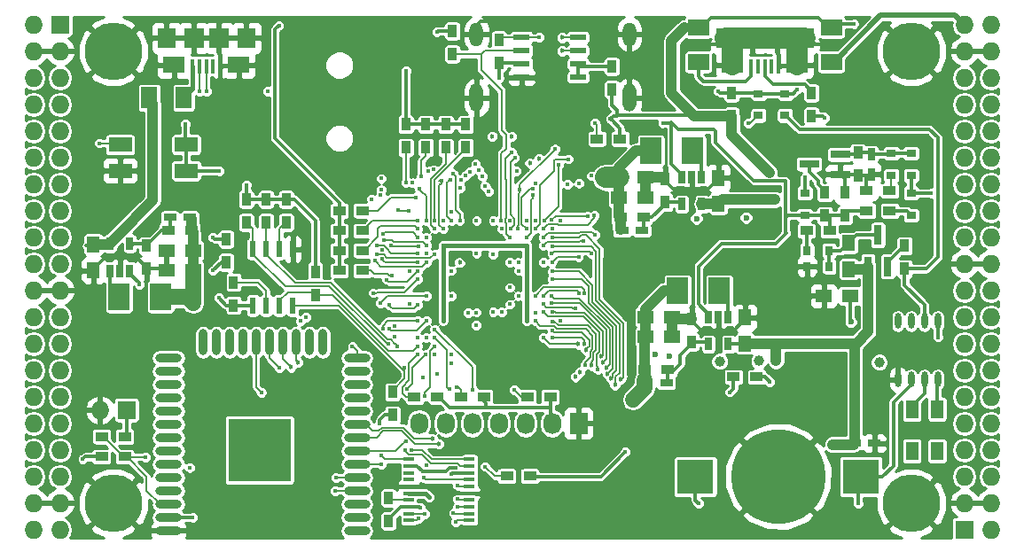
<source format=gbl>
G04 #@! TF.FileFunction,Copper,L4,Bot,Signal*
%FSLAX46Y46*%
G04 Gerber Fmt 4.6, Leading zero omitted, Abs format (unit mm)*
G04 Created by KiCad (PCBNEW 4.0.5+dfsg1-4) date Thu May 18 22:33:06 2017*
%MOMM*%
%LPD*%
G01*
G04 APERTURE LIST*
%ADD10C,0.100000*%
%ADD11R,3.500000X3.300000*%
%ADD12C,9.000000*%
%ADD13R,2.032000X1.524000*%
%ADD14R,2.000000X2.500000*%
%ADD15R,0.700000X1.200000*%
%ADD16R,1.250000X1.500000*%
%ADD17R,1.500000X1.250000*%
%ADD18R,1.524000X2.032000*%
%ADD19O,0.609600X1.473200*%
%ADD20R,0.800000X0.900000*%
%ADD21R,0.900000X0.800000*%
%ADD22R,0.800000X1.900000*%
%ADD23R,1.900000X0.800000*%
%ADD24R,1.200000X0.750000*%
%ADD25R,0.750000X1.200000*%
%ADD26R,1.200000X0.900000*%
%ADD27R,0.900000X1.200000*%
%ADD28O,1.300000X2.700000*%
%ADD29O,1.300000X2.300000*%
%ADD30R,0.600000X1.550000*%
%ADD31R,1.550000X0.600000*%
%ADD32O,2.500000X0.900000*%
%ADD33O,0.900000X2.500000*%
%ADD34R,6.000000X6.000000*%
%ADD35R,1.727200X1.727200*%
%ADD36O,1.727200X1.727200*%
%ADD37C,5.500000*%
%ADD38R,1.000000X0.400000*%
%ADD39R,1.200000X1.800000*%
%ADD40R,2.200000X1.400000*%
%ADD41R,1.727200X2.032000*%
%ADD42O,1.727200X2.032000*%
%ADD43R,2.100000X1.600000*%
%ADD44R,1.900000X1.900000*%
%ADD45R,0.400000X1.350000*%
%ADD46R,1.800000X1.900000*%
%ADD47C,0.400000*%
%ADD48C,0.600000*%
%ADD49C,1.000000*%
%ADD50C,0.454000*%
%ADD51C,0.300000*%
%ADD52C,2.000000*%
%ADD53C,1.000000*%
%ADD54C,0.400000*%
%ADD55C,0.500000*%
%ADD56C,1.500000*%
%ADD57C,0.190000*%
%ADD58C,0.200000*%
%ADD59C,0.254000*%
G04 APERTURE END LIST*
D10*
D11*
X174390000Y-105870000D03*
X158590000Y-105870000D03*
D12*
X166490000Y-105870000D03*
D13*
X171570000Y-62944000D03*
X171570000Y-66246000D03*
D14*
X160870000Y-88090000D03*
X156870000Y-88090000D03*
D15*
X159825000Y-90600000D03*
X160775000Y-90600000D03*
X161725000Y-90600000D03*
X161725000Y-93200000D03*
X159825000Y-93200000D03*
D14*
X158330000Y-74755000D03*
X154330000Y-74755000D03*
D15*
X157285000Y-77235000D03*
X158235000Y-77235000D03*
X159185000Y-77235000D03*
X159185000Y-79835000D03*
X157285000Y-79835000D03*
D14*
X103530000Y-88725000D03*
X107530000Y-88725000D03*
D15*
X104575000Y-86215000D03*
X103625000Y-86215000D03*
X102675000Y-86215000D03*
X102675000Y-83615000D03*
X104575000Y-83615000D03*
D16*
X101085000Y-83665000D03*
X101085000Y-86165000D03*
D17*
X153810000Y-90630000D03*
X156310000Y-90630000D03*
X153810000Y-92535000D03*
X156310000Y-92535000D03*
D16*
X163315000Y-93150000D03*
X163315000Y-90650000D03*
D17*
X151270000Y-79200000D03*
X153770000Y-79200000D03*
X151270000Y-77295000D03*
X153770000Y-77295000D03*
D16*
X160775000Y-79815000D03*
X160775000Y-77315000D03*
D17*
X110590000Y-84280000D03*
X108090000Y-84280000D03*
X110590000Y-86185000D03*
X108090000Y-86185000D03*
D18*
X106419000Y-69675000D03*
X109721000Y-69675000D03*
D13*
X158870000Y-66246000D03*
X158870000Y-62944000D03*
D19*
X181730000Y-96599000D03*
X180460000Y-96599000D03*
X179190000Y-96599000D03*
X177920000Y-96599000D03*
X177920000Y-91011000D03*
X179190000Y-91011000D03*
X180460000Y-91011000D03*
X181730000Y-91011000D03*
D16*
X173221000Y-86038000D03*
X173221000Y-83538000D03*
D20*
X169250000Y-84280000D03*
X171350000Y-84280000D03*
D21*
X179190000Y-80885000D03*
X179190000Y-78785000D03*
X177285000Y-74975000D03*
X177285000Y-77075000D03*
X169030000Y-80885000D03*
X169030000Y-78785000D03*
D22*
X176965000Y-85780000D03*
X175065000Y-85780000D03*
X176015000Y-82780000D03*
D23*
X172435000Y-75075000D03*
X172435000Y-76975000D03*
X169435000Y-76025000D03*
D24*
X153910000Y-96910000D03*
X155810000Y-96910000D03*
X151570000Y-82375000D03*
X153470000Y-82375000D03*
X110290000Y-81105000D03*
X108390000Y-81105000D03*
D25*
X175380000Y-75075000D03*
X175380000Y-76975000D03*
D26*
X169200000Y-82375000D03*
X171400000Y-82375000D03*
D27*
X172840000Y-80935000D03*
X172840000Y-78735000D03*
D26*
X177115000Y-80470000D03*
X174915000Y-80470000D03*
D27*
X174110000Y-74925000D03*
X174110000Y-77125000D03*
X178555000Y-83815000D03*
X178555000Y-86015000D03*
X113785000Y-83180000D03*
X113785000Y-85380000D03*
X170935000Y-80935000D03*
X170935000Y-78735000D03*
X129280000Y-107900000D03*
X129280000Y-110100000D03*
D26*
X142780000Y-105800000D03*
X140580000Y-105800000D03*
X177115000Y-78565000D03*
X174915000Y-78565000D03*
X153760000Y-95640000D03*
X155960000Y-95640000D03*
X110440000Y-82375000D03*
X108240000Y-82375000D03*
X151420000Y-81105000D03*
X153620000Y-81105000D03*
D27*
X158235000Y-90800000D03*
X158235000Y-93000000D03*
X106165000Y-86015000D03*
X106165000Y-83815000D03*
X155695000Y-77465000D03*
X155695000Y-79665000D03*
D26*
X126782000Y-86185000D03*
X124582000Y-86185000D03*
X126782000Y-84279000D03*
X124582000Y-84279000D03*
X126782000Y-82375000D03*
X124582000Y-82375000D03*
X126782000Y-80470000D03*
X124582000Y-80470000D03*
D27*
X130930000Y-74417000D03*
X130930000Y-72217000D03*
X132835000Y-74417000D03*
X132835000Y-72217000D03*
X134740000Y-74417000D03*
X134740000Y-72217000D03*
X136645000Y-74417000D03*
X136645000Y-72217000D03*
D28*
X152280000Y-69650000D03*
X137680000Y-69650000D03*
D29*
X137680000Y-63600000D03*
X152280000Y-63600000D03*
D30*
X116325000Y-84120000D03*
X117595000Y-84120000D03*
X118865000Y-84120000D03*
X120135000Y-84120000D03*
X120135000Y-89520000D03*
X118865000Y-89520000D03*
X117595000Y-89520000D03*
X116325000Y-89520000D03*
D24*
X173795000Y-102695000D03*
X175695000Y-102695000D03*
D31*
X141980000Y-67705000D03*
X141980000Y-66435000D03*
X141980000Y-65165000D03*
X141980000Y-63895000D03*
X147380000Y-63895000D03*
X147380000Y-65165000D03*
X147380000Y-66435000D03*
X147380000Y-67705000D03*
D20*
X171350000Y-85804000D03*
X169250000Y-85804000D03*
D21*
X179190000Y-77075000D03*
X179190000Y-74975000D03*
D32*
X126260434Y-111030338D03*
X126260434Y-109760338D03*
X126260434Y-108490338D03*
X126260434Y-107220338D03*
X126260434Y-105950338D03*
X126260434Y-104680338D03*
X126260434Y-103410338D03*
X126260434Y-102140338D03*
X126260434Y-100870338D03*
X126260434Y-99600338D03*
X126260434Y-98330338D03*
X126260434Y-97060338D03*
X126260434Y-95790338D03*
X126260434Y-94520338D03*
D33*
X122975434Y-93030338D03*
X121705434Y-93030338D03*
X120435434Y-93030338D03*
X119165434Y-93030338D03*
X117895434Y-93030338D03*
X116625434Y-93030338D03*
X115355434Y-93030338D03*
X114085434Y-93030338D03*
X112815434Y-93030338D03*
X111545434Y-93030338D03*
D32*
X108260434Y-94520338D03*
X108260434Y-95790338D03*
X108260434Y-97060338D03*
X108260434Y-98330338D03*
X108260434Y-99600338D03*
X108260434Y-100870338D03*
X108260434Y-102140338D03*
X108260434Y-103410338D03*
X108260434Y-104680338D03*
X108260434Y-105950338D03*
X108260434Y-107220338D03*
X108260434Y-108490338D03*
X108260434Y-109760338D03*
X108260434Y-111030338D03*
D34*
X116960434Y-103330338D03*
D35*
X97910000Y-62690000D03*
D36*
X95370000Y-62690000D03*
X97910000Y-65230000D03*
X95370000Y-65230000D03*
X97910000Y-67770000D03*
X95370000Y-67770000D03*
X97910000Y-70310000D03*
X95370000Y-70310000D03*
X97910000Y-72850000D03*
X95370000Y-72850000D03*
X97910000Y-75390000D03*
X95370000Y-75390000D03*
X97910000Y-77930000D03*
X95370000Y-77930000D03*
X97910000Y-80470000D03*
X95370000Y-80470000D03*
X97910000Y-83010000D03*
X95370000Y-83010000D03*
X97910000Y-85550000D03*
X95370000Y-85550000D03*
X97910000Y-88090000D03*
X95370000Y-88090000D03*
X97910000Y-90630000D03*
X95370000Y-90630000D03*
X97910000Y-93170000D03*
X95370000Y-93170000D03*
X97910000Y-95710000D03*
X95370000Y-95710000D03*
X97910000Y-98250000D03*
X95370000Y-98250000D03*
X97910000Y-100790000D03*
X95370000Y-100790000D03*
X97910000Y-103330000D03*
X95370000Y-103330000D03*
X97910000Y-105870000D03*
X95370000Y-105870000D03*
X97910000Y-108410000D03*
X95370000Y-108410000D03*
X97910000Y-110950000D03*
X95370000Y-110950000D03*
D35*
X184270000Y-110950000D03*
D36*
X186810000Y-110950000D03*
X184270000Y-108410000D03*
X186810000Y-108410000D03*
X184270000Y-105870000D03*
X186810000Y-105870000D03*
X184270000Y-103330000D03*
X186810000Y-103330000D03*
X184270000Y-100790000D03*
X186810000Y-100790000D03*
X184270000Y-98250000D03*
X186810000Y-98250000D03*
X184270000Y-95710000D03*
X186810000Y-95710000D03*
X184270000Y-93170000D03*
X186810000Y-93170000D03*
X184270000Y-90630000D03*
X186810000Y-90630000D03*
X184270000Y-88090000D03*
X186810000Y-88090000D03*
X184270000Y-85550000D03*
X186810000Y-85550000D03*
X184270000Y-83010000D03*
X186810000Y-83010000D03*
X184270000Y-80470000D03*
X186810000Y-80470000D03*
X184270000Y-77930000D03*
X186810000Y-77930000D03*
X184270000Y-75390000D03*
X186810000Y-75390000D03*
X184270000Y-72850000D03*
X186810000Y-72850000D03*
X184270000Y-70310000D03*
X186810000Y-70310000D03*
X184270000Y-67770000D03*
X186810000Y-67770000D03*
X184270000Y-65230000D03*
X186810000Y-65230000D03*
X184270000Y-62690000D03*
X186810000Y-62690000D03*
D37*
X102990000Y-108410000D03*
X179190000Y-108410000D03*
X179190000Y-65230000D03*
X102990000Y-65230000D03*
D21*
X167125000Y-69260000D03*
X167125000Y-71360000D03*
X164585000Y-69260000D03*
X164585000Y-71360000D03*
D27*
X162045000Y-71410000D03*
X162045000Y-69210000D03*
X139820000Y-66330000D03*
X139820000Y-64130000D03*
X135375000Y-63300000D03*
X135375000Y-65500000D03*
X150615000Y-68870000D03*
X150615000Y-66670000D03*
D26*
X151380000Y-73600000D03*
X149180000Y-73600000D03*
D38*
X137005000Y-104215000D03*
X137005000Y-104865000D03*
X137005000Y-105515000D03*
X137005000Y-106165000D03*
X137005000Y-106815000D03*
X137005000Y-107465000D03*
X137005000Y-108115000D03*
X137005000Y-108765000D03*
X137005000Y-109415000D03*
X137005000Y-110065000D03*
X131205000Y-110065000D03*
X131205000Y-109415000D03*
X131205000Y-108765000D03*
X131205000Y-108115000D03*
X131205000Y-107465000D03*
X131205000Y-106815000D03*
X131205000Y-106165000D03*
X131205000Y-105515000D03*
X131205000Y-104865000D03*
X131205000Y-104215000D03*
D27*
X119500000Y-79370000D03*
X119500000Y-81570000D03*
X114480000Y-89500000D03*
X114480000Y-87300000D03*
X129660000Y-99985000D03*
X129660000Y-97785000D03*
X117595000Y-79370000D03*
X117595000Y-81570000D03*
X122280000Y-86300000D03*
X122280000Y-88500000D03*
X115690000Y-79370000D03*
X115690000Y-81570000D03*
D26*
X144730000Y-98250000D03*
X142530000Y-98250000D03*
X138380000Y-98250000D03*
X136180000Y-98250000D03*
X133935000Y-98250000D03*
X131735000Y-98250000D03*
X101890000Y-103965000D03*
X104090000Y-103965000D03*
D39*
X179260000Y-99425000D03*
X179260000Y-103425000D03*
X181660000Y-103425000D03*
X181660000Y-99425000D03*
D40*
X109950000Y-76640000D03*
X103650000Y-76640000D03*
X103650000Y-74140000D03*
X109950000Y-74140000D03*
D35*
X104260000Y-99520000D03*
D36*
X101720000Y-99520000D03*
D41*
X147440000Y-100790000D03*
D42*
X144900000Y-100790000D03*
X142360000Y-100790000D03*
X139820000Y-100790000D03*
X137280000Y-100790000D03*
X134740000Y-100790000D03*
X132200000Y-100790000D03*
D26*
X101890000Y-102060000D03*
X104090000Y-102060000D03*
D43*
X108780000Y-66510000D03*
X114980000Y-66510000D03*
D44*
X110680000Y-63960000D03*
X113080000Y-63960000D03*
D45*
X110580000Y-66635000D03*
X111230000Y-66635000D03*
X111880000Y-66635000D03*
X112530000Y-66635000D03*
X113180000Y-66635000D03*
D46*
X108080000Y-63960000D03*
X115680000Y-63960000D03*
D43*
X162120000Y-66510000D03*
X168320000Y-66510000D03*
D44*
X164020000Y-63960000D03*
X166420000Y-63960000D03*
D45*
X163920000Y-66635000D03*
X164570000Y-66635000D03*
X165220000Y-66635000D03*
X165870000Y-66635000D03*
X166520000Y-66635000D03*
D46*
X161420000Y-63960000D03*
X169020000Y-63960000D03*
D17*
X173330000Y-88600000D03*
X170830000Y-88600000D03*
D26*
X164415000Y-96345000D03*
X162215000Y-96345000D03*
D27*
X169665000Y-69210000D03*
X169665000Y-71410000D03*
D47*
X133216000Y-109934000D03*
D48*
X161067993Y-81216119D03*
X165056614Y-81112829D03*
D49*
X177293185Y-82218075D03*
X158233687Y-94852616D03*
X162992748Y-94820185D03*
D47*
X147987361Y-72048054D03*
X146472205Y-72119437D03*
X144995724Y-72043543D03*
X143485784Y-72030166D03*
X141993027Y-72056172D03*
X105925750Y-76600000D03*
D48*
X156280000Y-81210838D03*
D47*
X167276175Y-85638646D03*
X112935911Y-99344089D03*
X131254529Y-86251357D03*
D49*
X159480000Y-64600000D03*
D47*
X140880000Y-81400000D03*
D49*
X119500000Y-77930000D03*
D47*
X136085174Y-89394826D03*
X109340000Y-77930000D03*
X145680000Y-91000000D03*
X135280000Y-80600000D03*
X145680000Y-81400000D03*
X139080000Y-69600000D03*
X120430000Y-97050000D03*
X150080000Y-81600000D03*
X131280000Y-89400000D03*
X133690245Y-94180159D03*
D50*
X139312644Y-91359700D03*
D47*
X140874194Y-91433353D03*
X145680000Y-85422010D03*
X132880424Y-84565132D03*
X144080000Y-84600000D03*
X145680000Y-94200000D03*
X135280000Y-95000000D03*
X135280000Y-94200000D03*
X142480000Y-94200000D03*
X140880000Y-93400000D03*
X139280000Y-93400000D03*
X137680000Y-93400000D03*
X136080000Y-93400000D03*
X136880000Y-92600000D03*
X135280000Y-92600000D03*
X132880000Y-91800000D03*
X132880000Y-93400000D03*
X132880000Y-82200000D03*
D50*
X141042859Y-86994997D03*
X139280000Y-87000000D03*
X136110990Y-86995403D03*
X139280000Y-88600000D03*
X137680000Y-87000000D03*
X136080000Y-84600000D03*
D47*
X133157010Y-107839890D03*
D49*
X166193920Y-79388894D03*
X165656988Y-76826063D03*
X102731849Y-83486234D03*
X171691460Y-102804953D03*
D47*
X150457224Y-71672365D03*
X173680000Y-62600000D03*
D49*
X166280000Y-94800000D03*
D48*
X163422030Y-81120665D03*
X173423383Y-91076878D03*
D49*
X176134461Y-94945539D03*
D48*
X154726292Y-94171363D03*
X156077107Y-94380779D03*
D49*
X160908408Y-94850523D03*
D48*
X158680000Y-81210838D03*
D47*
X170935000Y-71580000D03*
X113118284Y-76646896D03*
X181730000Y-92550000D03*
X109880000Y-72200000D03*
X112515000Y-83010000D03*
X165680000Y-96800000D03*
X133880000Y-63400000D03*
X148639876Y-77124934D03*
X181065000Y-78785000D03*
X128441330Y-100795881D03*
X110529662Y-109760338D03*
X110280000Y-105000000D03*
X100080000Y-104200000D03*
X115690000Y-78010000D03*
X113080000Y-88800000D03*
X139820000Y-67770000D03*
D49*
X164653770Y-94825547D03*
X149710735Y-77289735D03*
D47*
X137665894Y-91402446D03*
X135273306Y-88618602D03*
X139272517Y-84611349D03*
X137680556Y-84534085D03*
X141680000Y-86200000D03*
X135280000Y-86200000D03*
X132880000Y-92600000D03*
X132080000Y-92600000D03*
X141680000Y-88600000D03*
X141680000Y-85400000D03*
D49*
X152621047Y-98519969D03*
D47*
X136885174Y-90194826D03*
X140094890Y-90122990D03*
X139280000Y-90122990D03*
X140880000Y-89400000D03*
X137680000Y-90172990D03*
X140880000Y-87800000D03*
X140880000Y-85400000D03*
D50*
X136080000Y-85400000D03*
D47*
X129842442Y-91487871D03*
X121408624Y-90632457D03*
X129838418Y-92539772D03*
X120880000Y-91000000D03*
D49*
X110617371Y-89287199D03*
D47*
X142480000Y-91000000D03*
X142480000Y-83800000D03*
X134480000Y-83800000D03*
X134480000Y-91000000D03*
X105462439Y-87482966D03*
X155480000Y-72078965D03*
X117749531Y-69040000D03*
X174110000Y-108410000D03*
X158870000Y-108410000D03*
X135884156Y-106696010D03*
X137288700Y-97538741D03*
X133680000Y-91800000D03*
D50*
X134074414Y-102752225D03*
D47*
X135085458Y-97531790D03*
X135855186Y-108022639D03*
D50*
X133449289Y-102232615D03*
D47*
X133680000Y-92600000D03*
X128610113Y-104714568D03*
X132752670Y-98178907D03*
X132918584Y-104800000D03*
X135853254Y-108792386D03*
X133685668Y-93402482D03*
X130914528Y-102469652D03*
X131039363Y-97487286D03*
X135471949Y-109365878D03*
X132846234Y-94197073D03*
X118810854Y-62760893D03*
X130927442Y-67119621D03*
D50*
X145851858Y-65189228D03*
D47*
X148991194Y-72093683D03*
D50*
X145873729Y-63920849D03*
D47*
X143680000Y-63900000D03*
X140035989Y-81400000D03*
X129095296Y-87048250D03*
X132077895Y-86214963D03*
X117121665Y-97817265D03*
X118843798Y-95498222D03*
D50*
X119978162Y-95412951D03*
X120634035Y-94977604D03*
D47*
X168319170Y-68882010D03*
X160775000Y-69040000D03*
X147480000Y-77822010D03*
X146387166Y-77918991D03*
X131453853Y-103296209D03*
D50*
X148653935Y-95239949D03*
D47*
X144885216Y-91021238D03*
D50*
X149619858Y-94378867D03*
D47*
X144885689Y-90132858D03*
D50*
X150895161Y-97104924D03*
D47*
X144890381Y-83866022D03*
D50*
X151426924Y-96584651D03*
D47*
X144894101Y-83022010D03*
D50*
X150518912Y-96497510D03*
D47*
X144901285Y-86268736D03*
D50*
X150197861Y-96013257D03*
D47*
X144888562Y-86993817D03*
D50*
X150072035Y-95446034D03*
D47*
X144877648Y-88622010D03*
D50*
X149779241Y-94944191D03*
D47*
X144869421Y-89288847D03*
D50*
X148110244Y-93760618D03*
D47*
X144882782Y-91877646D03*
D50*
X147402091Y-93209005D03*
D47*
X144080000Y-92600000D03*
D50*
X147982902Y-93193733D03*
D47*
X144882352Y-92577990D03*
X130807074Y-95454141D03*
X130124012Y-93413277D03*
X132080000Y-93400000D03*
X129279152Y-93216670D03*
X133919980Y-96038729D03*
X141280000Y-97600000D03*
X132572818Y-96383863D03*
X135770000Y-97338127D03*
X132080000Y-94200000D03*
X128645750Y-84222251D03*
X106080000Y-104000000D03*
X129334585Y-89482640D03*
X132080000Y-89444020D03*
X130839486Y-103354982D03*
X128602801Y-103872537D03*
X132656192Y-105976192D03*
X128490573Y-89279880D03*
X132880000Y-88600000D03*
X127816438Y-88312067D03*
X124253981Y-105982535D03*
X132080000Y-87000000D03*
X125827283Y-93452662D03*
X124202418Y-107207639D03*
D50*
X139185419Y-73378045D03*
X141029139Y-73391006D03*
X143625670Y-75521246D03*
X142775852Y-75939146D03*
D47*
X132150284Y-109889120D03*
X111880000Y-69040000D03*
X132748035Y-109420684D03*
X111230000Y-69025000D03*
X135158117Y-77502884D03*
X135274882Y-81390604D03*
X134546021Y-81390604D03*
X133091535Y-76687359D03*
X133595078Y-76531839D03*
X128595255Y-77377807D03*
X127643658Y-79355564D03*
X128515897Y-78994176D03*
X128569727Y-78469921D03*
X131565025Y-77790995D03*
X132210454Y-78375833D03*
X132857990Y-81390526D03*
X128759841Y-82710093D03*
X132084821Y-82977990D03*
X128861437Y-83258636D03*
X132886504Y-83777990D03*
X129500613Y-83777990D03*
X132117443Y-83866021D03*
X128148484Y-83767060D03*
X132079996Y-84503337D03*
X128123478Y-84637835D03*
X133671942Y-84595200D03*
X127946860Y-85226552D03*
X132875802Y-85421990D03*
D50*
X147140083Y-96339917D03*
X147534467Y-95913260D03*
D47*
X148074116Y-95229326D03*
X143280000Y-91000000D03*
X149207706Y-95605291D03*
X144082424Y-90132858D03*
X147125926Y-89802879D03*
X144035793Y-89397606D03*
X143281824Y-90201951D03*
X144080517Y-85397219D03*
X147422472Y-84858593D03*
X144886544Y-85385186D03*
X148975652Y-82755341D03*
X144080000Y-83000000D03*
X144885092Y-82177990D03*
X147470668Y-88324835D03*
X144082832Y-88584510D03*
X147997681Y-88324844D03*
X143278026Y-88595030D03*
X148935852Y-80899014D03*
X144076901Y-82186448D03*
X148337768Y-80975785D03*
X144866392Y-81333979D03*
X139280000Y-81400000D03*
X138857381Y-78600803D03*
X138474753Y-78117762D03*
X138223359Y-77164182D03*
X137589337Y-75974186D03*
X137906348Y-76577236D03*
X137680000Y-81400000D03*
X137023753Y-76742518D03*
X136645199Y-77109176D03*
X136170384Y-77530992D03*
X136102010Y-78268593D03*
X135473781Y-76949230D03*
X136080000Y-81400000D03*
X148668800Y-84550385D03*
X144877691Y-84532933D03*
X147894174Y-83335809D03*
X144080000Y-83800000D03*
X143020312Y-78979262D03*
X142473549Y-82998913D03*
X143087229Y-78375187D03*
X142457990Y-82191394D03*
X145494012Y-76055333D03*
X144146021Y-81374784D03*
X143323210Y-77837480D03*
X146456648Y-75528334D03*
X143302010Y-82194992D03*
X143302010Y-81381735D03*
X145172870Y-74577299D03*
X141820108Y-78446944D03*
X141657990Y-82130345D03*
X142457990Y-81382236D03*
X140080000Y-82200000D03*
X141499915Y-76647924D03*
X141046643Y-74873804D03*
X140864029Y-83041403D03*
X140924011Y-82179283D03*
X141329877Y-75415642D03*
X129599528Y-86644074D03*
X132880000Y-83000000D03*
X132080000Y-82177990D03*
X132080000Y-81400000D03*
X131880000Y-79200000D03*
X130919839Y-77742623D03*
X132397609Y-77214811D03*
X133680000Y-82200000D03*
X133702010Y-81400000D03*
X129306502Y-91735782D03*
X132880000Y-91000000D03*
X128743234Y-91729555D03*
X132077648Y-90977990D03*
X130173445Y-80398223D03*
X131180000Y-80500000D03*
X128664038Y-85066262D03*
X132079620Y-85370951D03*
X163632576Y-72096470D03*
X134314106Y-77564232D03*
X134480000Y-82200000D03*
X135680000Y-110200000D03*
X132540000Y-105400000D03*
X135680000Y-105037990D03*
X138500159Y-104911875D03*
X132280000Y-108800000D03*
X135248000Y-105616000D03*
X101680000Y-74000000D03*
X112515000Y-86185000D03*
X161880000Y-97800000D03*
X151896383Y-103510715D03*
X169030000Y-77295000D03*
D51*
X105885750Y-76640000D02*
X105925750Y-76600000D01*
X103650000Y-76640000D02*
X105885750Y-76640000D01*
X167441529Y-85804000D02*
X167276175Y-85638646D01*
X169250000Y-85804000D02*
X167441529Y-85804000D01*
X139080000Y-69600000D02*
X137730000Y-69600000D01*
X137730000Y-69600000D02*
X137680000Y-69650000D01*
X150130000Y-62400000D02*
X151330000Y-63600000D01*
X151330000Y-63600000D02*
X152280000Y-63600000D01*
X138080000Y-62400000D02*
X150130000Y-62400000D01*
X137680000Y-62800000D02*
X138080000Y-62400000D01*
X137680000Y-63600000D02*
X137680000Y-62800000D01*
X137680000Y-63600000D02*
X137680000Y-63000000D01*
X166520000Y-66635000D02*
X168195000Y-66635000D01*
X168195000Y-66635000D02*
X168320000Y-66510000D01*
X134345000Y-107465000D02*
X133695000Y-106815000D01*
X133695000Y-106815000D02*
X131205000Y-106815000D01*
X137005000Y-107465000D02*
X134345000Y-107465000D01*
X170080000Y-64600000D02*
X170680000Y-64600000D01*
X169020000Y-63960000D02*
X169440000Y-63960000D01*
X169440000Y-63960000D02*
X170080000Y-64600000D01*
X169020000Y-63960000D02*
X169240000Y-63960000D01*
X160480000Y-64600000D02*
X159480000Y-64600000D01*
X161120000Y-63960000D02*
X160480000Y-64600000D01*
X161420000Y-63960000D02*
X161120000Y-63960000D01*
X169240000Y-63960000D02*
X169880000Y-64600000D01*
D52*
X161420000Y-63960000D02*
X169020000Y-63960000D01*
X162120000Y-66510000D02*
X162120000Y-64660000D01*
D51*
X162120000Y-64660000D02*
X161420000Y-63960000D01*
D52*
X168320000Y-66510000D02*
X168320000Y-64660000D01*
D51*
X168320000Y-64660000D02*
X169020000Y-63960000D01*
X102210000Y-84915000D02*
X103625000Y-84915000D01*
X103625000Y-84915000D02*
X105215000Y-84915000D01*
X103625000Y-86215000D02*
X103625000Y-84915000D01*
X105215000Y-84915000D02*
X106165000Y-85865000D01*
X106165000Y-85865000D02*
X106165000Y-86015000D01*
X101085000Y-86165000D02*
X101085000Y-86040000D01*
X101085000Y-86040000D02*
X102210000Y-84915000D01*
X106165000Y-86015000D02*
X107920000Y-86015000D01*
X107920000Y-86015000D02*
X108090000Y-86185000D01*
X139085645Y-91132701D02*
X139312644Y-91359700D01*
X138480000Y-89400000D02*
X138480000Y-90527056D01*
X139280000Y-88600000D02*
X138480000Y-89400000D01*
X138480000Y-90527056D02*
X139085645Y-91132701D01*
D53*
X153770000Y-77295000D02*
X155525000Y-77295000D01*
D51*
X155525000Y-77295000D02*
X155695000Y-77465000D01*
D53*
X153770000Y-79200000D02*
X153770000Y-77295000D01*
D51*
X174110000Y-77125000D02*
X174745000Y-77125000D01*
X174745000Y-77125000D02*
X175230000Y-77125000D01*
X174915000Y-78565000D02*
X174915000Y-77295000D01*
X174915000Y-77295000D02*
X174745000Y-77125000D01*
X172840000Y-78735000D02*
X172840000Y-77380000D01*
X172840000Y-77380000D02*
X172435000Y-76975000D01*
X175230000Y-77125000D02*
X175380000Y-76975000D01*
X172435000Y-76975000D02*
X173960000Y-76975000D01*
X173960000Y-76975000D02*
X174110000Y-77125000D01*
X137680000Y-86200000D02*
X137680000Y-86600000D01*
X136080000Y-84600000D02*
X137680000Y-86200000D01*
X159850000Y-78365000D02*
X158235000Y-78365000D01*
X158235000Y-78365000D02*
X156445000Y-78365000D01*
X158235000Y-77235000D02*
X158235000Y-78365000D01*
X160775000Y-77315000D02*
X160775000Y-77440000D01*
X160775000Y-77440000D02*
X159850000Y-78365000D01*
X156445000Y-78365000D02*
X155695000Y-77615000D01*
X155695000Y-77615000D02*
X155695000Y-77465000D01*
D53*
X156310000Y-90630000D02*
X156310000Y-92535000D01*
X158235000Y-90800000D02*
X156480000Y-90800000D01*
D51*
X156480000Y-90800000D02*
X156310000Y-90630000D01*
X163315000Y-90650000D02*
X163315000Y-90834602D01*
X163315000Y-90834602D02*
X162249602Y-91900000D01*
X162249602Y-91900000D02*
X160775000Y-91900000D01*
X101085000Y-86165000D02*
X101085000Y-85929893D01*
X106165000Y-85944374D02*
X106165000Y-86015000D01*
X159185000Y-91900000D02*
X160775000Y-91900000D01*
X160775000Y-90600000D02*
X160775000Y-91900000D01*
X158235000Y-90800000D02*
X158235000Y-90950000D01*
X158235000Y-90950000D02*
X159185000Y-91900000D01*
X108090000Y-84280000D02*
X108090000Y-86185000D01*
X107625000Y-84745000D02*
X108090000Y-84280000D01*
X108070000Y-84260000D02*
X108090000Y-84280000D01*
X141037856Y-87000000D02*
X141042859Y-86994997D01*
X139280000Y-87000000D02*
X141037856Y-87000000D01*
X136432016Y-86995403D02*
X136110990Y-86995403D01*
X137284597Y-86995403D02*
X136432016Y-86995403D01*
X137680000Y-86600000D02*
X137284597Y-86995403D01*
X137680000Y-86600000D02*
X137680000Y-87000000D01*
D54*
X132957011Y-107639891D02*
X133157010Y-107839890D01*
X131205000Y-107465000D02*
X132782120Y-107465000D01*
X132782120Y-107465000D02*
X132957011Y-107639891D01*
D53*
X165486814Y-79388894D02*
X166193920Y-79388894D01*
X160790000Y-79800000D02*
X161201106Y-79388894D01*
X161201106Y-79388894D02*
X165486814Y-79388894D01*
X165156989Y-76326064D02*
X165656988Y-76826063D01*
X162045000Y-73214075D02*
X165156989Y-76326064D01*
X162045000Y-71410000D02*
X162045000Y-73214075D01*
X103231848Y-82986235D02*
X102731849Y-83486234D01*
X106752760Y-79465323D02*
X103231848Y-82986235D01*
X106752760Y-70262760D02*
X106752760Y-79465323D01*
D51*
X102553083Y-83665000D02*
X102731849Y-83486234D01*
X101085000Y-83665000D02*
X102553083Y-83665000D01*
D53*
X106419000Y-69929000D02*
X106752760Y-70262760D01*
X172398566Y-102804953D02*
X171691460Y-102804953D01*
X173685047Y-102804953D02*
X172398566Y-102804953D01*
X173690000Y-102800000D02*
X173685047Y-102804953D01*
D51*
X151080000Y-71400000D02*
X150729589Y-71400000D01*
X151380000Y-72595141D02*
X150657223Y-71872364D01*
X151380000Y-73600000D02*
X151380000Y-72595141D01*
X150729589Y-71400000D02*
X150657223Y-71472366D01*
X150657223Y-71472366D02*
X150457224Y-71672365D01*
X150657223Y-71872364D02*
X150457224Y-71672365D01*
X151164012Y-71315988D02*
X158407951Y-71315988D01*
X151080000Y-71400000D02*
X151164012Y-71315988D01*
X158407951Y-71315988D02*
X158501963Y-71410000D01*
X158870000Y-62944000D02*
X157554000Y-62944000D01*
D53*
X157554000Y-62944000D02*
X156306476Y-64191524D01*
X156306476Y-64191524D02*
X156306476Y-69214513D01*
X156306476Y-69214513D02*
X158501963Y-71410000D01*
X158501963Y-71410000D02*
X162045000Y-71410000D01*
D51*
X106419000Y-69675000D02*
X106419000Y-69929000D01*
X100572432Y-83665000D02*
X100424079Y-83813353D01*
X101085000Y-83665000D02*
X100572432Y-83665000D01*
X173680000Y-62600000D02*
X171914000Y-62600000D01*
X171914000Y-62600000D02*
X171570000Y-62944000D01*
X171570000Y-62944000D02*
X171224000Y-62944000D01*
X171224000Y-62944000D02*
X170280000Y-62000000D01*
X159136000Y-62944000D02*
X158870000Y-62944000D01*
X170280000Y-62000000D02*
X160080000Y-62000000D01*
X160080000Y-62000000D02*
X159136000Y-62944000D01*
X160790000Y-79800000D02*
X160775000Y-79815000D01*
D53*
X166280000Y-93150000D02*
X173930000Y-93150000D01*
X163315000Y-93150000D02*
X166280000Y-93150000D01*
X166280000Y-93150000D02*
X166280000Y-94800000D01*
X173795000Y-102695000D02*
X173795000Y-93285000D01*
D51*
X173795000Y-93285000D02*
X173930000Y-93150000D01*
X160775000Y-79940000D02*
X160775000Y-79815000D01*
D53*
X175065000Y-92015000D02*
X175065000Y-85780000D01*
X173930000Y-93150000D02*
X175065000Y-92015000D01*
D51*
X164925000Y-93150000D02*
X164240000Y-93150000D01*
X164240000Y-93150000D02*
X163315000Y-93150000D01*
X173690000Y-102800000D02*
X173795000Y-102695000D01*
X101085000Y-83665000D02*
X101085000Y-83790000D01*
X151080000Y-71400000D02*
X151080000Y-70838120D01*
X151080000Y-70838120D02*
X150615000Y-70373120D01*
X150615000Y-70373120D02*
X150615000Y-69995990D01*
X150615000Y-69995990D02*
X150615000Y-68870000D01*
D53*
X159185000Y-79835000D02*
X160755000Y-79835000D01*
D51*
X160755000Y-79835000D02*
X160775000Y-79815000D01*
X161725000Y-93200000D02*
X163265000Y-93200000D01*
X163265000Y-93200000D02*
X163315000Y-93150000D01*
D53*
X173221000Y-86038000D02*
X174807000Y-86038000D01*
D51*
X174807000Y-86038000D02*
X175065000Y-85780000D01*
D53*
X101085000Y-83665000D02*
X102625000Y-83665000D01*
D51*
X102625000Y-83665000D02*
X102675000Y-83615000D01*
X171570000Y-66246000D02*
X171824000Y-66246000D01*
D55*
X171824000Y-66246000D02*
X176270000Y-61800000D01*
X176270000Y-61800000D02*
X183380000Y-61800000D01*
X183380000Y-61800000D02*
X184270000Y-62690000D01*
D51*
X138380000Y-98250000D02*
X138380000Y-98686358D01*
X138380000Y-98686358D02*
X138550000Y-98856358D01*
X138550000Y-98856358D02*
X138550000Y-99266000D01*
X135101000Y-99266000D02*
X138550000Y-99266000D01*
X138550000Y-99266000D02*
X144730000Y-99266000D01*
X144730000Y-98250000D02*
X144730000Y-99266000D01*
X144730000Y-99266000D02*
X144730000Y-99400000D01*
X133935000Y-98250000D02*
X134085000Y-98250000D01*
X134085000Y-98250000D02*
X135101000Y-99266000D01*
X173330000Y-88600000D02*
X173330000Y-90983495D01*
X173330000Y-90983495D02*
X173423383Y-91076878D01*
X170765000Y-71410000D02*
X170935000Y-71580000D01*
X169665000Y-71410000D02*
X170765000Y-71410000D01*
X113111388Y-76640000D02*
X113118284Y-76646896D01*
X109950000Y-76640000D02*
X113111388Y-76640000D01*
X181730000Y-91011000D02*
X181730000Y-92550000D01*
X109880000Y-72200000D02*
X109880000Y-74070000D01*
X109880000Y-74070000D02*
X109950000Y-74140000D01*
X144730000Y-99400000D02*
X144730000Y-100620000D01*
X164415000Y-96345000D02*
X165225000Y-96345000D01*
X165225000Y-96345000D02*
X165680000Y-96800000D01*
X113785000Y-83180000D02*
X112685000Y-83180000D01*
X112685000Y-83180000D02*
X112515000Y-83010000D01*
X133980000Y-63300000D02*
X133880000Y-63400000D01*
X135375000Y-63300000D02*
X133980000Y-63300000D01*
X122280000Y-86300000D02*
X122280000Y-81400000D01*
X122280000Y-81400000D02*
X120250000Y-79370000D01*
X120250000Y-79370000D02*
X119500000Y-79370000D01*
X179190000Y-78785000D02*
X181065000Y-78785000D01*
X128441330Y-100513039D02*
X128441330Y-100795881D01*
X128441330Y-100453670D02*
X128441330Y-100513039D01*
X129660000Y-99985000D02*
X128910000Y-99985000D01*
X128910000Y-99985000D02*
X128441330Y-100453670D01*
X109950000Y-76640000D02*
X109950000Y-74140000D01*
X108260434Y-109760338D02*
X110529662Y-109760338D01*
X179190000Y-77075000D02*
X179190000Y-78785000D01*
X100315000Y-103965000D02*
X100080000Y-104200000D01*
X101890000Y-103965000D02*
X100315000Y-103965000D01*
X115690000Y-79370000D02*
X115690000Y-78010000D01*
X117595000Y-79370000D02*
X119500000Y-79370000D01*
X115690000Y-79370000D02*
X117595000Y-79370000D01*
X114480000Y-89500000D02*
X113780000Y-89500000D01*
X113780000Y-89500000D02*
X113080000Y-88800000D01*
X114480000Y-89500000D02*
X116305000Y-89500000D01*
X116305000Y-89500000D02*
X116325000Y-89520000D01*
X144900000Y-98250000D02*
X144730000Y-98250000D01*
X138380000Y-98250000D02*
X138530000Y-98250000D01*
X144730000Y-100620000D02*
X144900000Y-100790000D01*
X135325000Y-63350000D02*
X135375000Y-63300000D01*
X139820000Y-66330000D02*
X141875000Y-66330000D01*
X141875000Y-66330000D02*
X141980000Y-66435000D01*
X139820000Y-66330000D02*
X139820000Y-67770000D01*
D53*
X151270000Y-77295000D02*
X151264735Y-77289735D01*
D52*
X151264735Y-77289735D02*
X149993577Y-77289735D01*
D53*
X149993577Y-77289735D02*
X149710735Y-77289735D01*
X151270000Y-77295000D02*
X151270000Y-76370000D01*
D51*
X152885000Y-74755000D02*
X153030000Y-74755000D01*
D53*
X151270000Y-76370000D02*
X152885000Y-74755000D01*
X153030000Y-74755000D02*
X154330000Y-74755000D01*
X151420000Y-81105000D02*
X151420000Y-82225000D01*
D51*
X151420000Y-82225000D02*
X151570000Y-82375000D01*
D53*
X151270000Y-79200000D02*
X151270000Y-80955000D01*
D51*
X151270000Y-80955000D02*
X151420000Y-81105000D01*
D53*
X151270000Y-77295000D02*
X151270000Y-79200000D01*
D51*
X151790000Y-76775000D02*
X151270000Y-77295000D01*
X160870000Y-88090000D02*
X161725000Y-88945000D01*
X161725000Y-88945000D02*
X161725000Y-90600000D01*
X159185000Y-77235000D02*
X159185000Y-75610000D01*
X159185000Y-75610000D02*
X158330000Y-74755000D01*
D53*
X153701005Y-95301005D02*
X153810000Y-95410000D01*
X153701005Y-92643995D02*
X153701005Y-95301005D01*
X153810000Y-92535000D02*
X153701005Y-92643995D01*
D51*
X153810000Y-95410000D02*
X154110000Y-95710000D01*
X154110000Y-95710000D02*
X154110000Y-96385000D01*
D56*
X153121046Y-98019970D02*
X152621047Y-98519969D01*
X153733519Y-97407497D02*
X153121046Y-98019970D01*
X153733519Y-96686345D02*
X153733519Y-97407497D01*
D53*
X156870000Y-88090000D02*
X155570000Y-88090000D01*
X155570000Y-88090000D02*
X153810000Y-89850000D01*
X153810000Y-89850000D02*
X153810000Y-90630000D01*
X153810000Y-92535000D02*
X153810000Y-90630000D01*
D51*
X153695000Y-90515000D02*
X153810000Y-90630000D01*
X156010000Y-95710000D02*
X156524914Y-95710000D01*
X156524914Y-95710000D02*
X157145126Y-95089788D01*
X157145126Y-95089788D02*
X157145126Y-94239874D01*
X157145126Y-94239874D02*
X158235000Y-93150000D01*
X158235000Y-93150000D02*
X158235000Y-93000000D01*
X155960000Y-95640000D02*
X155960000Y-96760000D01*
X155960000Y-96760000D02*
X155810000Y-96910000D01*
X158235000Y-93000000D02*
X159625000Y-93000000D01*
X159625000Y-93000000D02*
X159825000Y-93200000D01*
D56*
X110055172Y-88725000D02*
X107530000Y-88725000D01*
X110617371Y-89287199D02*
X110055172Y-88725000D01*
D51*
X110590000Y-89259828D02*
X110617371Y-89287199D01*
D56*
X110590000Y-86185000D02*
X110590000Y-89259828D01*
D54*
X142480000Y-83800000D02*
X142480000Y-91000000D01*
X134480000Y-83800000D02*
X142480000Y-83800000D01*
X134480000Y-91000000D02*
X134480000Y-83800000D01*
D53*
X110440000Y-82375000D02*
X110440000Y-81255000D01*
D51*
X110440000Y-81255000D02*
X110290000Y-81105000D01*
D53*
X110590000Y-84280000D02*
X110590000Y-82525000D01*
D51*
X110590000Y-82525000D02*
X110440000Y-82375000D01*
D53*
X110590000Y-86185000D02*
X110590000Y-84280000D01*
D51*
X110070000Y-86705000D02*
X110590000Y-86185000D01*
X102675000Y-86215000D02*
X102675000Y-87870000D01*
X102675000Y-87870000D02*
X103530000Y-88725000D01*
X105462439Y-87352439D02*
X105462439Y-87482966D01*
X104575000Y-86465000D02*
X105462439Y-87352439D01*
X104575000Y-86215000D02*
X104575000Y-86465000D01*
X164136686Y-77603073D02*
X167183550Y-77603073D01*
X160459361Y-72850000D02*
X160459361Y-73925748D01*
X160290639Y-72681278D02*
X160459361Y-72850000D01*
X156961278Y-72681278D02*
X160290639Y-72681278D01*
X156280000Y-72000000D02*
X156961278Y-72681278D01*
X167183550Y-77603073D02*
X167183550Y-81105000D01*
X160459361Y-73925748D02*
X164136686Y-77603073D01*
X156280000Y-72000000D02*
X156201035Y-72078965D01*
X156201035Y-72078965D02*
X155762842Y-72078965D01*
X155762842Y-72078965D02*
X155480000Y-72078965D01*
X167183550Y-81105000D02*
X167183550Y-82518550D01*
X169030000Y-80885000D02*
X167403550Y-80885000D01*
X167403550Y-80885000D02*
X167183550Y-81105000D01*
X166265000Y-83600000D02*
X167265000Y-82600000D01*
X167183550Y-82518550D02*
X167265000Y-82600000D01*
X156280000Y-75980000D02*
X156280000Y-72000000D01*
X157285000Y-77235000D02*
X157285000Y-76985000D01*
X157285000Y-76985000D02*
X156280000Y-75980000D01*
X159825000Y-90600000D02*
X159825000Y-90345000D01*
X159825000Y-90345000D02*
X158880000Y-89400000D01*
X158880000Y-89400000D02*
X158880000Y-85800000D01*
X158880000Y-85800000D02*
X161080000Y-83600000D01*
X161080000Y-83600000D02*
X166265000Y-83600000D01*
X168980000Y-80885000D02*
X169030000Y-80885000D01*
X169030000Y-80885000D02*
X170885000Y-80885000D01*
X170885000Y-80885000D02*
X170935000Y-80935000D01*
X170935000Y-80935000D02*
X171570000Y-80935000D01*
X171570000Y-80935000D02*
X172840000Y-80935000D01*
X171400000Y-82375000D02*
X171400000Y-81105000D01*
X171400000Y-81105000D02*
X171570000Y-80935000D01*
X174915000Y-80470000D02*
X173305000Y-80470000D01*
X173305000Y-80470000D02*
X172840000Y-80935000D01*
X153620000Y-81105000D02*
X154432087Y-81105000D01*
X154432087Y-81105000D02*
X155695000Y-79842087D01*
X155695000Y-79842087D02*
X155695000Y-79665000D01*
X153620000Y-81105000D02*
X153620000Y-82225000D01*
X153620000Y-82225000D02*
X153470000Y-82375000D01*
X155695000Y-79665000D02*
X157115000Y-79665000D01*
X157115000Y-79665000D02*
X157285000Y-79835000D01*
X155525000Y-79835000D02*
X155695000Y-79665000D01*
X108240000Y-82375000D02*
X107605000Y-82375000D01*
X107605000Y-82375000D02*
X106165000Y-83815000D01*
X104575000Y-83615000D02*
X105965000Y-83615000D01*
X105965000Y-83615000D02*
X106165000Y-83815000D01*
X104775000Y-83815000D02*
X104575000Y-83615000D01*
X108070000Y-82545000D02*
X108240000Y-82375000D01*
X108390000Y-81105000D02*
X108390000Y-82225000D01*
X108390000Y-82225000D02*
X108240000Y-82375000D01*
X163920000Y-66635000D02*
X163920000Y-67587717D01*
X163920000Y-67587717D02*
X163418882Y-68088835D01*
X163418882Y-68088835D02*
X159332837Y-68088835D01*
X159332837Y-68088835D02*
X158870000Y-67625998D01*
X158870000Y-67625998D02*
X158870000Y-66246000D01*
X174110000Y-108410000D02*
X174110000Y-106150000D01*
X174110000Y-106150000D02*
X174390000Y-105870000D01*
X158590000Y-108130000D02*
X158870000Y-108410000D01*
X158590000Y-105870000D02*
X158590000Y-108130000D01*
X177480000Y-104830000D02*
X177480000Y-98740800D01*
X177480000Y-98740800D02*
X179190000Y-97030800D01*
X179190000Y-97030800D02*
X179190000Y-96599000D01*
X174390000Y-105870000D02*
X176440000Y-105870000D01*
X176440000Y-105870000D02*
X177480000Y-104830000D01*
D57*
X131793914Y-102752225D02*
X133753388Y-102752225D01*
X130542027Y-101500338D02*
X131793914Y-102752225D01*
X128791195Y-101500338D02*
X130542027Y-101500338D01*
X128151195Y-102140338D02*
X128791195Y-101500338D01*
X133753388Y-102752225D02*
X134074414Y-102752225D01*
X126260434Y-102140338D02*
X128151195Y-102140338D01*
X136003146Y-106815000D02*
X135884156Y-106696010D01*
X137005000Y-106815000D02*
X136003146Y-106815000D01*
X137288700Y-97255899D02*
X137288700Y-97538741D01*
X137288700Y-95408700D02*
X137288700Y-97255899D01*
X133680000Y-91800000D02*
X137288700Y-95408700D01*
X126260434Y-100870338D02*
X127060434Y-100870338D01*
X133128263Y-102232615D02*
X133449289Y-102232615D01*
X128662889Y-101180323D02*
X130670332Y-101180323D01*
X131722624Y-102232615D02*
X133128263Y-102232615D01*
X128332874Y-101510338D02*
X128662889Y-101180323D01*
X127060434Y-100870338D02*
X127700434Y-101510338D01*
X127700434Y-101510338D02*
X128332874Y-101510338D01*
X130670332Y-101180323D02*
X131722624Y-102232615D01*
X134856098Y-97302430D02*
X134885459Y-97331791D01*
X134856098Y-93776098D02*
X134856098Y-97302430D01*
X133680000Y-92600000D02*
X134856098Y-93776098D01*
X134885459Y-97331791D02*
X135085458Y-97531790D01*
X137005000Y-108115000D02*
X135947547Y-108115000D01*
X135947547Y-108115000D02*
X135855186Y-108022639D01*
X128575883Y-104680338D02*
X128610113Y-104714568D01*
X126260434Y-104680338D02*
X128575883Y-104680338D01*
X132752670Y-97811086D02*
X132752670Y-97896065D01*
X132752670Y-97896065D02*
X132752670Y-98178907D01*
X133268244Y-93819906D02*
X133268244Y-97295512D01*
X133685668Y-93402482D02*
X133268244Y-93819906D01*
X133268244Y-97295512D02*
X132752670Y-97811086D01*
X137005000Y-108765000D02*
X135880640Y-108765000D01*
X135880640Y-108765000D02*
X135853254Y-108792386D01*
X129973842Y-103410338D02*
X130714529Y-102669651D01*
X126260434Y-103410338D02*
X129973842Y-103410338D01*
X130714529Y-102669651D02*
X130914528Y-102469652D01*
X131565180Y-96961469D02*
X131239362Y-97287287D01*
X131239362Y-97287287D02*
X131039363Y-97487286D01*
X131565180Y-95478127D02*
X131565180Y-96961469D01*
X132846234Y-94197073D02*
X131565180Y-95478127D01*
X135521071Y-109415000D02*
X135471949Y-109365878D01*
X137005000Y-109415000D02*
X135521071Y-109415000D01*
D51*
X167125000Y-71360000D02*
X167175000Y-71360000D01*
X167175000Y-71360000D02*
X168502202Y-72687202D01*
X168502202Y-72687202D02*
X180932202Y-72687202D01*
X181730000Y-73485000D02*
X181730000Y-84915000D01*
X180932202Y-72687202D02*
X181730000Y-73485000D01*
X181730000Y-84915000D02*
X180630000Y-86015000D01*
X180630000Y-86015000D02*
X178555000Y-86015000D01*
X180460000Y-91011000D02*
X180460000Y-89489868D01*
X180460000Y-89489868D02*
X178555000Y-87584868D01*
X178555000Y-87584868D02*
X178555000Y-86015000D01*
X176015000Y-82780000D02*
X173979000Y-82780000D01*
X173979000Y-82780000D02*
X173221000Y-83538000D01*
X171350000Y-84280000D02*
X172479000Y-84280000D01*
X172479000Y-84280000D02*
X173221000Y-83538000D01*
X171350000Y-84280000D02*
X171350000Y-85804000D01*
X177285000Y-74975000D02*
X179190000Y-74975000D01*
X175380000Y-75075000D02*
X177185000Y-75075000D01*
X177185000Y-75075000D02*
X177285000Y-74975000D01*
X174110000Y-74925000D02*
X175230000Y-74925000D01*
X175230000Y-74925000D02*
X175380000Y-75075000D01*
X172435000Y-75075000D02*
X173960000Y-75075000D01*
X173960000Y-75075000D02*
X174110000Y-74925000D01*
X169200000Y-82375000D02*
X169200000Y-84230000D01*
X169200000Y-84230000D02*
X169250000Y-84280000D01*
X177115000Y-80470000D02*
X178775000Y-80470000D01*
X178775000Y-80470000D02*
X179190000Y-80885000D01*
X176965000Y-85780000D02*
X176965000Y-85405000D01*
X176965000Y-85405000D02*
X178555000Y-83815000D01*
X181660000Y-99425000D02*
X181660000Y-96669000D01*
X181660000Y-96669000D02*
X181730000Y-96599000D01*
X180480000Y-97905000D02*
X180460000Y-97885000D01*
X180460000Y-97885000D02*
X180460000Y-96599000D01*
X179260000Y-99425000D02*
X179260000Y-99125000D01*
X179260000Y-99125000D02*
X180480000Y-97905000D01*
X170300000Y-77930000D02*
X170300000Y-77590000D01*
X170300000Y-77590000D02*
X169435000Y-76725000D01*
X169435000Y-76725000D02*
X169435000Y-76025000D01*
X170935000Y-78565000D02*
X170300000Y-77930000D01*
X170935000Y-78735000D02*
X170935000Y-78565000D01*
D57*
X177285000Y-77075000D02*
X177285000Y-78395000D01*
X177285000Y-78395000D02*
X177115000Y-78565000D01*
D51*
X118415565Y-63156182D02*
X118610855Y-62960892D01*
X118610855Y-62960892D02*
X118810854Y-62760893D01*
X124582000Y-80470000D02*
X124582000Y-79720000D01*
X118415565Y-73553565D02*
X118415565Y-63156182D01*
X124582000Y-79720000D02*
X118415565Y-73553565D01*
X124582000Y-84279000D02*
X124582000Y-86185000D01*
X124582000Y-82375000D02*
X124582000Y-84279000D01*
X124582000Y-80470000D02*
X124582000Y-82375000D01*
X130930000Y-67122179D02*
X130927442Y-67119621D01*
X130930000Y-72217000D02*
X130930000Y-67122179D01*
X134740000Y-72217000D02*
X136645000Y-72217000D01*
X132835000Y-72217000D02*
X134740000Y-72217000D01*
X130930000Y-72217000D02*
X132835000Y-72217000D01*
D57*
X145876086Y-65165000D02*
X145851858Y-65189228D01*
X147380000Y-65165000D02*
X145876086Y-65165000D01*
X149180000Y-72282489D02*
X148991194Y-72093683D01*
X149180000Y-73600000D02*
X149180000Y-72282489D01*
X145899578Y-63895000D02*
X145873729Y-63920849D01*
X147380000Y-63895000D02*
X145899578Y-63895000D01*
X143680000Y-63900000D02*
X141985000Y-63900000D01*
X141985000Y-63900000D02*
X141980000Y-63895000D01*
X141980000Y-63895000D02*
X140055000Y-63895000D01*
X140055000Y-63895000D02*
X139820000Y-64130000D01*
X140035989Y-81400000D02*
X140035989Y-74995691D01*
X140035989Y-74995691D02*
X140513618Y-74518062D01*
X140513618Y-74518062D02*
X140513618Y-73234098D01*
X140513618Y-73234098D02*
X140080000Y-72800480D01*
X140080000Y-72800480D02*
X140080000Y-69000000D01*
X140080000Y-69000000D02*
X138115000Y-67035000D01*
X138115000Y-67035000D02*
X138115000Y-65500000D01*
X135375000Y-65500000D02*
X138115000Y-65500000D01*
X138115000Y-65500000D02*
X138450000Y-65165000D01*
X138450000Y-65165000D02*
X141980000Y-65165000D01*
D51*
X147380000Y-67705000D02*
X147380000Y-66435000D01*
X150615000Y-66670000D02*
X147615000Y-66670000D01*
X147615000Y-66670000D02*
X147380000Y-66435000D01*
D57*
X129295295Y-87248249D02*
X129095296Y-87048250D01*
X131044609Y-87248249D02*
X129295295Y-87248249D01*
X132077895Y-86214963D02*
X131044609Y-87248249D01*
X116921666Y-97617266D02*
X117121665Y-97817265D01*
X116625434Y-97321034D02*
X116921666Y-97617266D01*
X116625434Y-93030338D02*
X116625434Y-97321034D01*
X118643799Y-95298223D02*
X118843798Y-95498222D01*
X117895434Y-94549858D02*
X118643799Y-95298223D01*
X117895434Y-93030338D02*
X117895434Y-94549858D01*
X119751163Y-95185952D02*
X119978162Y-95412951D01*
X119165434Y-93030338D02*
X119165434Y-94600223D01*
X119165434Y-94600223D02*
X119751163Y-95185952D01*
X120435434Y-93030338D02*
X120435434Y-94779003D01*
X120435434Y-94779003D02*
X120634035Y-94977604D01*
D54*
X110580000Y-66635000D02*
X110580000Y-68816000D01*
X110580000Y-68816000D02*
X109721000Y-69675000D01*
D51*
X168119171Y-69082009D02*
X168319170Y-68882010D01*
X167941180Y-69260000D02*
X168119171Y-69082009D01*
X167125000Y-69260000D02*
X167941180Y-69260000D01*
X160945000Y-69210000D02*
X160775000Y-69040000D01*
X162045000Y-69210000D02*
X160945000Y-69210000D01*
X164585000Y-69260000D02*
X167125000Y-69260000D01*
X162045000Y-69210000D02*
X164535000Y-69210000D01*
X164535000Y-69210000D02*
X164585000Y-69260000D01*
D57*
X131205000Y-108115000D02*
X129495000Y-108115000D01*
X129495000Y-108115000D02*
X129280000Y-107900000D01*
X131736695Y-103296209D02*
X131453853Y-103296209D01*
X132487676Y-103296209D02*
X131736695Y-103296209D01*
X133406467Y-104215000D02*
X132487676Y-103296209D01*
X137005000Y-104215000D02*
X133406467Y-104215000D01*
X137005000Y-104215000D02*
X136705000Y-104215000D01*
X148853846Y-94719012D02*
X148653935Y-94918923D01*
X148295267Y-91422001D02*
X149087633Y-92214367D01*
X148853846Y-94032036D02*
X148853846Y-94719012D01*
X145477439Y-91422001D02*
X148295267Y-91422001D01*
X145076676Y-91021238D02*
X145477439Y-91422001D01*
X149087633Y-92214367D02*
X149087633Y-93798249D01*
X149087633Y-93798249D02*
X148853846Y-94032036D01*
X144885216Y-91021238D02*
X145076676Y-91021238D01*
X148653935Y-94918923D02*
X148653935Y-95239949D01*
X147994787Y-90224881D02*
X149751857Y-91981951D01*
X144885689Y-90132858D02*
X145168531Y-90132858D01*
X149751857Y-91981951D02*
X149751857Y-94246868D01*
X145168531Y-90132858D02*
X145260554Y-90224881D01*
X145260554Y-90224881D02*
X147994787Y-90224881D01*
X149751857Y-94246868D02*
X149619858Y-94378867D01*
X149053712Y-84789964D02*
X149053712Y-89042202D01*
X151336912Y-95961687D02*
X150972914Y-96325685D01*
X149090802Y-84752874D02*
X149053712Y-84789964D01*
X149090802Y-84347750D02*
X149090802Y-84752874D01*
X148609074Y-83866022D02*
X149090802Y-84347750D01*
X151336912Y-91325401D02*
X151336912Y-95961687D01*
X144890381Y-83866022D02*
X148609074Y-83866022D01*
X149053712Y-89042202D02*
X151336912Y-91325401D01*
D58*
X150895161Y-96783898D02*
X150895161Y-97104924D01*
X150972914Y-96706145D02*
X150895161Y-96783898D01*
X150972914Y-96325685D02*
X150972914Y-96706145D01*
D57*
X151653923Y-96298192D02*
X151653923Y-96357652D01*
X151653923Y-96357652D02*
X151426924Y-96584651D01*
X145176943Y-83022010D02*
X144894101Y-83022010D01*
X149407813Y-84884184D02*
X149407813Y-84086266D01*
X147701551Y-82785128D02*
X147464669Y-83022010D01*
X147464669Y-83022010D02*
X145176943Y-83022010D01*
X148106675Y-82785128D02*
X147701551Y-82785128D01*
X149370723Y-84921274D02*
X149407813Y-84884184D01*
X149370723Y-88910892D02*
X149370723Y-84921274D01*
X149407813Y-84086266D02*
X148106675Y-82785128D01*
X151653923Y-91194091D02*
X149370723Y-88910892D01*
X151653923Y-96298192D02*
X151653923Y-91194091D01*
X151693951Y-96258164D02*
X151653923Y-96298192D01*
X150650710Y-96047648D02*
X150650710Y-96365712D01*
X150650710Y-96365712D02*
X150518912Y-96497510D01*
X151019901Y-95678457D02*
X150650710Y-96047648D01*
X148736701Y-89173512D02*
X151019901Y-91456711D01*
X147421619Y-86268736D02*
X148736701Y-87583818D01*
X144901285Y-86268736D02*
X147421619Y-86268736D01*
X148736701Y-87583818D02*
X148736701Y-89173512D01*
X151019901Y-91456711D02*
X151019901Y-95678457D01*
X148419690Y-87715128D02*
X148419690Y-89304822D01*
X148419690Y-89304822D02*
X150702890Y-91588021D01*
X144888562Y-86993817D02*
X147698379Y-86993817D01*
X150702890Y-91588021D02*
X150702890Y-95508228D01*
X150424860Y-95786258D02*
X150197861Y-96013257D01*
X147698379Y-86993817D02*
X148419690Y-87715128D01*
X150702890Y-95508228D02*
X150424860Y-95786258D01*
X150299034Y-95219035D02*
X150072035Y-95446034D01*
X145077647Y-88822009D02*
X147488557Y-88822009D01*
X147488557Y-88822009D02*
X150385879Y-91719331D01*
X150385879Y-95132190D02*
X150299034Y-95219035D01*
X144877648Y-88622010D02*
X145077647Y-88822009D01*
X150385879Y-91719331D02*
X150385879Y-95132190D01*
X150068868Y-91850641D02*
X150068868Y-94654564D01*
X147507074Y-89288847D02*
X150068868Y-91850641D01*
X150006240Y-94717192D02*
X149779241Y-94944191D01*
X150068868Y-94654564D02*
X150006240Y-94717192D01*
X144869421Y-89288847D02*
X147507074Y-89288847D01*
X147695842Y-92077645D02*
X148453611Y-92835414D01*
X145082781Y-92077645D02*
X147695842Y-92077645D01*
X144882782Y-91877646D02*
X145082781Y-92077645D01*
X148337243Y-93533619D02*
X148110244Y-93760618D01*
X148453611Y-93417251D02*
X148337243Y-93533619D01*
X148453611Y-92835414D02*
X148453611Y-93417251D01*
X147081065Y-93209005D02*
X147402091Y-93209005D01*
X144689005Y-93209005D02*
X147081065Y-93209005D01*
X144080000Y-92600000D02*
X144689005Y-93209005D01*
X147982902Y-92872707D02*
X147982902Y-93193733D01*
X147688185Y-92577990D02*
X147982902Y-92872707D01*
X144882352Y-92577990D02*
X147688185Y-92577990D01*
X118865000Y-84120000D02*
X118865000Y-82205000D01*
X118865000Y-82205000D02*
X119500000Y-81570000D01*
X116780000Y-87300000D02*
X117595000Y-88115000D01*
X117595000Y-88115000D02*
X117595000Y-89520000D01*
X114480000Y-87300000D02*
X116780000Y-87300000D01*
X130807074Y-95736983D02*
X130807074Y-95454141D01*
X130807074Y-95799957D02*
X130807074Y-95736983D01*
X130807475Y-95800358D02*
X130807074Y-95799957D01*
X129660000Y-97785000D02*
X129660000Y-97635000D01*
X130807475Y-95800358D02*
X124527117Y-89520000D01*
X129660000Y-97635000D02*
X130807475Y-96487525D01*
X130807475Y-96487525D02*
X130807475Y-95800358D01*
X124527117Y-89520000D02*
X120135000Y-89520000D01*
X129469778Y-92794660D02*
X129888396Y-93213278D01*
X129161045Y-92794660D02*
X129469778Y-92794660D01*
X117595000Y-84595000D02*
X120360988Y-87360988D01*
X123727373Y-87360988D02*
X129161045Y-92794660D01*
X120360988Y-87360988D02*
X123727373Y-87360988D01*
X117595000Y-84120000D02*
X117595000Y-84595000D01*
X129888396Y-93213278D02*
X129924013Y-93213278D01*
X129924013Y-93213278D02*
X130124012Y-93413277D01*
X117595000Y-84120000D02*
X117595000Y-81570000D01*
X122280000Y-88500000D02*
X122031234Y-88251234D01*
X122031234Y-88251234D02*
X119658766Y-88251234D01*
X119658766Y-88251234D02*
X118865000Y-89045000D01*
X118865000Y-89045000D02*
X118865000Y-89520000D01*
X132080000Y-93400000D02*
X131635989Y-93844011D01*
X131635989Y-93844011D02*
X129299449Y-93844011D01*
X129299449Y-93844011D02*
X123955438Y-88500000D01*
X123955438Y-88500000D02*
X122280000Y-88500000D01*
X129134735Y-93216670D02*
X129279152Y-93216670D01*
X123596064Y-87677999D02*
X129134735Y-93216670D01*
X116325000Y-84120000D02*
X116325000Y-84595000D01*
X116325000Y-84595000D02*
X119407999Y-87677999D01*
X119407999Y-87677999D02*
X123596064Y-87677999D01*
X116325000Y-84120000D02*
X116325000Y-82205000D01*
X116325000Y-82205000D02*
X115690000Y-81570000D01*
X142530000Y-98250000D02*
X141930000Y-98250000D01*
X141930000Y-98250000D02*
X141280000Y-97600000D01*
X136180000Y-98250000D02*
X136180000Y-97610000D01*
X135908127Y-97338127D02*
X135770000Y-97338127D01*
X136180000Y-97610000D02*
X135908127Y-97338127D01*
X131242159Y-96675564D02*
X131242159Y-95037841D01*
X131242159Y-95037841D02*
X131880001Y-94399999D01*
X130945000Y-98250000D02*
X130607138Y-97912138D01*
X131880001Y-94399999D02*
X132080000Y-94200000D01*
X131735000Y-98250000D02*
X130945000Y-98250000D01*
X130607138Y-97912138D02*
X130607138Y-97310585D01*
X130607138Y-97310585D02*
X131242159Y-96675564D01*
X106080000Y-104000000D02*
X104125000Y-104000000D01*
X104125000Y-104000000D02*
X104090000Y-103965000D01*
X109060434Y-108490338D02*
X108260434Y-108490338D01*
X106165000Y-105890000D02*
X106165000Y-107194904D01*
X106165000Y-107194904D02*
X107460434Y-108490338D01*
X107460434Y-108490338D02*
X108260434Y-108490338D01*
X104090000Y-103965000D02*
X104240000Y-103965000D01*
X104240000Y-103965000D02*
X106165000Y-105890000D01*
X101890000Y-102060000D02*
X102040000Y-102060000D01*
X102040000Y-102060000D02*
X103945000Y-103965000D01*
X103945000Y-103965000D02*
X104090000Y-103965000D01*
X131039485Y-103554981D02*
X130839486Y-103354982D01*
X131202714Y-103718210D02*
X131039485Y-103554981D01*
X137005000Y-104865000D02*
X136131574Y-104865000D01*
X135882562Y-104615988D02*
X133359134Y-104615988D01*
X136131574Y-104865000D02*
X135882562Y-104615988D01*
X133359134Y-104615988D02*
X132461356Y-103718210D01*
X132461356Y-103718210D02*
X131202714Y-103718210D01*
X132080000Y-89444020D02*
X131702019Y-89822001D01*
X129534584Y-89682639D02*
X129334585Y-89482640D01*
X129673946Y-89822001D02*
X129534584Y-89682639D01*
X131702019Y-89822001D02*
X129673946Y-89822001D01*
X137005000Y-104865000D02*
X136315000Y-104865000D01*
X131205000Y-104215000D02*
X128945264Y-104215000D01*
X128802800Y-104072536D02*
X128602801Y-103872537D01*
X128945264Y-104215000D02*
X128802800Y-104072536D01*
X137005000Y-106165000D02*
X132845000Y-106165000D01*
X132845000Y-106165000D02*
X132656192Y-105976192D01*
X128690572Y-89079881D02*
X128490573Y-89279880D01*
X132880000Y-88600000D02*
X129170453Y-88600000D01*
X129170453Y-88600000D02*
X128690572Y-89079881D01*
X136940000Y-106100000D02*
X137005000Y-106165000D01*
X128136753Y-88274594D02*
X128099280Y-88312067D01*
X128099280Y-88312067D02*
X127816438Y-88312067D01*
X132080000Y-87000000D02*
X130805406Y-88274594D01*
X130805406Y-88274594D02*
X128136753Y-88274594D01*
X126260434Y-105950338D02*
X124286178Y-105950338D01*
X124286178Y-105950338D02*
X124253981Y-105982535D01*
X126260434Y-94520338D02*
X126260434Y-93880338D01*
X125832758Y-93452662D02*
X125827283Y-93452662D01*
X126260434Y-93880338D02*
X125832758Y-93452662D01*
X126260434Y-107220338D02*
X124215117Y-107220338D01*
X124215117Y-107220338D02*
X124202418Y-107207639D01*
X131974404Y-110065000D02*
X132150284Y-109889120D01*
X131205000Y-110065000D02*
X131974404Y-110065000D01*
X111880000Y-66635000D02*
X111880000Y-69040000D01*
X132742351Y-109415000D02*
X132748035Y-109420684D01*
X131205000Y-109415000D02*
X132742351Y-109415000D01*
X111230000Y-66635000D02*
X111230000Y-69025000D01*
X134857999Y-77803002D02*
X134958118Y-77702883D01*
X135274882Y-81390604D02*
X134857999Y-80973721D01*
X134958118Y-77702883D02*
X135158117Y-77502884D01*
X134857999Y-80973721D02*
X134857999Y-77803002D01*
X132410453Y-78575832D02*
X132210454Y-78375833D01*
X132857990Y-81390526D02*
X132857990Y-79023369D01*
X132857990Y-79023369D02*
X132410453Y-78575832D01*
X132084821Y-82977990D02*
X131616925Y-82510094D01*
X128959840Y-82510094D02*
X128759841Y-82710093D01*
X131616925Y-82510094D02*
X128959840Y-82510094D01*
X129144279Y-83258636D02*
X128861437Y-83258636D01*
X129605823Y-83258636D02*
X129144279Y-83258636D01*
X129791198Y-83444011D02*
X129605823Y-83258636D01*
X132552525Y-83444011D02*
X129791198Y-83444011D01*
X132886504Y-83777990D02*
X132552525Y-83444011D01*
X129588644Y-83866021D02*
X129500613Y-83777990D01*
X132117443Y-83866021D02*
X129588644Y-83866021D01*
X128431326Y-83767060D02*
X128148484Y-83767060D01*
X128830028Y-83767060D02*
X128431326Y-83767060D01*
X132079996Y-84503337D02*
X129513365Y-84503337D01*
X129078611Y-84015643D02*
X128830028Y-83767060D01*
X129078611Y-84068583D02*
X129078611Y-84015643D01*
X129513365Y-84503337D02*
X129078611Y-84068583D01*
X129129400Y-84925341D02*
X128848311Y-84644252D01*
X128412737Y-84644252D02*
X128406320Y-84637835D01*
X133671942Y-84595200D02*
X133277310Y-84989832D01*
X128406320Y-84637835D02*
X128123478Y-84637835D01*
X133277310Y-84989832D02*
X132347048Y-84989832D01*
X132282557Y-84925341D02*
X129129400Y-84925341D01*
X132347048Y-84989832D02*
X132282557Y-84925341D01*
X128848311Y-84644252D02*
X128412737Y-84644252D01*
X132504831Y-85792961D02*
X128513269Y-85792961D01*
X128146859Y-85426551D02*
X127946860Y-85226552D01*
X132875802Y-85421990D02*
X132504831Y-85792961D01*
X128513269Y-85792961D02*
X128146859Y-85426551D01*
X148536835Y-93900726D02*
X148536835Y-94483765D01*
X148536835Y-94483765D02*
X148074116Y-94946484D01*
X148722536Y-93715025D02*
X148536835Y-93900726D01*
X148770622Y-93666940D02*
X148722536Y-93715025D01*
X145346129Y-91739012D02*
X148119015Y-91739012D01*
X145062753Y-91455636D02*
X145346129Y-91739012D01*
X148119015Y-91739012D02*
X148770622Y-92390619D01*
X148770622Y-92390619D02*
X148770622Y-93666940D01*
X143735636Y-91455636D02*
X145062753Y-91455636D01*
X143280000Y-91000000D02*
X143735636Y-91455636D01*
X148074116Y-94946484D02*
X148074116Y-95229326D01*
X149207706Y-95322449D02*
X149207706Y-95605291D01*
X149170857Y-94163346D02*
X149170857Y-95285600D01*
X149170857Y-95285600D02*
X149207706Y-95322449D01*
X149404644Y-93929559D02*
X149170857Y-94163346D01*
X147877576Y-90555989D02*
X149404644Y-92083058D01*
X144505555Y-90555989D02*
X147877576Y-90555989D01*
X144082424Y-90132858D02*
X144505555Y-90555989D01*
X149404644Y-92083058D02*
X149404644Y-93929559D01*
X144349044Y-89710857D02*
X146751062Y-89710857D01*
X146843084Y-89802879D02*
X147125926Y-89802879D01*
X144035793Y-89397606D02*
X144349044Y-89710857D01*
X146751062Y-89710857D02*
X146843084Y-89802879D01*
X147139630Y-84858593D02*
X147422472Y-84858593D01*
X145413137Y-84858593D02*
X147139630Y-84858593D01*
X144886544Y-85385186D02*
X145413137Y-84858593D01*
X148775653Y-82555342D02*
X148975652Y-82755341D01*
X148688428Y-82468117D02*
X148775653Y-82555342D01*
X147438358Y-82600000D02*
X147570241Y-82468117D01*
X144080000Y-83000000D02*
X144480000Y-82600000D01*
X147570241Y-82468117D02*
X148688428Y-82468117D01*
X144480000Y-82600000D02*
X147438358Y-82600000D01*
X144082832Y-88584510D02*
X144542506Y-88124836D01*
X147270669Y-88124836D02*
X147470668Y-88324835D01*
X144542506Y-88124836D02*
X147270669Y-88124836D01*
X147755679Y-87800000D02*
X147997681Y-88042002D01*
X147997681Y-88042002D02*
X147997681Y-88324844D01*
X144073056Y-87800000D02*
X147755679Y-87800000D01*
X143278026Y-88595030D02*
X144073056Y-87800000D01*
X144507360Y-81755989D02*
X145411427Y-81755989D01*
X144076901Y-82186448D02*
X144507360Y-81755989D01*
X148295707Y-81822001D02*
X148935852Y-81181856D01*
X145411427Y-81755989D02*
X145477439Y-81822001D01*
X148935852Y-81181856D02*
X148935852Y-80899014D01*
X145477439Y-81822001D02*
X148295707Y-81822001D01*
X148054926Y-80975785D02*
X148337768Y-80975785D01*
X145224586Y-80975785D02*
X148054926Y-80975785D01*
X144866392Y-81333979D02*
X145224586Y-80975785D01*
X136080000Y-81400000D02*
X136080000Y-80775438D01*
X136080000Y-80775438D02*
X135673780Y-80369218D01*
X135673780Y-77149229D02*
X135473781Y-76949230D01*
X135673780Y-80369218D02*
X135673780Y-77149229D01*
X148468801Y-84350386D02*
X148668800Y-84550385D01*
X145077690Y-84332934D02*
X148451349Y-84332934D01*
X148451349Y-84332934D02*
X148468801Y-84350386D01*
X144877691Y-84532933D02*
X145077690Y-84332934D01*
X147611332Y-83335809D02*
X147894174Y-83335809D01*
X144080000Y-83800000D02*
X144435988Y-83444012D01*
X144435988Y-83444012D02*
X147503129Y-83444012D01*
X147503129Y-83444012D02*
X147611332Y-83335809D01*
X143020312Y-79262104D02*
X143020312Y-78979262D01*
X142879991Y-82592471D02*
X142879991Y-79402425D01*
X142473549Y-82998913D02*
X142879991Y-82592471D01*
X142879991Y-79402425D02*
X143020312Y-79262104D01*
X142457990Y-82191394D02*
X141980034Y-81713438D01*
X141980034Y-81713438D02*
X141980034Y-79199540D01*
X141980034Y-79199540D02*
X142804387Y-78375187D01*
X142804387Y-78375187D02*
X143087229Y-78375187D01*
X144146021Y-81374784D02*
X145494012Y-80026793D01*
X145494012Y-80026793D02*
X145494012Y-76338175D01*
X145494012Y-76338175D02*
X145494012Y-76055333D01*
X143724011Y-78001805D02*
X145072002Y-76653814D01*
X143302010Y-82194992D02*
X143724011Y-81772991D01*
X145072002Y-76653814D02*
X145072002Y-75633323D01*
X145072002Y-75633323D02*
X145176991Y-75528334D01*
X145176991Y-75528334D02*
X146173806Y-75528334D01*
X146173806Y-75528334D02*
X146456648Y-75528334D01*
X143724011Y-81772991D02*
X143724011Y-78001805D01*
X144972871Y-74816251D02*
X144972871Y-74777298D01*
X144972871Y-74777298D02*
X145172870Y-74577299D01*
X141820108Y-78446944D02*
X141820108Y-77969014D01*
X141820108Y-77969014D02*
X144972871Y-74816251D01*
X141657990Y-82130345D02*
X141657990Y-81847503D01*
X141663023Y-81842470D02*
X141663023Y-78886871D01*
X141820108Y-78729786D02*
X141820108Y-78446944D01*
X141657990Y-81847503D02*
X141663023Y-81842470D01*
X141663023Y-78886871D02*
X141820108Y-78729786D01*
X140846644Y-75073803D02*
X141046643Y-74873804D01*
X140457999Y-77402561D02*
X140457999Y-75462448D01*
X140502001Y-81646563D02*
X140457999Y-81602561D01*
X140502001Y-77446563D02*
X140457999Y-77402561D01*
X140457999Y-81197439D02*
X140502001Y-81153437D01*
X140502001Y-82679375D02*
X140502001Y-81646563D01*
X140457999Y-81602561D02*
X140457999Y-81197439D01*
X140457999Y-75462448D02*
X140846644Y-75073803D01*
X140502001Y-81153437D02*
X140502001Y-77446563D01*
X140864029Y-83041403D02*
X140502001Y-82679375D01*
X141302001Y-81197439D02*
X141302001Y-81801293D01*
X140924011Y-75821508D02*
X140924011Y-80819449D01*
X141329877Y-75415642D02*
X140924011Y-75821508D01*
X141124010Y-81979284D02*
X140924011Y-82179283D01*
X141302001Y-81801293D02*
X141124010Y-81979284D01*
X140924011Y-80819449D02*
X141302001Y-81197439D01*
X129316686Y-86644074D02*
X129599528Y-86644074D01*
X129164508Y-86491896D02*
X129316686Y-86644074D01*
X127878896Y-86491896D02*
X129164508Y-86491896D01*
X127572000Y-86185000D02*
X127878896Y-86491896D01*
X126782000Y-86185000D02*
X127572000Y-86185000D01*
X128267662Y-82943338D02*
X128267662Y-82174861D01*
X131857431Y-81955421D02*
X131880001Y-81977991D01*
X126932000Y-84279000D02*
X128267662Y-82943338D01*
X126782000Y-84279000D02*
X126932000Y-84279000D01*
X128487102Y-81955421D02*
X131857431Y-81955421D01*
X128267662Y-82174861D02*
X128487102Y-81955421D01*
X131880001Y-81977991D02*
X132080000Y-82177990D01*
X132080000Y-81400000D02*
X127757000Y-81400000D01*
X127757000Y-81400000D02*
X126782000Y-82375000D01*
X129480000Y-79200000D02*
X128210000Y-80470000D01*
X128210000Y-80470000D02*
X126782000Y-80470000D01*
X131880000Y-79200000D02*
X129480000Y-79200000D01*
X130930000Y-74417000D02*
X130930000Y-77732462D01*
X130930000Y-77732462D02*
X130919839Y-77742623D01*
X132835000Y-74417000D02*
X132835000Y-75207000D01*
X132835000Y-75207000D02*
X132397609Y-75644391D01*
X132397609Y-75644391D02*
X132397609Y-77214811D01*
X134740000Y-74417000D02*
X134740000Y-76022317D01*
X134740000Y-76022317D02*
X133361056Y-77401261D01*
X133361056Y-77401261D02*
X133361056Y-77402300D01*
X133480001Y-82000001D02*
X133680000Y-82200000D01*
X133361056Y-77402300D02*
X133280009Y-77483347D01*
X133280009Y-77483347D02*
X133280009Y-81800009D01*
X133280009Y-81800009D02*
X133480001Y-82000001D01*
X133702010Y-81400000D02*
X133702010Y-77509990D01*
X133702010Y-77509990D02*
X136645000Y-74567000D01*
X136645000Y-74567000D02*
X136645000Y-74417000D01*
X132880000Y-91000000D02*
X131944219Y-91935781D01*
X129506501Y-91935781D02*
X129306502Y-91735782D01*
X131944219Y-91935781D02*
X129506501Y-91935781D01*
X128743234Y-91446713D02*
X128743234Y-91729555D01*
X132077648Y-90977990D02*
X129211957Y-90977990D01*
X129211957Y-90977990D02*
X128743234Y-91446713D01*
X130275222Y-80500000D02*
X130173445Y-80398223D01*
X131180000Y-80500000D02*
X130275222Y-80500000D01*
X128864037Y-85266261D02*
X128664038Y-85066262D01*
X128968727Y-85370951D02*
X128864037Y-85266261D01*
X132079620Y-85370951D02*
X128968727Y-85370951D01*
X164535000Y-71360000D02*
X163798530Y-72096470D01*
X164585000Y-71360000D02*
X164535000Y-71360000D01*
X163798530Y-72096470D02*
X163632576Y-72096470D01*
X134314106Y-77847074D02*
X134314106Y-77564232D01*
X134124011Y-81844011D02*
X134124011Y-78037169D01*
X134144713Y-77564232D02*
X134314106Y-77564232D01*
X134108589Y-77600356D02*
X134144713Y-77564232D01*
X134124011Y-78037169D02*
X134314106Y-77847074D01*
X134480000Y-82200000D02*
X134124011Y-81844011D01*
D51*
X104260000Y-99520000D02*
X104260000Y-101890000D01*
X104260000Y-101890000D02*
X104090000Y-102060000D01*
D57*
X137005000Y-110065000D02*
X135815000Y-110065000D01*
X135815000Y-110065000D02*
X135680000Y-110200000D01*
X138500159Y-104911875D02*
X139388284Y-105800000D01*
X139388284Y-105800000D02*
X140580000Y-105800000D01*
D51*
X135133008Y-105037990D02*
X135397158Y-105037990D01*
X134770998Y-105400000D02*
X135133008Y-105037990D01*
X132540000Y-105400000D02*
X134770998Y-105400000D01*
X131205000Y-104865000D02*
X132005000Y-104865000D01*
X132005000Y-104865000D02*
X132540000Y-105400000D01*
X135397158Y-105037990D02*
X135680000Y-105037990D01*
D57*
X140475000Y-105870000D02*
X140625000Y-105870000D01*
D51*
X131205000Y-108765000D02*
X132245000Y-108765000D01*
X132245000Y-108765000D02*
X132280000Y-108800000D01*
X130465000Y-108765000D02*
X131205000Y-108765000D01*
X137005000Y-105515000D02*
X135349000Y-105515000D01*
X135349000Y-105515000D02*
X135248000Y-105616000D01*
X129280000Y-110100000D02*
X129280000Y-109950000D01*
X129280000Y-109950000D02*
X130465000Y-108765000D01*
D57*
X101680000Y-74000000D02*
X103510000Y-74000000D01*
X103510000Y-74000000D02*
X103650000Y-74140000D01*
D51*
X113785000Y-85380000D02*
X113320000Y-85380000D01*
X113320000Y-85380000D02*
X112515000Y-86185000D01*
X162215000Y-96345000D02*
X162215000Y-97465000D01*
X162215000Y-97465000D02*
X161880000Y-97800000D01*
X169665000Y-69210000D02*
X169665000Y-69060000D01*
X169665000Y-69060000D02*
X169010000Y-68405000D01*
X169010000Y-68405000D02*
X166015000Y-68405000D01*
X166015000Y-68405000D02*
X165220000Y-67610000D01*
X165220000Y-67610000D02*
X165220000Y-66635000D01*
X151696384Y-103710714D02*
X151896383Y-103510715D01*
X149537098Y-105870000D02*
X151696384Y-103710714D01*
X142825000Y-105870000D02*
X149537098Y-105870000D01*
X169030000Y-77295000D02*
X169030000Y-78785000D01*
D59*
G36*
X101079629Y-62355620D02*
X101065487Y-62365068D01*
X100753339Y-62813734D01*
X102990000Y-65050395D01*
X105156705Y-62883690D01*
X106545000Y-62883690D01*
X106545000Y-63674250D01*
X106703750Y-63833000D01*
X107953000Y-63833000D01*
X107953000Y-62533750D01*
X108207000Y-62533750D01*
X108207000Y-63833000D01*
X110553000Y-63833000D01*
X110553000Y-62533750D01*
X110807000Y-62533750D01*
X110807000Y-63833000D01*
X112953000Y-63833000D01*
X112953000Y-62533750D01*
X113207000Y-62533750D01*
X113207000Y-63833000D01*
X115553000Y-63833000D01*
X115553000Y-62533750D01*
X115807000Y-62533750D01*
X115807000Y-63833000D01*
X117056250Y-63833000D01*
X117215000Y-63674250D01*
X117215000Y-62883690D01*
X117118327Y-62650301D01*
X116939698Y-62471673D01*
X116706309Y-62375000D01*
X115965750Y-62375000D01*
X115807000Y-62533750D01*
X115553000Y-62533750D01*
X115394250Y-62375000D01*
X114653691Y-62375000D01*
X114420302Y-62471673D01*
X114405000Y-62486975D01*
X114389698Y-62471673D01*
X114156309Y-62375000D01*
X113365750Y-62375000D01*
X113207000Y-62533750D01*
X112953000Y-62533750D01*
X112794250Y-62375000D01*
X112003691Y-62375000D01*
X111880000Y-62426235D01*
X111756309Y-62375000D01*
X110965750Y-62375000D01*
X110807000Y-62533750D01*
X110553000Y-62533750D01*
X110394250Y-62375000D01*
X109603691Y-62375000D01*
X109370302Y-62471673D01*
X109355000Y-62486975D01*
X109339698Y-62471673D01*
X109106309Y-62375000D01*
X108365750Y-62375000D01*
X108207000Y-62533750D01*
X107953000Y-62533750D01*
X107794250Y-62375000D01*
X107053691Y-62375000D01*
X106820302Y-62471673D01*
X106641673Y-62650301D01*
X106545000Y-62883690D01*
X105156705Y-62883690D01*
X105226661Y-62813734D01*
X104914513Y-62365068D01*
X103921789Y-61951000D01*
X137143088Y-61951000D01*
X136861171Y-62101565D01*
X136541416Y-62490919D01*
X136395000Y-62973000D01*
X136395000Y-63473000D01*
X137553000Y-63473000D01*
X137553000Y-63453000D01*
X137807000Y-63453000D01*
X137807000Y-63473000D01*
X138965000Y-63473000D01*
X138965000Y-62973000D01*
X138818584Y-62490919D01*
X138498829Y-62101565D01*
X138216912Y-61951000D01*
X151743088Y-61951000D01*
X151461171Y-62101565D01*
X151141416Y-62490919D01*
X150995000Y-62973000D01*
X150995000Y-63473000D01*
X152153000Y-63473000D01*
X152153000Y-63453000D01*
X152407000Y-63453000D01*
X152407000Y-63473000D01*
X153565000Y-63473000D01*
X153565000Y-62973000D01*
X153418584Y-62490919D01*
X153098829Y-62101565D01*
X152816912Y-61951000D01*
X157550711Y-61951000D01*
X157496141Y-62030866D01*
X157486932Y-62076341D01*
X157216855Y-62130062D01*
X156931039Y-62321039D01*
X155683515Y-63568563D01*
X155492538Y-63854380D01*
X155425476Y-64191524D01*
X155425476Y-69214513D01*
X155492538Y-69551657D01*
X155683515Y-69837474D01*
X156631029Y-70784988D01*
X153471459Y-70784988D01*
X153565000Y-70477000D01*
X153565000Y-69777000D01*
X152407000Y-69777000D01*
X152407000Y-69797000D01*
X152153000Y-69797000D01*
X152153000Y-69777000D01*
X152133000Y-69777000D01*
X152133000Y-69523000D01*
X152153000Y-69523000D01*
X152153000Y-67830933D01*
X152407000Y-67830933D01*
X152407000Y-69523000D01*
X153565000Y-69523000D01*
X153565000Y-68823000D01*
X153418584Y-68340919D01*
X153098829Y-67951565D01*
X152654415Y-67714214D01*
X152605471Y-67706901D01*
X152407000Y-67830933D01*
X152153000Y-67830933D01*
X151954529Y-67706901D01*
X151905585Y-67714214D01*
X151461171Y-67951565D01*
X151378006Y-68052831D01*
X151343454Y-67999135D01*
X151216134Y-67912141D01*
X151065000Y-67881536D01*
X150165000Y-67881536D01*
X150023810Y-67908103D01*
X149894135Y-67991546D01*
X149807141Y-68118866D01*
X149776536Y-68270000D01*
X149776536Y-69470000D01*
X149803103Y-69611190D01*
X149886546Y-69740865D01*
X150013866Y-69827859D01*
X150084000Y-69842061D01*
X150084000Y-70373120D01*
X150124420Y-70576325D01*
X150239526Y-70748594D01*
X150450833Y-70959901D01*
X150354115Y-71024526D01*
X150281749Y-71096892D01*
X150281747Y-71096895D01*
X150248800Y-71129841D01*
X150128544Y-71179530D01*
X149964964Y-71342825D01*
X149876326Y-71556290D01*
X149876124Y-71787426D01*
X149964389Y-72001045D01*
X150127684Y-72164625D01*
X150248848Y-72214937D01*
X150281747Y-72247835D01*
X150281749Y-72247838D01*
X150795447Y-72761536D01*
X150780000Y-72761536D01*
X150638810Y-72788103D01*
X150509135Y-72871546D01*
X150422141Y-72998866D01*
X150391536Y-73150000D01*
X150391536Y-74050000D01*
X150418103Y-74191190D01*
X150501546Y-74320865D01*
X150628866Y-74407859D01*
X150780000Y-74438464D01*
X151955614Y-74438464D01*
X150647039Y-75747039D01*
X150538997Y-75908735D01*
X149993577Y-75908735D01*
X149465091Y-76013857D01*
X149017063Y-76313221D01*
X148839622Y-76578779D01*
X148755951Y-76544036D01*
X148524815Y-76543834D01*
X148311196Y-76632099D01*
X148147616Y-76795394D01*
X148058978Y-77008859D01*
X148058776Y-77239995D01*
X148147041Y-77453614D01*
X148310336Y-77617194D01*
X148523801Y-77705832D01*
X148695373Y-77705982D01*
X148717699Y-77818221D01*
X149017063Y-78266249D01*
X149465091Y-78565613D01*
X149993577Y-78670735D01*
X150131536Y-78670735D01*
X150131536Y-79825000D01*
X150158103Y-79966190D01*
X150241546Y-80095865D01*
X150368866Y-80182859D01*
X150389000Y-80186936D01*
X150389000Y-80955000D01*
X150431536Y-81168843D01*
X150431536Y-81555000D01*
X150458103Y-81696190D01*
X150539000Y-81821908D01*
X150539000Y-82225000D01*
X150581536Y-82438843D01*
X150581536Y-82750000D01*
X150608103Y-82891190D01*
X150691546Y-83020865D01*
X150818866Y-83107859D01*
X150970000Y-83138464D01*
X152170000Y-83138464D01*
X152311190Y-83111897D01*
X152440865Y-83028454D01*
X152520980Y-82911202D01*
X152591546Y-83020865D01*
X152718866Y-83107859D01*
X152870000Y-83138464D01*
X154070000Y-83138464D01*
X154211190Y-83111897D01*
X154340865Y-83028454D01*
X154427859Y-82901134D01*
X154458464Y-82750000D01*
X154458464Y-82000000D01*
X154434010Y-81870039D01*
X154490865Y-81833454D01*
X154577859Y-81706134D01*
X154598776Y-81602844D01*
X154635292Y-81595580D01*
X154807561Y-81480474D01*
X155634570Y-80653464D01*
X156145000Y-80653464D01*
X156286190Y-80626897D01*
X156415865Y-80543454D01*
X156502859Y-80416134D01*
X156533464Y-80265000D01*
X156533464Y-80196000D01*
X156546536Y-80196000D01*
X156546536Y-80435000D01*
X156573103Y-80576190D01*
X156656546Y-80705865D01*
X156783866Y-80792859D01*
X156935000Y-80823464D01*
X157635000Y-80823464D01*
X157776190Y-80796897D01*
X157905865Y-80713454D01*
X157992859Y-80586134D01*
X158023464Y-80435000D01*
X158023464Y-79235000D01*
X157996897Y-79093810D01*
X157913454Y-78964135D01*
X157786134Y-78877141D01*
X157635000Y-78846536D01*
X156935000Y-78846536D01*
X156793810Y-78873103D01*
X156664135Y-78956546D01*
X156577141Y-79083866D01*
X156566989Y-79134000D01*
X156533464Y-79134000D01*
X156533464Y-79065000D01*
X156506897Y-78923810D01*
X156423454Y-78794135D01*
X156296134Y-78707141D01*
X156260870Y-78700000D01*
X156271310Y-78700000D01*
X156504699Y-78603327D01*
X156683327Y-78424698D01*
X156780000Y-78191309D01*
X156780000Y-78190217D01*
X156783866Y-78192859D01*
X156935000Y-78223464D01*
X157375438Y-78223464D01*
X157525302Y-78373327D01*
X157758691Y-78470000D01*
X157949250Y-78470000D01*
X158108000Y-78311250D01*
X158108000Y-77362000D01*
X158088000Y-77362000D01*
X158088000Y-77108000D01*
X158108000Y-77108000D01*
X158108000Y-77088000D01*
X158362000Y-77088000D01*
X158362000Y-77108000D01*
X158382000Y-77108000D01*
X158382000Y-77362000D01*
X158362000Y-77362000D01*
X158362000Y-78311250D01*
X158520750Y-78470000D01*
X158711309Y-78470000D01*
X158944698Y-78373327D01*
X159094562Y-78223464D01*
X159528319Y-78223464D01*
X159611673Y-78424698D01*
X159790301Y-78603327D01*
X160023690Y-78700000D01*
X160025301Y-78700000D01*
X160008810Y-78703103D01*
X159879135Y-78786546D01*
X159792141Y-78913866D01*
X159785789Y-78945232D01*
X159686134Y-78877141D01*
X159535000Y-78846536D01*
X158835000Y-78846536D01*
X158693810Y-78873103D01*
X158564135Y-78956546D01*
X158477141Y-79083866D01*
X158446536Y-79235000D01*
X158446536Y-79384901D01*
X158371062Y-79497856D01*
X158304000Y-79835000D01*
X158371062Y-80172144D01*
X158446536Y-80285099D01*
X158446536Y-80435000D01*
X158470186Y-80560688D01*
X158294748Y-80633177D01*
X158103013Y-80824579D01*
X157999118Y-81074784D01*
X157998882Y-81345703D01*
X158102339Y-81596090D01*
X158293741Y-81787825D01*
X158543946Y-81891720D01*
X158814865Y-81891956D01*
X159065252Y-81788499D01*
X159256987Y-81597097D01*
X159360882Y-81346892D01*
X159360961Y-81255530D01*
X162740912Y-81255530D01*
X162844369Y-81505917D01*
X163035771Y-81697652D01*
X163285976Y-81801547D01*
X163556895Y-81801783D01*
X163807282Y-81698326D01*
X163999017Y-81506924D01*
X164102912Y-81256719D01*
X164103148Y-80985800D01*
X163999691Y-80735413D01*
X163808289Y-80543678D01*
X163558084Y-80439783D01*
X163287165Y-80439547D01*
X163036778Y-80543004D01*
X162845043Y-80734406D01*
X162741148Y-80984611D01*
X162740912Y-81255530D01*
X159360961Y-81255530D01*
X159361118Y-81075973D01*
X159257661Y-80825586D01*
X159255543Y-80823464D01*
X159535000Y-80823464D01*
X159676190Y-80796897D01*
X159796610Y-80719410D01*
X159871546Y-80835865D01*
X159998866Y-80922859D01*
X160150000Y-80953464D01*
X161400000Y-80953464D01*
X161541190Y-80926897D01*
X161670865Y-80843454D01*
X161757859Y-80716134D01*
X161788464Y-80565000D01*
X161788464Y-80269894D01*
X166193151Y-80269894D01*
X166368393Y-80270047D01*
X166652550Y-80152636D01*
X166652550Y-82461503D01*
X166045052Y-83069000D01*
X161080005Y-83069000D01*
X161080000Y-83068999D01*
X160876795Y-83109420D01*
X160704526Y-83224526D01*
X158504526Y-85424526D01*
X158389420Y-85596795D01*
X158349000Y-85800000D01*
X158349000Y-89400000D01*
X158389420Y-89603205D01*
X158426721Y-89659029D01*
X158362000Y-89723750D01*
X158362000Y-90673000D01*
X158382000Y-90673000D01*
X158382000Y-90927000D01*
X158362000Y-90927000D01*
X158362000Y-90947000D01*
X158108000Y-90947000D01*
X158108000Y-90927000D01*
X158088000Y-90927000D01*
X158088000Y-90673000D01*
X158108000Y-90673000D01*
X158108000Y-89723750D01*
X158056799Y-89672549D01*
X158140865Y-89618454D01*
X158227859Y-89491134D01*
X158258464Y-89340000D01*
X158258464Y-86840000D01*
X158231897Y-86698810D01*
X158148454Y-86569135D01*
X158021134Y-86482141D01*
X157870000Y-86451536D01*
X155870000Y-86451536D01*
X155728810Y-86478103D01*
X155599135Y-86561546D01*
X155512141Y-86688866D01*
X155481536Y-86840000D01*
X155481536Y-87226597D01*
X155232856Y-87276062D01*
X154947039Y-87467039D01*
X153187039Y-89227039D01*
X152996062Y-89512856D01*
X152972151Y-89633066D01*
X152918810Y-89643103D01*
X152789135Y-89726546D01*
X152702141Y-89853866D01*
X152671536Y-90005000D01*
X152671536Y-91255000D01*
X152698103Y-91396190D01*
X152781546Y-91525865D01*
X152864881Y-91582805D01*
X152789135Y-91631546D01*
X152702141Y-91758866D01*
X152671536Y-91910000D01*
X152671536Y-93160000D01*
X152698103Y-93301190D01*
X152781546Y-93430865D01*
X152820005Y-93457143D01*
X152820005Y-95012721D01*
X152802141Y-95038866D01*
X152771536Y-95190000D01*
X152771536Y-96090000D01*
X152777324Y-96120761D01*
X152688611Y-96253530D01*
X152602519Y-96686345D01*
X152602519Y-96939021D01*
X151821309Y-97720231D01*
X151576139Y-98087154D01*
X151490047Y-98519969D01*
X151576139Y-98952784D01*
X151821309Y-99319707D01*
X152188232Y-99564877D01*
X152621047Y-99650969D01*
X153053862Y-99564877D01*
X153420785Y-99319707D01*
X154533257Y-98207235D01*
X154778427Y-97840312D01*
X154855113Y-97454788D01*
X154860980Y-97446202D01*
X154931546Y-97555865D01*
X155058866Y-97642859D01*
X155210000Y-97673464D01*
X156410000Y-97673464D01*
X156551190Y-97646897D01*
X156680865Y-97563454D01*
X156767859Y-97436134D01*
X156798464Y-97285000D01*
X156798464Y-96535000D01*
X156774010Y-96405039D01*
X156830865Y-96368454D01*
X156917859Y-96241134D01*
X156948464Y-96090000D01*
X156948464Y-96037398D01*
X157520600Y-95465262D01*
X157635706Y-95292993D01*
X157676126Y-95089788D01*
X157676126Y-94459822D01*
X158147483Y-93988464D01*
X158685000Y-93988464D01*
X158826190Y-93961897D01*
X158955865Y-93878454D01*
X159042859Y-93751134D01*
X159073464Y-93600000D01*
X159073464Y-93531000D01*
X159086536Y-93531000D01*
X159086536Y-93800000D01*
X159113103Y-93941190D01*
X159196546Y-94070865D01*
X159323866Y-94157859D01*
X159475000Y-94188464D01*
X160175000Y-94188464D01*
X160316190Y-94161897D01*
X160445865Y-94078454D01*
X160532859Y-93951134D01*
X160563464Y-93800000D01*
X160563464Y-92600000D01*
X160536897Y-92458810D01*
X160453454Y-92329135D01*
X160326134Y-92242141D01*
X160175000Y-92211536D01*
X159475000Y-92211536D01*
X159333810Y-92238103D01*
X159204135Y-92321546D01*
X159117141Y-92448866D01*
X159113064Y-92469000D01*
X159073464Y-92469000D01*
X159073464Y-92400000D01*
X159046897Y-92258810D01*
X158963454Y-92129135D01*
X158836134Y-92042141D01*
X158800870Y-92035000D01*
X158811310Y-92035000D01*
X159044699Y-91938327D01*
X159223327Y-91759698D01*
X159310667Y-91548841D01*
X159323866Y-91557859D01*
X159475000Y-91588464D01*
X159915438Y-91588464D01*
X160065302Y-91738327D01*
X160298691Y-91835000D01*
X160489250Y-91835000D01*
X160648000Y-91676250D01*
X160648000Y-90727000D01*
X160628000Y-90727000D01*
X160628000Y-90473000D01*
X160648000Y-90473000D01*
X160648000Y-90453000D01*
X160902000Y-90453000D01*
X160902000Y-90473000D01*
X160922000Y-90473000D01*
X160922000Y-90727000D01*
X160902000Y-90727000D01*
X160902000Y-91676250D01*
X161060750Y-91835000D01*
X161251309Y-91835000D01*
X161484698Y-91738327D01*
X161634562Y-91588464D01*
X162075000Y-91588464D01*
X162080330Y-91587461D01*
X162151673Y-91759698D01*
X162330301Y-91938327D01*
X162563690Y-92035000D01*
X162565301Y-92035000D01*
X162548810Y-92038103D01*
X162419135Y-92121546D01*
X162332141Y-92248866D01*
X162320453Y-92306586D01*
X162226134Y-92242141D01*
X162075000Y-92211536D01*
X161375000Y-92211536D01*
X161233810Y-92238103D01*
X161104135Y-92321546D01*
X161017141Y-92448866D01*
X160986536Y-92600000D01*
X160986536Y-93800000D01*
X161013103Y-93941190D01*
X161031403Y-93969630D01*
X160733935Y-93969370D01*
X160410013Y-94103212D01*
X160161968Y-94350825D01*
X160027561Y-94674512D01*
X160027255Y-95024996D01*
X160161097Y-95348918D01*
X160408710Y-95596963D01*
X160732397Y-95731370D01*
X161082881Y-95731676D01*
X161337297Y-95626553D01*
X161257141Y-95743866D01*
X161226536Y-95895000D01*
X161226536Y-96795000D01*
X161253103Y-96936190D01*
X161336546Y-97065865D01*
X161463866Y-97152859D01*
X161615000Y-97183464D01*
X161684000Y-97183464D01*
X161684000Y-97245053D01*
X161671576Y-97257477D01*
X161551320Y-97307165D01*
X161387740Y-97470460D01*
X161299102Y-97683925D01*
X161298900Y-97915061D01*
X161387165Y-98128680D01*
X161550460Y-98292260D01*
X161763925Y-98380898D01*
X161995061Y-98381100D01*
X162208680Y-98292835D01*
X162372260Y-98129540D01*
X162422571Y-98008376D01*
X162590471Y-97840476D01*
X162590474Y-97840474D01*
X162705580Y-97668205D01*
X162712763Y-97632095D01*
X162746001Y-97465000D01*
X162746000Y-97464995D01*
X162746000Y-97183464D01*
X162815000Y-97183464D01*
X162956190Y-97156897D01*
X163085865Y-97073454D01*
X163172859Y-96946134D01*
X163203464Y-96795000D01*
X163203464Y-95895000D01*
X163176897Y-95753810D01*
X163093454Y-95624135D01*
X162966134Y-95537141D01*
X162815000Y-95506536D01*
X161615000Y-95506536D01*
X161473810Y-95533103D01*
X161467724Y-95537019D01*
X161654848Y-95350221D01*
X161789255Y-95026534D01*
X161789561Y-94676050D01*
X161655719Y-94352128D01*
X161492340Y-94188464D01*
X162075000Y-94188464D01*
X162216190Y-94161897D01*
X162345865Y-94078454D01*
X162349067Y-94073768D01*
X162411546Y-94170865D01*
X162538866Y-94257859D01*
X162690000Y-94288464D01*
X163940000Y-94288464D01*
X163945891Y-94287356D01*
X163907330Y-94325849D01*
X163772923Y-94649536D01*
X163772617Y-95000020D01*
X163906459Y-95323942D01*
X164088735Y-95506536D01*
X163815000Y-95506536D01*
X163673810Y-95533103D01*
X163544135Y-95616546D01*
X163457141Y-95743866D01*
X163426536Y-95895000D01*
X163426536Y-96795000D01*
X163453103Y-96936190D01*
X163536546Y-97065865D01*
X163663866Y-97152859D01*
X163815000Y-97183464D01*
X165015000Y-97183464D01*
X165156190Y-97156897D01*
X165192201Y-97133725D01*
X165350460Y-97292260D01*
X165563925Y-97380898D01*
X165795061Y-97381100D01*
X166008680Y-97292835D01*
X166172260Y-97129540D01*
X166260898Y-96916075D01*
X166261100Y-96684939D01*
X166172835Y-96471320D01*
X166009540Y-96307740D01*
X165888377Y-96257429D01*
X165600474Y-95969526D01*
X165428205Y-95854420D01*
X165394569Y-95847729D01*
X165376897Y-95753810D01*
X165293454Y-95624135D01*
X165179082Y-95545988D01*
X165400210Y-95325245D01*
X165472174Y-95151937D01*
X165532689Y-95298395D01*
X165780302Y-95546440D01*
X166103989Y-95680847D01*
X166454473Y-95681153D01*
X166778395Y-95547311D01*
X167026440Y-95299698D01*
X167160847Y-94976011D01*
X167161153Y-94625527D01*
X167161000Y-94625157D01*
X167161000Y-94031000D01*
X172914000Y-94031000D01*
X172914000Y-101923953D01*
X171692229Y-101923953D01*
X171516987Y-101923800D01*
X171193065Y-102057642D01*
X170945020Y-102305255D01*
X170810613Y-102628942D01*
X170810365Y-102913113D01*
X170799092Y-102896242D01*
X170168555Y-102371050D01*
X166669605Y-105870000D01*
X170168555Y-109368950D01*
X170799092Y-108843758D01*
X171609090Y-106968377D01*
X171639753Y-104925777D01*
X171359747Y-104220000D01*
X172251536Y-104220000D01*
X172251536Y-107520000D01*
X172278103Y-107661190D01*
X172361546Y-107790865D01*
X172488866Y-107877859D01*
X172640000Y-107908464D01*
X173579000Y-107908464D01*
X173579000Y-108173757D01*
X173529102Y-108293925D01*
X173528900Y-108525061D01*
X173617165Y-108738680D01*
X173780460Y-108902260D01*
X173993925Y-108990898D01*
X174225061Y-108991100D01*
X174438680Y-108902835D01*
X174602260Y-108739540D01*
X174690898Y-108526075D01*
X174691100Y-108294939D01*
X174641000Y-108173687D01*
X174641000Y-107908464D01*
X175806225Y-107908464D01*
X175803352Y-109074976D01*
X176315620Y-110320371D01*
X176325068Y-110334513D01*
X176773734Y-110646661D01*
X179010395Y-108410000D01*
X179369605Y-108410000D01*
X181606266Y-110646661D01*
X182054932Y-110334513D01*
X182573331Y-109091657D01*
X182576648Y-107745024D01*
X182064380Y-106499629D01*
X182054932Y-106485487D01*
X181606266Y-106173339D01*
X179369605Y-108410000D01*
X179010395Y-108410000D01*
X178996253Y-108395858D01*
X179175858Y-108216253D01*
X179190000Y-108230395D01*
X181426661Y-105993734D01*
X181114513Y-105545068D01*
X179871657Y-105026669D01*
X178525024Y-105023352D01*
X177697009Y-105363939D01*
X177855474Y-105205474D01*
X177970580Y-105033205D01*
X178011000Y-104830000D01*
X178011000Y-102525000D01*
X178271536Y-102525000D01*
X178271536Y-104325000D01*
X178298103Y-104466190D01*
X178381546Y-104595865D01*
X178508866Y-104682859D01*
X178660000Y-104713464D01*
X179860000Y-104713464D01*
X180001190Y-104686897D01*
X180130865Y-104603454D01*
X180217859Y-104476134D01*
X180248464Y-104325000D01*
X180248464Y-102525000D01*
X180671536Y-102525000D01*
X180671536Y-104325000D01*
X180698103Y-104466190D01*
X180781546Y-104595865D01*
X180908866Y-104682859D01*
X181060000Y-104713464D01*
X182260000Y-104713464D01*
X182401190Y-104686897D01*
X182530865Y-104603454D01*
X182617859Y-104476134D01*
X182648464Y-104325000D01*
X182648464Y-103305617D01*
X183025400Y-103305617D01*
X183025400Y-103354383D01*
X183120140Y-103830671D01*
X183389935Y-104234448D01*
X183793712Y-104504243D01*
X184270000Y-104598983D01*
X184746288Y-104504243D01*
X185150065Y-104234448D01*
X185419860Y-103830671D01*
X185514600Y-103354383D01*
X185514600Y-103305617D01*
X185419860Y-102829329D01*
X185150065Y-102425552D01*
X184746288Y-102155757D01*
X184270000Y-102061017D01*
X183793712Y-102155757D01*
X183389935Y-102425552D01*
X183120140Y-102829329D01*
X183025400Y-103305617D01*
X182648464Y-103305617D01*
X182648464Y-102525000D01*
X182621897Y-102383810D01*
X182538454Y-102254135D01*
X182411134Y-102167141D01*
X182260000Y-102136536D01*
X181060000Y-102136536D01*
X180918810Y-102163103D01*
X180789135Y-102246546D01*
X180702141Y-102373866D01*
X180671536Y-102525000D01*
X180248464Y-102525000D01*
X180221897Y-102383810D01*
X180138454Y-102254135D01*
X180011134Y-102167141D01*
X179860000Y-102136536D01*
X178660000Y-102136536D01*
X178518810Y-102163103D01*
X178389135Y-102246546D01*
X178302141Y-102373866D01*
X178271536Y-102525000D01*
X178011000Y-102525000D01*
X178011000Y-100765617D01*
X183025400Y-100765617D01*
X183025400Y-100814383D01*
X183120140Y-101290671D01*
X183389935Y-101694448D01*
X183793712Y-101964243D01*
X184270000Y-102058983D01*
X184746288Y-101964243D01*
X185150065Y-101694448D01*
X185419860Y-101290671D01*
X185514600Y-100814383D01*
X185514600Y-100765617D01*
X185419860Y-100289329D01*
X185150065Y-99885552D01*
X184746288Y-99615757D01*
X184270000Y-99521017D01*
X183793712Y-99615757D01*
X183389935Y-99885552D01*
X183120140Y-100289329D01*
X183025400Y-100765617D01*
X178011000Y-100765617D01*
X178011000Y-98960748D01*
X178271536Y-98700212D01*
X178271536Y-100325000D01*
X178298103Y-100466190D01*
X178381546Y-100595865D01*
X178508866Y-100682859D01*
X178660000Y-100713464D01*
X179860000Y-100713464D01*
X180001190Y-100686897D01*
X180130865Y-100603454D01*
X180217859Y-100476134D01*
X180248464Y-100325000D01*
X180248464Y-98887483D01*
X180686921Y-98449026D01*
X180671536Y-98525000D01*
X180671536Y-100325000D01*
X180698103Y-100466190D01*
X180781546Y-100595865D01*
X180908866Y-100682859D01*
X181060000Y-100713464D01*
X182260000Y-100713464D01*
X182401190Y-100686897D01*
X182530865Y-100603454D01*
X182617859Y-100476134D01*
X182648464Y-100325000D01*
X182648464Y-98525000D01*
X182621897Y-98383810D01*
X182538454Y-98254135D01*
X182496717Y-98225617D01*
X183025400Y-98225617D01*
X183025400Y-98274383D01*
X183120140Y-98750671D01*
X183389935Y-99154448D01*
X183793712Y-99424243D01*
X184270000Y-99518983D01*
X184746288Y-99424243D01*
X185150065Y-99154448D01*
X185419860Y-98750671D01*
X185514600Y-98274383D01*
X185514600Y-98225617D01*
X185419860Y-97749329D01*
X185150065Y-97345552D01*
X184746288Y-97075757D01*
X184270000Y-96981017D01*
X183793712Y-97075757D01*
X183389935Y-97345552D01*
X183120140Y-97749329D01*
X183025400Y-98225617D01*
X182496717Y-98225617D01*
X182411134Y-98167141D01*
X182260000Y-98136536D01*
X182191000Y-98136536D01*
X182191000Y-97553621D01*
X182214934Y-97537629D01*
X182363597Y-97315139D01*
X182415800Y-97052695D01*
X182415800Y-96145305D01*
X182363597Y-95882861D01*
X182231803Y-95685617D01*
X183025400Y-95685617D01*
X183025400Y-95734383D01*
X183120140Y-96210671D01*
X183389935Y-96614448D01*
X183793712Y-96884243D01*
X184270000Y-96978983D01*
X184746288Y-96884243D01*
X185150065Y-96614448D01*
X185419860Y-96210671D01*
X185514600Y-95734383D01*
X185514600Y-95685617D01*
X185419860Y-95209329D01*
X185150065Y-94805552D01*
X184746288Y-94535757D01*
X184270000Y-94441017D01*
X183793712Y-94535757D01*
X183389935Y-94805552D01*
X183120140Y-95209329D01*
X183025400Y-95685617D01*
X182231803Y-95685617D01*
X182214934Y-95660371D01*
X181992444Y-95511708D01*
X181730000Y-95459505D01*
X181467556Y-95511708D01*
X181245066Y-95660371D01*
X181096403Y-95882861D01*
X181095000Y-95889914D01*
X181093597Y-95882861D01*
X180944934Y-95660371D01*
X180722444Y-95511708D01*
X180460000Y-95459505D01*
X180197556Y-95511708D01*
X179975066Y-95660371D01*
X179826403Y-95882861D01*
X179825000Y-95889914D01*
X179823597Y-95882861D01*
X179674934Y-95660371D01*
X179452444Y-95511708D01*
X179190000Y-95459505D01*
X178927556Y-95511708D01*
X178710246Y-95656910D01*
X178494736Y-95412858D01*
X178191105Y-95267353D01*
X178047000Y-95396544D01*
X178047000Y-96472000D01*
X178067000Y-96472000D01*
X178067000Y-96726000D01*
X178047000Y-96726000D01*
X178047000Y-96746000D01*
X177793000Y-96746000D01*
X177793000Y-96726000D01*
X176980200Y-96726000D01*
X176980200Y-97157800D01*
X177100339Y-97507779D01*
X177345264Y-97785142D01*
X177574741Y-97895111D01*
X177104526Y-98365326D01*
X176989420Y-98537595D01*
X176949000Y-98740800D01*
X176949000Y-104610052D01*
X176528464Y-105030588D01*
X176528464Y-104220000D01*
X176501897Y-104078810D01*
X176418454Y-103949135D01*
X176291134Y-103862141D01*
X176140000Y-103831536D01*
X172640000Y-103831536D01*
X172498810Y-103858103D01*
X172369135Y-103941546D01*
X172282141Y-104068866D01*
X172251536Y-104220000D01*
X171359747Y-104220000D01*
X171030329Y-103389679D01*
X171191762Y-103551393D01*
X171515449Y-103685800D01*
X171865933Y-103686106D01*
X171866303Y-103685953D01*
X173685047Y-103685953D01*
X174022191Y-103618891D01*
X174262287Y-103458464D01*
X174395000Y-103458464D01*
X174536190Y-103431897D01*
X174553081Y-103421028D01*
X174556673Y-103429699D01*
X174735302Y-103608327D01*
X174968691Y-103705000D01*
X175409250Y-103705000D01*
X175568000Y-103546250D01*
X175568000Y-102822000D01*
X175822000Y-102822000D01*
X175822000Y-103546250D01*
X175980750Y-103705000D01*
X176421309Y-103705000D01*
X176654698Y-103608327D01*
X176833327Y-103429699D01*
X176930000Y-103196310D01*
X176930000Y-102980750D01*
X176771250Y-102822000D01*
X175822000Y-102822000D01*
X175568000Y-102822000D01*
X175548000Y-102822000D01*
X175548000Y-102568000D01*
X175568000Y-102568000D01*
X175568000Y-101843750D01*
X175822000Y-101843750D01*
X175822000Y-102568000D01*
X176771250Y-102568000D01*
X176930000Y-102409250D01*
X176930000Y-102193690D01*
X176833327Y-101960301D01*
X176654698Y-101781673D01*
X176421309Y-101685000D01*
X175980750Y-101685000D01*
X175822000Y-101843750D01*
X175568000Y-101843750D01*
X175409250Y-101685000D01*
X174968691Y-101685000D01*
X174735302Y-101781673D01*
X174676000Y-101840975D01*
X174676000Y-96040200D01*
X176980200Y-96040200D01*
X176980200Y-96472000D01*
X177793000Y-96472000D01*
X177793000Y-95396544D01*
X177648895Y-95267353D01*
X177345264Y-95412858D01*
X177100339Y-95690221D01*
X176980200Y-96040200D01*
X174676000Y-96040200D01*
X174676000Y-95120012D01*
X175253308Y-95120012D01*
X175387150Y-95443934D01*
X175634763Y-95691979D01*
X175958450Y-95826386D01*
X176308934Y-95826692D01*
X176632856Y-95692850D01*
X176880901Y-95445237D01*
X177015308Y-95121550D01*
X177015614Y-94771066D01*
X176881772Y-94447144D01*
X176634159Y-94199099D01*
X176310472Y-94064692D01*
X175959988Y-94064386D01*
X175636066Y-94198228D01*
X175388021Y-94445841D01*
X175253614Y-94769528D01*
X175253308Y-95120012D01*
X174676000Y-95120012D01*
X174676000Y-93649922D01*
X175180305Y-93145617D01*
X183025400Y-93145617D01*
X183025400Y-93194383D01*
X183120140Y-93670671D01*
X183389935Y-94074448D01*
X183793712Y-94344243D01*
X184270000Y-94438983D01*
X184746288Y-94344243D01*
X185150065Y-94074448D01*
X185419860Y-93670671D01*
X185514600Y-93194383D01*
X185514600Y-93145617D01*
X185419860Y-92669329D01*
X185150065Y-92265552D01*
X184746288Y-91995757D01*
X184270000Y-91901017D01*
X183793712Y-91995757D01*
X183389935Y-92265552D01*
X183120140Y-92669329D01*
X183025400Y-93145617D01*
X175180305Y-93145617D01*
X175687961Y-92637961D01*
X175878938Y-92352145D01*
X175946000Y-92015000D01*
X175946000Y-85780000D01*
X175878938Y-85442856D01*
X175853464Y-85404732D01*
X175853464Y-84830000D01*
X175826897Y-84688810D01*
X175743454Y-84559135D01*
X175616134Y-84472141D01*
X175465000Y-84441536D01*
X174665000Y-84441536D01*
X174523810Y-84468103D01*
X174394135Y-84551546D01*
X174307141Y-84678866D01*
X174276536Y-84830000D01*
X174276536Y-85157000D01*
X174209814Y-85157000D01*
X174207897Y-85146810D01*
X174124454Y-85017135D01*
X173997134Y-84930141D01*
X173846000Y-84899536D01*
X172596000Y-84899536D01*
X172454810Y-84926103D01*
X172325135Y-85009546D01*
X172238141Y-85136866D01*
X172207536Y-85288000D01*
X172207536Y-86788000D01*
X172234103Y-86929190D01*
X172317546Y-87058865D01*
X172444866Y-87145859D01*
X172596000Y-87176464D01*
X173846000Y-87176464D01*
X173987190Y-87149897D01*
X174116865Y-87066454D01*
X174184000Y-86968199D01*
X174184000Y-87607596D01*
X174080000Y-87586536D01*
X172580000Y-87586536D01*
X172438810Y-87613103D01*
X172309135Y-87696546D01*
X172222141Y-87823866D01*
X172215000Y-87859130D01*
X172215000Y-87848690D01*
X172118327Y-87615301D01*
X171939698Y-87436673D01*
X171706309Y-87340000D01*
X171115750Y-87340000D01*
X170957000Y-87498750D01*
X170957000Y-88473000D01*
X170977000Y-88473000D01*
X170977000Y-88727000D01*
X170957000Y-88727000D01*
X170957000Y-89701250D01*
X171115750Y-89860000D01*
X171706309Y-89860000D01*
X171939698Y-89763327D01*
X172118327Y-89584699D01*
X172215000Y-89351310D01*
X172215000Y-89349699D01*
X172218103Y-89366190D01*
X172301546Y-89495865D01*
X172428866Y-89582859D01*
X172580000Y-89613464D01*
X172799000Y-89613464D01*
X172799000Y-90804760D01*
X172742501Y-90940824D01*
X172742265Y-91211743D01*
X172845722Y-91462130D01*
X173037124Y-91653865D01*
X173287329Y-91757760D01*
X173558248Y-91757996D01*
X173808635Y-91654539D01*
X174000370Y-91463137D01*
X174104265Y-91212932D01*
X174104501Y-90942013D01*
X174001044Y-90691626D01*
X173861000Y-90551338D01*
X173861000Y-89613464D01*
X174080000Y-89613464D01*
X174184000Y-89593895D01*
X174184000Y-91650078D01*
X173565078Y-92269000D01*
X164303814Y-92269000D01*
X164301897Y-92258810D01*
X164218454Y-92129135D01*
X164091134Y-92042141D01*
X164055870Y-92035000D01*
X164066310Y-92035000D01*
X164299699Y-91938327D01*
X164478327Y-91759698D01*
X164575000Y-91526309D01*
X164575000Y-90935750D01*
X164416250Y-90777000D01*
X163442000Y-90777000D01*
X163442000Y-90797000D01*
X163188000Y-90797000D01*
X163188000Y-90777000D01*
X163168000Y-90777000D01*
X163168000Y-90523000D01*
X163188000Y-90523000D01*
X163188000Y-89423750D01*
X163442000Y-89423750D01*
X163442000Y-90523000D01*
X164416250Y-90523000D01*
X164575000Y-90364250D01*
X164575000Y-89773691D01*
X164478327Y-89540302D01*
X164299699Y-89361673D01*
X164066310Y-89265000D01*
X163600750Y-89265000D01*
X163442000Y-89423750D01*
X163188000Y-89423750D01*
X163029250Y-89265000D01*
X162563690Y-89265000D01*
X162330301Y-89361673D01*
X162256000Y-89435974D01*
X162256000Y-89352168D01*
X162258464Y-89340000D01*
X162258464Y-88885750D01*
X169445000Y-88885750D01*
X169445000Y-89351310D01*
X169541673Y-89584699D01*
X169720302Y-89763327D01*
X169953691Y-89860000D01*
X170544250Y-89860000D01*
X170703000Y-89701250D01*
X170703000Y-88727000D01*
X169603750Y-88727000D01*
X169445000Y-88885750D01*
X162258464Y-88885750D01*
X162258464Y-87848690D01*
X169445000Y-87848690D01*
X169445000Y-88314250D01*
X169603750Y-88473000D01*
X170703000Y-88473000D01*
X170703000Y-87498750D01*
X170544250Y-87340000D01*
X169953691Y-87340000D01*
X169720302Y-87436673D01*
X169541673Y-87615301D01*
X169445000Y-87848690D01*
X162258464Y-87848690D01*
X162258464Y-86840000D01*
X162231897Y-86698810D01*
X162148454Y-86569135D01*
X162021134Y-86482141D01*
X161870000Y-86451536D01*
X159870000Y-86451536D01*
X159728810Y-86478103D01*
X159599135Y-86561546D01*
X159512141Y-86688866D01*
X159481536Y-86840000D01*
X159481536Y-89250588D01*
X159411000Y-89180052D01*
X159411000Y-86089750D01*
X168215000Y-86089750D01*
X168215000Y-86380310D01*
X168311673Y-86613699D01*
X168490302Y-86792327D01*
X168723691Y-86889000D01*
X168964250Y-86889000D01*
X169123000Y-86730250D01*
X169123000Y-85931000D01*
X169377000Y-85931000D01*
X169377000Y-86730250D01*
X169535750Y-86889000D01*
X169776309Y-86889000D01*
X170009698Y-86792327D01*
X170188327Y-86613699D01*
X170285000Y-86380310D01*
X170285000Y-86089750D01*
X170126250Y-85931000D01*
X169377000Y-85931000D01*
X169123000Y-85931000D01*
X168373750Y-85931000D01*
X168215000Y-86089750D01*
X159411000Y-86089750D01*
X159411000Y-86019948D01*
X161299948Y-84131000D01*
X166265000Y-84131000D01*
X166468205Y-84090580D01*
X166640474Y-83975474D01*
X167640471Y-82975476D01*
X167640474Y-82975474D01*
X167755580Y-82803205D01*
X167796001Y-82600000D01*
X167755580Y-82396795D01*
X167741017Y-82375000D01*
X167714550Y-82335389D01*
X167714550Y-81416000D01*
X168216186Y-81416000D01*
X168218103Y-81426190D01*
X168301546Y-81555865D01*
X168383275Y-81611708D01*
X168329135Y-81646546D01*
X168242141Y-81773866D01*
X168211536Y-81925000D01*
X168211536Y-82825000D01*
X168238103Y-82966190D01*
X168321546Y-83095865D01*
X168448866Y-83182859D01*
X168600000Y-83213464D01*
X168669000Y-83213464D01*
X168669000Y-83493720D01*
X168579135Y-83551546D01*
X168492141Y-83678866D01*
X168461536Y-83830000D01*
X168461536Y-84730000D01*
X168479659Y-84826316D01*
X168311673Y-84994301D01*
X168215000Y-85227690D01*
X168215000Y-85518250D01*
X168373750Y-85677000D01*
X169123000Y-85677000D01*
X169123000Y-85657000D01*
X169377000Y-85657000D01*
X169377000Y-85677000D01*
X170126250Y-85677000D01*
X170285000Y-85518250D01*
X170285000Y-85227690D01*
X170188327Y-84994301D01*
X170019192Y-84825167D01*
X170038464Y-84730000D01*
X170038464Y-83830000D01*
X170011897Y-83688810D01*
X169928454Y-83559135D01*
X169801134Y-83472141D01*
X169731000Y-83457939D01*
X169731000Y-83213464D01*
X169800000Y-83213464D01*
X169941190Y-83186897D01*
X170070865Y-83103454D01*
X170157859Y-82976134D01*
X170188464Y-82825000D01*
X170188464Y-81925000D01*
X170161897Y-81783810D01*
X170078454Y-81654135D01*
X169951134Y-81567141D01*
X169800000Y-81536536D01*
X169769257Y-81536536D01*
X169837859Y-81436134D01*
X169841936Y-81416000D01*
X170096536Y-81416000D01*
X170096536Y-81535000D01*
X170123103Y-81676190D01*
X170206546Y-81805865D01*
X170333866Y-81892859D01*
X170414729Y-81909234D01*
X170411536Y-81925000D01*
X170411536Y-82825000D01*
X170438103Y-82966190D01*
X170521546Y-83095865D01*
X170648866Y-83182859D01*
X170800000Y-83213464D01*
X172000000Y-83213464D01*
X172141190Y-83186897D01*
X172207536Y-83144205D01*
X172207536Y-83749000D01*
X172123223Y-83749000D01*
X172111897Y-83688810D01*
X172028454Y-83559135D01*
X171901134Y-83472141D01*
X171750000Y-83441536D01*
X170950000Y-83441536D01*
X170808810Y-83468103D01*
X170679135Y-83551546D01*
X170592141Y-83678866D01*
X170561536Y-83830000D01*
X170561536Y-84730000D01*
X170588103Y-84871190D01*
X170671546Y-85000865D01*
X170731515Y-85041840D01*
X170679135Y-85075546D01*
X170592141Y-85202866D01*
X170561536Y-85354000D01*
X170561536Y-86254000D01*
X170588103Y-86395190D01*
X170671546Y-86524865D01*
X170798866Y-86611859D01*
X170950000Y-86642464D01*
X171750000Y-86642464D01*
X171891190Y-86615897D01*
X172020865Y-86532454D01*
X172107859Y-86405134D01*
X172138464Y-86254000D01*
X172138464Y-85354000D01*
X172111897Y-85212810D01*
X172028454Y-85083135D01*
X171968485Y-85042160D01*
X172020865Y-85008454D01*
X172107859Y-84881134D01*
X172122061Y-84811000D01*
X172479000Y-84811000D01*
X172682205Y-84770580D01*
X172823060Y-84676464D01*
X173846000Y-84676464D01*
X173987190Y-84649897D01*
X174116865Y-84566454D01*
X174203859Y-84439134D01*
X174234464Y-84288000D01*
X174234464Y-83311000D01*
X175226536Y-83311000D01*
X175226536Y-83730000D01*
X175253103Y-83871190D01*
X175336546Y-84000865D01*
X175463866Y-84087859D01*
X175615000Y-84118464D01*
X176415000Y-84118464D01*
X176556190Y-84091897D01*
X176685865Y-84008454D01*
X176772859Y-83881134D01*
X176803464Y-83730000D01*
X176803464Y-81830000D01*
X176776897Y-81688810D01*
X176693454Y-81559135D01*
X176566134Y-81472141D01*
X176415000Y-81441536D01*
X175615000Y-81441536D01*
X175473810Y-81468103D01*
X175344135Y-81551546D01*
X175257141Y-81678866D01*
X175226536Y-81830000D01*
X175226536Y-82249000D01*
X173979005Y-82249000D01*
X173979000Y-82248999D01*
X173775795Y-82289420D01*
X173610994Y-82399536D01*
X172596000Y-82399536D01*
X172454810Y-82426103D01*
X172388464Y-82468795D01*
X172388464Y-81925000D01*
X172388103Y-81923080D01*
X172390000Y-81923464D01*
X173290000Y-81923464D01*
X173431190Y-81896897D01*
X173560865Y-81813454D01*
X173647859Y-81686134D01*
X173678464Y-81535000D01*
X173678464Y-81001000D01*
X173941777Y-81001000D01*
X173953103Y-81061190D01*
X174036546Y-81190865D01*
X174163866Y-81277859D01*
X174315000Y-81308464D01*
X175515000Y-81308464D01*
X175656190Y-81281897D01*
X175785865Y-81198454D01*
X175872859Y-81071134D01*
X175903464Y-80920000D01*
X175903464Y-80020000D01*
X176126536Y-80020000D01*
X176126536Y-80920000D01*
X176153103Y-81061190D01*
X176236546Y-81190865D01*
X176363866Y-81277859D01*
X176515000Y-81308464D01*
X177715000Y-81308464D01*
X177856190Y-81281897D01*
X177985865Y-81198454D01*
X178072859Y-81071134D01*
X178087061Y-81001000D01*
X178351536Y-81001000D01*
X178351536Y-81285000D01*
X178378103Y-81426190D01*
X178461546Y-81555865D01*
X178588866Y-81642859D01*
X178740000Y-81673464D01*
X179640000Y-81673464D01*
X179781190Y-81646897D01*
X179910865Y-81563454D01*
X179997859Y-81436134D01*
X180028464Y-81285000D01*
X180028464Y-80485000D01*
X180001897Y-80343810D01*
X179918454Y-80214135D01*
X179791134Y-80127141D01*
X179640000Y-80096536D01*
X179152484Y-80096536D01*
X179150474Y-80094526D01*
X178978205Y-79979420D01*
X178775000Y-79939000D01*
X178088223Y-79939000D01*
X178076897Y-79878810D01*
X177993454Y-79749135D01*
X177866134Y-79662141D01*
X177715000Y-79631536D01*
X176515000Y-79631536D01*
X176373810Y-79658103D01*
X176244135Y-79741546D01*
X176157141Y-79868866D01*
X176126536Y-80020000D01*
X175903464Y-80020000D01*
X175876897Y-79878810D01*
X175793454Y-79749135D01*
X175666134Y-79662141D01*
X175606179Y-79650000D01*
X175641309Y-79650000D01*
X175874698Y-79553327D01*
X176053327Y-79374699D01*
X176150000Y-79141310D01*
X176150000Y-79139699D01*
X176153103Y-79156190D01*
X176236546Y-79285865D01*
X176363866Y-79372859D01*
X176515000Y-79403464D01*
X177715000Y-79403464D01*
X177856190Y-79376897D01*
X177985865Y-79293454D01*
X178072859Y-79166134D01*
X178103464Y-79015000D01*
X178103464Y-78115000D01*
X178076897Y-77973810D01*
X177993454Y-77844135D01*
X177931125Y-77801547D01*
X178005865Y-77753454D01*
X178092859Y-77626134D01*
X178123464Y-77475000D01*
X178123464Y-76675000D01*
X178096897Y-76533810D01*
X178013454Y-76404135D01*
X177886134Y-76317141D01*
X177735000Y-76286536D01*
X176835000Y-76286536D01*
X176693810Y-76313103D01*
X176564135Y-76396546D01*
X176477141Y-76523866D01*
X176446536Y-76675000D01*
X176446536Y-77475000D01*
X176473103Y-77616190D01*
X176544108Y-77726536D01*
X176515000Y-77726536D01*
X176373810Y-77753103D01*
X176366633Y-77757721D01*
X176390000Y-77701309D01*
X176390000Y-77260750D01*
X176231250Y-77102000D01*
X175507000Y-77102000D01*
X175507000Y-77122000D01*
X175253000Y-77122000D01*
X175253000Y-77102000D01*
X175233000Y-77102000D01*
X175233000Y-76848000D01*
X175253000Y-76848000D01*
X175253000Y-76828000D01*
X175507000Y-76828000D01*
X175507000Y-76848000D01*
X176231250Y-76848000D01*
X176390000Y-76689250D01*
X176390000Y-76248691D01*
X176293327Y-76015302D01*
X176114699Y-75836673D01*
X176107652Y-75833754D01*
X176112859Y-75826134D01*
X176143464Y-75675000D01*
X176143464Y-75606000D01*
X176530894Y-75606000D01*
X176556546Y-75645865D01*
X176683866Y-75732859D01*
X176835000Y-75763464D01*
X177735000Y-75763464D01*
X177876190Y-75736897D01*
X178005865Y-75653454D01*
X178092859Y-75526134D01*
X178096936Y-75506000D01*
X178376186Y-75506000D01*
X178378103Y-75516190D01*
X178461546Y-75645865D01*
X178588866Y-75732859D01*
X178740000Y-75763464D01*
X179640000Y-75763464D01*
X179781190Y-75736897D01*
X179910865Y-75653454D01*
X179997859Y-75526134D01*
X180028464Y-75375000D01*
X180028464Y-74575000D01*
X180001897Y-74433810D01*
X179918454Y-74304135D01*
X179791134Y-74217141D01*
X179640000Y-74186536D01*
X178740000Y-74186536D01*
X178598810Y-74213103D01*
X178469135Y-74296546D01*
X178382141Y-74423866D01*
X178378064Y-74444000D01*
X178098814Y-74444000D01*
X178096897Y-74433810D01*
X178013454Y-74304135D01*
X177886134Y-74217141D01*
X177735000Y-74186536D01*
X176835000Y-74186536D01*
X176693810Y-74213103D01*
X176564135Y-74296546D01*
X176477141Y-74423866D01*
X176452814Y-74544000D01*
X176143464Y-74544000D01*
X176143464Y-74475000D01*
X176116897Y-74333810D01*
X176033454Y-74204135D01*
X175906134Y-74117141D01*
X175755000Y-74086536D01*
X175005000Y-74086536D01*
X174875039Y-74110990D01*
X174838454Y-74054135D01*
X174711134Y-73967141D01*
X174560000Y-73936536D01*
X173660000Y-73936536D01*
X173518810Y-73963103D01*
X173389135Y-74046546D01*
X173302141Y-74173866D01*
X173279325Y-74286536D01*
X171485000Y-74286536D01*
X171343810Y-74313103D01*
X171214135Y-74396546D01*
X171127141Y-74523866D01*
X171096536Y-74675000D01*
X171096536Y-75475000D01*
X171123103Y-75616190D01*
X171206546Y-75745865D01*
X171333866Y-75832859D01*
X171485000Y-75863464D01*
X173385000Y-75863464D01*
X173459864Y-75849377D01*
X173508866Y-75882859D01*
X173544130Y-75890000D01*
X173533690Y-75890000D01*
X173412979Y-75940000D01*
X172720750Y-75940000D01*
X172562000Y-76098750D01*
X172562000Y-76848000D01*
X173033750Y-76848000D01*
X173183748Y-76997998D01*
X173025000Y-76997998D01*
X173025000Y-77102000D01*
X172562000Y-77102000D01*
X172562000Y-77122000D01*
X172308000Y-77122000D01*
X172308000Y-77102000D01*
X171008750Y-77102000D01*
X170850000Y-77260750D01*
X170850000Y-77501310D01*
X170946673Y-77734699D01*
X170958510Y-77746536D01*
X170867484Y-77746536D01*
X170831000Y-77710052D01*
X170831000Y-77590005D01*
X170831001Y-77590000D01*
X170790580Y-77386795D01*
X170675474Y-77214526D01*
X170274412Y-76813464D01*
X170385000Y-76813464D01*
X170526190Y-76786897D01*
X170655865Y-76703454D01*
X170742859Y-76576134D01*
X170768666Y-76448690D01*
X170850000Y-76448690D01*
X170850000Y-76689250D01*
X171008750Y-76848000D01*
X172308000Y-76848000D01*
X172308000Y-76098750D01*
X172149250Y-75940000D01*
X171358691Y-75940000D01*
X171125302Y-76036673D01*
X170946673Y-76215301D01*
X170850000Y-76448690D01*
X170768666Y-76448690D01*
X170773464Y-76425000D01*
X170773464Y-75625000D01*
X170746897Y-75483810D01*
X170663454Y-75354135D01*
X170536134Y-75267141D01*
X170385000Y-75236536D01*
X168485000Y-75236536D01*
X168343810Y-75263103D01*
X168214135Y-75346546D01*
X168127141Y-75473866D01*
X168096536Y-75625000D01*
X168096536Y-76425000D01*
X168123103Y-76566190D01*
X168206546Y-76695865D01*
X168333866Y-76782859D01*
X168485000Y-76813464D01*
X168690001Y-76813464D01*
X168537740Y-76965460D01*
X168449102Y-77178925D01*
X168448900Y-77410061D01*
X168499000Y-77531313D01*
X168499000Y-78011777D01*
X168438810Y-78023103D01*
X168309135Y-78106546D01*
X168222141Y-78233866D01*
X168191536Y-78385000D01*
X168191536Y-79185000D01*
X168218103Y-79326190D01*
X168301546Y-79455865D01*
X168428866Y-79542859D01*
X168580000Y-79573464D01*
X169480000Y-79573464D01*
X169621190Y-79546897D01*
X169750865Y-79463454D01*
X169837859Y-79336134D01*
X169868464Y-79185000D01*
X169868464Y-78385000D01*
X169841897Y-78243810D01*
X169758454Y-78114135D01*
X169631134Y-78027141D01*
X169561000Y-78012939D01*
X169561000Y-77601948D01*
X169769000Y-77809948D01*
X169769000Y-77930000D01*
X169809420Y-78133205D01*
X169924526Y-78305474D01*
X170096536Y-78477484D01*
X170096536Y-79335000D01*
X170123103Y-79476190D01*
X170206546Y-79605865D01*
X170333866Y-79692859D01*
X170485000Y-79723464D01*
X171385000Y-79723464D01*
X171526190Y-79696897D01*
X171655865Y-79613454D01*
X171742859Y-79486134D01*
X171755000Y-79426179D01*
X171755000Y-79461309D01*
X171851673Y-79694698D01*
X172030301Y-79873327D01*
X172263690Y-79970000D01*
X172265301Y-79970000D01*
X172248810Y-79973103D01*
X172119135Y-80056546D01*
X172032141Y-80183866D01*
X172001536Y-80335000D01*
X172001536Y-80404000D01*
X171773464Y-80404000D01*
X171773464Y-80335000D01*
X171746897Y-80193810D01*
X171663454Y-80064135D01*
X171536134Y-79977141D01*
X171385000Y-79946536D01*
X170485000Y-79946536D01*
X170343810Y-79973103D01*
X170214135Y-80056546D01*
X170127141Y-80183866D01*
X170096536Y-80335000D01*
X170096536Y-80354000D01*
X169843814Y-80354000D01*
X169841897Y-80343810D01*
X169758454Y-80214135D01*
X169631134Y-80127141D01*
X169480000Y-80096536D01*
X168580000Y-80096536D01*
X168438810Y-80123103D01*
X168309135Y-80206546D01*
X168222141Y-80333866D01*
X168218064Y-80354000D01*
X167714550Y-80354000D01*
X167714550Y-77603073D01*
X167674130Y-77399868D01*
X167559024Y-77227599D01*
X167386755Y-77112493D01*
X167183550Y-77072073D01*
X166508769Y-77072073D01*
X166537835Y-77002074D01*
X166538141Y-76651590D01*
X166404299Y-76327668D01*
X166156686Y-76079623D01*
X166156317Y-76079470D01*
X162926000Y-72849153D01*
X162926000Y-72211531D01*
X163051476Y-72211531D01*
X163139741Y-72425150D01*
X163303036Y-72588730D01*
X163516501Y-72677368D01*
X163747637Y-72677570D01*
X163961256Y-72589305D01*
X164082694Y-72468078D01*
X164135113Y-72433053D01*
X164419702Y-72148464D01*
X165035000Y-72148464D01*
X165176190Y-72121897D01*
X165305865Y-72038454D01*
X165392859Y-71911134D01*
X165423464Y-71760000D01*
X165423464Y-70960000D01*
X166286536Y-70960000D01*
X166286536Y-71760000D01*
X166313103Y-71901190D01*
X166396546Y-72030865D01*
X166523866Y-72117859D01*
X166675000Y-72148464D01*
X167212516Y-72148464D01*
X168126728Y-73062676D01*
X168298997Y-73177782D01*
X168502202Y-73218202D01*
X180712254Y-73218202D01*
X181199000Y-73704948D01*
X181199000Y-78211545D01*
X181181075Y-78204102D01*
X180949939Y-78203900D01*
X180828687Y-78254000D01*
X180003814Y-78254000D01*
X180001897Y-78243810D01*
X179918454Y-78114135D01*
X179791134Y-78027141D01*
X179721000Y-78012939D01*
X179721000Y-77848223D01*
X179781190Y-77836897D01*
X179910865Y-77753454D01*
X179997859Y-77626134D01*
X180028464Y-77475000D01*
X180028464Y-76675000D01*
X180001897Y-76533810D01*
X179918454Y-76404135D01*
X179791134Y-76317141D01*
X179640000Y-76286536D01*
X178740000Y-76286536D01*
X178598810Y-76313103D01*
X178469135Y-76396546D01*
X178382141Y-76523866D01*
X178351536Y-76675000D01*
X178351536Y-77475000D01*
X178378103Y-77616190D01*
X178461546Y-77745865D01*
X178588866Y-77832859D01*
X178659000Y-77847061D01*
X178659000Y-78011777D01*
X178598810Y-78023103D01*
X178469135Y-78106546D01*
X178382141Y-78233866D01*
X178351536Y-78385000D01*
X178351536Y-79185000D01*
X178378103Y-79326190D01*
X178461546Y-79455865D01*
X178588866Y-79542859D01*
X178740000Y-79573464D01*
X179640000Y-79573464D01*
X179781190Y-79546897D01*
X179910865Y-79463454D01*
X179997859Y-79336134D01*
X180001936Y-79316000D01*
X180828757Y-79316000D01*
X180948925Y-79365898D01*
X181180061Y-79366100D01*
X181199000Y-79358275D01*
X181199000Y-84695052D01*
X180410052Y-85484000D01*
X179393464Y-85484000D01*
X179393464Y-85415000D01*
X179366897Y-85273810D01*
X179283454Y-85144135D01*
X179156134Y-85057141D01*
X179005000Y-85026536D01*
X178105000Y-85026536D01*
X178091957Y-85028990D01*
X178317483Y-84803464D01*
X179005000Y-84803464D01*
X179146190Y-84776897D01*
X179275865Y-84693454D01*
X179362859Y-84566134D01*
X179393464Y-84415000D01*
X179393464Y-83215000D01*
X179366897Y-83073810D01*
X179283454Y-82944135D01*
X179156134Y-82857141D01*
X179005000Y-82826536D01*
X178105000Y-82826536D01*
X177963810Y-82853103D01*
X177834135Y-82936546D01*
X177747141Y-83063866D01*
X177716536Y-83215000D01*
X177716536Y-83902517D01*
X177177516Y-84441536D01*
X176565000Y-84441536D01*
X176423810Y-84468103D01*
X176294135Y-84551546D01*
X176207141Y-84678866D01*
X176176536Y-84830000D01*
X176176536Y-86730000D01*
X176203103Y-86871190D01*
X176286546Y-87000865D01*
X176413866Y-87087859D01*
X176565000Y-87118464D01*
X177365000Y-87118464D01*
X177506190Y-87091897D01*
X177635865Y-87008454D01*
X177722859Y-86881134D01*
X177746950Y-86762168D01*
X177826546Y-86885865D01*
X177953866Y-86972859D01*
X178024000Y-86987061D01*
X178024000Y-87584868D01*
X178064420Y-87788073D01*
X178179526Y-87960342D01*
X179929000Y-89709816D01*
X179929000Y-90141314D01*
X179826403Y-90294861D01*
X179825000Y-90301914D01*
X179823597Y-90294861D01*
X179674934Y-90072371D01*
X179452444Y-89923708D01*
X179190000Y-89871505D01*
X178927556Y-89923708D01*
X178705066Y-90072371D01*
X178556403Y-90294861D01*
X178555000Y-90301914D01*
X178553597Y-90294861D01*
X178404934Y-90072371D01*
X178182444Y-89923708D01*
X177920000Y-89871505D01*
X177657556Y-89923708D01*
X177435066Y-90072371D01*
X177286403Y-90294861D01*
X177234200Y-90557305D01*
X177234200Y-91464695D01*
X177286403Y-91727139D01*
X177435066Y-91949629D01*
X177657556Y-92098292D01*
X177920000Y-92150495D01*
X178182444Y-92098292D01*
X178404934Y-91949629D01*
X178553597Y-91727139D01*
X178555000Y-91720086D01*
X178556403Y-91727139D01*
X178705066Y-91949629D01*
X178927556Y-92098292D01*
X179190000Y-92150495D01*
X179452444Y-92098292D01*
X179674934Y-91949629D01*
X179823597Y-91727139D01*
X179825000Y-91720086D01*
X179826403Y-91727139D01*
X179975066Y-91949629D01*
X180197556Y-92098292D01*
X180460000Y-92150495D01*
X180722444Y-92098292D01*
X180944934Y-91949629D01*
X181093597Y-91727139D01*
X181095000Y-91720086D01*
X181096403Y-91727139D01*
X181199000Y-91880686D01*
X181199000Y-92313757D01*
X181149102Y-92433925D01*
X181148900Y-92665061D01*
X181237165Y-92878680D01*
X181400460Y-93042260D01*
X181613925Y-93130898D01*
X181845061Y-93131100D01*
X182058680Y-93042835D01*
X182222260Y-92879540D01*
X182310898Y-92666075D01*
X182311100Y-92434939D01*
X182261000Y-92313687D01*
X182261000Y-91880686D01*
X182363597Y-91727139D01*
X182415800Y-91464695D01*
X182415800Y-90605617D01*
X183025400Y-90605617D01*
X183025400Y-90654383D01*
X183120140Y-91130671D01*
X183389935Y-91534448D01*
X183793712Y-91804243D01*
X184270000Y-91898983D01*
X184746288Y-91804243D01*
X185150065Y-91534448D01*
X185419860Y-91130671D01*
X185514600Y-90654383D01*
X185514600Y-90605617D01*
X185419860Y-90129329D01*
X185150065Y-89725552D01*
X184746288Y-89455757D01*
X184270000Y-89361017D01*
X183793712Y-89455757D01*
X183389935Y-89725552D01*
X183120140Y-90129329D01*
X183025400Y-90605617D01*
X182415800Y-90605617D01*
X182415800Y-90557305D01*
X182363597Y-90294861D01*
X182214934Y-90072371D01*
X181992444Y-89923708D01*
X181730000Y-89871505D01*
X181467556Y-89923708D01*
X181245066Y-90072371D01*
X181096403Y-90294861D01*
X181095000Y-90301914D01*
X181093597Y-90294861D01*
X180991000Y-90141314D01*
X180991000Y-89489873D01*
X180991001Y-89489868D01*
X180950580Y-89286663D01*
X180835474Y-89114394D01*
X179086000Y-87364920D01*
X179086000Y-86988223D01*
X179146190Y-86976897D01*
X179275865Y-86893454D01*
X179362859Y-86766134D01*
X179393464Y-86615000D01*
X179393464Y-86546000D01*
X180630000Y-86546000D01*
X180833205Y-86505580D01*
X181005474Y-86390474D01*
X182105474Y-85290474D01*
X182220580Y-85118205D01*
X182261000Y-84915000D01*
X182261000Y-80445617D01*
X183025400Y-80445617D01*
X183025400Y-80494383D01*
X183120140Y-80970671D01*
X183389935Y-81374448D01*
X183793712Y-81644243D01*
X184270000Y-81738983D01*
X184746288Y-81644243D01*
X185150065Y-81374448D01*
X185419860Y-80970671D01*
X185514600Y-80494383D01*
X185514600Y-80445617D01*
X185419860Y-79969329D01*
X185150065Y-79565552D01*
X184746288Y-79295757D01*
X184270000Y-79201017D01*
X183793712Y-79295757D01*
X183389935Y-79565552D01*
X183120140Y-79969329D01*
X183025400Y-80445617D01*
X182261000Y-80445617D01*
X182261000Y-77905617D01*
X183025400Y-77905617D01*
X183025400Y-77954383D01*
X183120140Y-78430671D01*
X183389935Y-78834448D01*
X183793712Y-79104243D01*
X184270000Y-79198983D01*
X184746288Y-79104243D01*
X185150065Y-78834448D01*
X185419860Y-78430671D01*
X185514600Y-77954383D01*
X185514600Y-77905617D01*
X185419860Y-77429329D01*
X185150065Y-77025552D01*
X184746288Y-76755757D01*
X184270000Y-76661017D01*
X183793712Y-76755757D01*
X183389935Y-77025552D01*
X183120140Y-77429329D01*
X183025400Y-77905617D01*
X182261000Y-77905617D01*
X182261000Y-75365617D01*
X183025400Y-75365617D01*
X183025400Y-75414383D01*
X183120140Y-75890671D01*
X183389935Y-76294448D01*
X183793712Y-76564243D01*
X184270000Y-76658983D01*
X184746288Y-76564243D01*
X185150065Y-76294448D01*
X185419860Y-75890671D01*
X185514600Y-75414383D01*
X185514600Y-75365617D01*
X185419860Y-74889329D01*
X185150065Y-74485552D01*
X184746288Y-74215757D01*
X184270000Y-74121017D01*
X183793712Y-74215757D01*
X183389935Y-74485552D01*
X183120140Y-74889329D01*
X183025400Y-75365617D01*
X182261000Y-75365617D01*
X182261000Y-73485005D01*
X182261001Y-73485000D01*
X182220580Y-73281795D01*
X182105474Y-73109526D01*
X181821565Y-72825617D01*
X183025400Y-72825617D01*
X183025400Y-72874383D01*
X183120140Y-73350671D01*
X183389935Y-73754448D01*
X183793712Y-74024243D01*
X184270000Y-74118983D01*
X184746288Y-74024243D01*
X185150065Y-73754448D01*
X185419860Y-73350671D01*
X185514600Y-72874383D01*
X185514600Y-72825617D01*
X185419860Y-72349329D01*
X185150065Y-71945552D01*
X184746288Y-71675757D01*
X184270000Y-71581017D01*
X183793712Y-71675757D01*
X183389935Y-71945552D01*
X183120140Y-72349329D01*
X183025400Y-72825617D01*
X181821565Y-72825617D01*
X181307676Y-72311728D01*
X181135407Y-72196622D01*
X180932202Y-72156202D01*
X171061915Y-72156202D01*
X171263680Y-72072835D01*
X171427260Y-71909540D01*
X171515898Y-71696075D01*
X171516100Y-71464939D01*
X171427835Y-71251320D01*
X171264540Y-71087740D01*
X171143377Y-71037429D01*
X171140474Y-71034526D01*
X170968205Y-70919420D01*
X170765000Y-70879000D01*
X170503464Y-70879000D01*
X170503464Y-70810000D01*
X170476897Y-70668810D01*
X170393454Y-70539135D01*
X170266134Y-70452141D01*
X170115000Y-70421536D01*
X169215000Y-70421536D01*
X169073810Y-70448103D01*
X168944135Y-70531546D01*
X168857141Y-70658866D01*
X168826536Y-70810000D01*
X168826536Y-72010000D01*
X168853103Y-72151190D01*
X168856328Y-72156202D01*
X168722150Y-72156202D01*
X167963464Y-71397516D01*
X167963464Y-70960000D01*
X167936897Y-70818810D01*
X167853454Y-70689135D01*
X167726134Y-70602141D01*
X167575000Y-70571536D01*
X166675000Y-70571536D01*
X166533810Y-70598103D01*
X166404135Y-70681546D01*
X166317141Y-70808866D01*
X166286536Y-70960000D01*
X165423464Y-70960000D01*
X165396897Y-70818810D01*
X165313454Y-70689135D01*
X165186134Y-70602141D01*
X165035000Y-70571536D01*
X164135000Y-70571536D01*
X163993810Y-70598103D01*
X163864135Y-70681546D01*
X163777141Y-70808866D01*
X163746536Y-70960000D01*
X163746536Y-71475298D01*
X163706299Y-71515535D01*
X163517515Y-71515370D01*
X163303896Y-71603635D01*
X163140316Y-71766930D01*
X163051678Y-71980395D01*
X163051476Y-72211531D01*
X162926000Y-72211531D01*
X162926000Y-71410000D01*
X162883464Y-71196157D01*
X162883464Y-70810000D01*
X162856897Y-70668810D01*
X162773454Y-70539135D01*
X162646134Y-70452141D01*
X162495000Y-70421536D01*
X161595000Y-70421536D01*
X161453810Y-70448103D01*
X161328092Y-70529000D01*
X158866885Y-70529000D01*
X158623502Y-70285617D01*
X183025400Y-70285617D01*
X183025400Y-70334383D01*
X183120140Y-70810671D01*
X183389935Y-71214448D01*
X183793712Y-71484243D01*
X184270000Y-71578983D01*
X184746288Y-71484243D01*
X185150065Y-71214448D01*
X185419860Y-70810671D01*
X185514600Y-70334383D01*
X185514600Y-70285617D01*
X185419860Y-69809329D01*
X185150065Y-69405552D01*
X184746288Y-69135757D01*
X184270000Y-69041017D01*
X183793712Y-69135757D01*
X183389935Y-69405552D01*
X183120140Y-69809329D01*
X183025400Y-70285617D01*
X158623502Y-70285617D01*
X157187476Y-68849591D01*
X157187476Y-64556446D01*
X157689319Y-64054603D01*
X157702866Y-64063859D01*
X157854000Y-64094464D01*
X159886000Y-64094464D01*
X159925657Y-64087002D01*
X160043748Y-64087002D01*
X159885000Y-64245750D01*
X159885000Y-65036310D01*
X159911687Y-65100738D01*
X159886000Y-65095536D01*
X157854000Y-65095536D01*
X157712810Y-65122103D01*
X157583135Y-65205546D01*
X157496141Y-65332866D01*
X157465536Y-65484000D01*
X157465536Y-67008000D01*
X157492103Y-67149190D01*
X157575546Y-67278865D01*
X157702866Y-67365859D01*
X157854000Y-67396464D01*
X158339000Y-67396464D01*
X158339000Y-67625998D01*
X158379420Y-67829203D01*
X158494526Y-68001472D01*
X158957361Y-68464306D01*
X158957363Y-68464309D01*
X159129632Y-68579415D01*
X159332837Y-68619835D01*
X160373523Y-68619835D01*
X160282740Y-68710460D01*
X160194102Y-68923925D01*
X160193900Y-69155061D01*
X160282165Y-69368680D01*
X160445460Y-69532260D01*
X160566625Y-69582572D01*
X160569524Y-69585471D01*
X160569526Y-69585474D01*
X160703512Y-69675000D01*
X160741795Y-69700580D01*
X160945000Y-69741000D01*
X161206536Y-69741000D01*
X161206536Y-69810000D01*
X161233103Y-69951190D01*
X161316546Y-70080865D01*
X161443866Y-70167859D01*
X161595000Y-70198464D01*
X162495000Y-70198464D01*
X162636190Y-70171897D01*
X162765865Y-70088454D01*
X162852859Y-69961134D01*
X162883464Y-69810000D01*
X162883464Y-69741000D01*
X163761777Y-69741000D01*
X163773103Y-69801190D01*
X163856546Y-69930865D01*
X163983866Y-70017859D01*
X164135000Y-70048464D01*
X165035000Y-70048464D01*
X165176190Y-70021897D01*
X165305865Y-69938454D01*
X165392859Y-69811134D01*
X165396936Y-69791000D01*
X166311186Y-69791000D01*
X166313103Y-69801190D01*
X166396546Y-69930865D01*
X166523866Y-70017859D01*
X166675000Y-70048464D01*
X167575000Y-70048464D01*
X167716190Y-70021897D01*
X167845865Y-69938454D01*
X167932859Y-69811134D01*
X167936936Y-69791000D01*
X167941180Y-69791000D01*
X168144385Y-69750580D01*
X168316654Y-69635474D01*
X168494642Y-69457485D01*
X168494645Y-69457483D01*
X168527595Y-69424533D01*
X168647850Y-69374845D01*
X168811430Y-69211550D01*
X168826536Y-69175171D01*
X168826536Y-69810000D01*
X168853103Y-69951190D01*
X168936546Y-70080865D01*
X169063866Y-70167859D01*
X169215000Y-70198464D01*
X170115000Y-70198464D01*
X170256190Y-70171897D01*
X170385865Y-70088454D01*
X170472859Y-69961134D01*
X170503464Y-69810000D01*
X170503464Y-68610000D01*
X170476897Y-68468810D01*
X170393454Y-68339135D01*
X170266134Y-68252141D01*
X170115000Y-68221536D01*
X169577484Y-68221536D01*
X169385474Y-68029526D01*
X169258971Y-67945000D01*
X169496309Y-67945000D01*
X169729698Y-67848327D01*
X169908327Y-67669699D01*
X169918033Y-67646266D01*
X176953339Y-67646266D01*
X177265487Y-68094932D01*
X178508343Y-68613331D01*
X179854976Y-68616648D01*
X181100371Y-68104380D01*
X181114513Y-68094932D01*
X181426661Y-67646266D01*
X179190000Y-65409605D01*
X176953339Y-67646266D01*
X169918033Y-67646266D01*
X170005000Y-67436310D01*
X170005000Y-66795750D01*
X169846250Y-66637000D01*
X168447000Y-66637000D01*
X168447000Y-66657000D01*
X168193000Y-66657000D01*
X168193000Y-66637000D01*
X166793750Y-66637000D01*
X166668750Y-66762000D01*
X166620000Y-66762000D01*
X166620000Y-66782000D01*
X166458464Y-66782000D01*
X166458464Y-65960000D01*
X166431897Y-65818810D01*
X166420000Y-65800321D01*
X166420000Y-65483750D01*
X166293000Y-65356750D01*
X166293000Y-64087000D01*
X164147000Y-64087000D01*
X164147000Y-65386250D01*
X164305750Y-65545000D01*
X165096309Y-65545000D01*
X165220000Y-65493765D01*
X165343691Y-65545000D01*
X165836974Y-65545000D01*
X165810438Y-65571536D01*
X165670000Y-65571536D01*
X165540412Y-65595920D01*
X165420000Y-65571536D01*
X165020000Y-65571536D01*
X164890412Y-65595920D01*
X164770000Y-65571536D01*
X164370000Y-65571536D01*
X164240412Y-65595920D01*
X164120000Y-65571536D01*
X163799966Y-65571536D01*
X163772946Y-65506304D01*
X163893000Y-65386250D01*
X163893000Y-64087000D01*
X161547000Y-64087000D01*
X161547000Y-64107000D01*
X161293000Y-64107000D01*
X161293000Y-64087000D01*
X161273000Y-64087000D01*
X161273000Y-63833000D01*
X161293000Y-63833000D01*
X161293000Y-63813000D01*
X161547000Y-63813000D01*
X161547000Y-63833000D01*
X163893000Y-63833000D01*
X163893000Y-63813000D01*
X164147000Y-63813000D01*
X164147000Y-63833000D01*
X166293000Y-63833000D01*
X166293000Y-63813000D01*
X166547000Y-63813000D01*
X166547000Y-63833000D01*
X168893000Y-63833000D01*
X168893000Y-63813000D01*
X169147000Y-63813000D01*
X169147000Y-63833000D01*
X169167000Y-63833000D01*
X169167000Y-64087000D01*
X169147000Y-64087000D01*
X169147000Y-64107000D01*
X168893000Y-64107000D01*
X168893000Y-64087000D01*
X166547000Y-64087000D01*
X166547000Y-65386250D01*
X166632250Y-65471500D01*
X166620000Y-65483750D01*
X166620000Y-66508000D01*
X167196250Y-66508000D01*
X167321250Y-66383000D01*
X168193000Y-66383000D01*
X168193000Y-66363000D01*
X168447000Y-66363000D01*
X168447000Y-66383000D01*
X169846250Y-66383000D01*
X170005000Y-66224250D01*
X170005000Y-65583690D01*
X169988974Y-65545000D01*
X170046309Y-65545000D01*
X170165536Y-65495615D01*
X170165536Y-67008000D01*
X170192103Y-67149190D01*
X170275546Y-67278865D01*
X170402866Y-67365859D01*
X170554000Y-67396464D01*
X172586000Y-67396464D01*
X172727190Y-67369897D01*
X172856865Y-67286454D01*
X172943859Y-67159134D01*
X172974464Y-67008000D01*
X172974464Y-65987904D01*
X173067392Y-65894976D01*
X175803352Y-65894976D01*
X176315620Y-67140371D01*
X176325068Y-67154513D01*
X176773734Y-67466661D01*
X179010395Y-65230000D01*
X179369605Y-65230000D01*
X181606266Y-67466661D01*
X182054932Y-67154513D01*
X182573331Y-65911657D01*
X182576648Y-64565024D01*
X182064380Y-63319629D01*
X182054932Y-63305487D01*
X181606266Y-62993339D01*
X179369605Y-65230000D01*
X179010395Y-65230000D01*
X176773734Y-62993339D01*
X176325068Y-63305487D01*
X175806669Y-64548343D01*
X175803352Y-65894976D01*
X173067392Y-65894976D01*
X176531369Y-62431000D01*
X177219616Y-62431000D01*
X176953339Y-62813734D01*
X179190000Y-65050395D01*
X181426661Y-62813734D01*
X181160384Y-62431000D01*
X183072068Y-62431000D01*
X183025400Y-62665617D01*
X183025400Y-62714383D01*
X183120140Y-63190671D01*
X183389935Y-63594448D01*
X183756172Y-63839159D01*
X183495053Y-63947312D01*
X183063179Y-64341510D01*
X182815032Y-64870973D01*
X182935531Y-65103000D01*
X184143000Y-65103000D01*
X184143000Y-65083000D01*
X184397000Y-65083000D01*
X184397000Y-65103000D01*
X186683000Y-65103000D01*
X186683000Y-65083000D01*
X186937000Y-65083000D01*
X186937000Y-65103000D01*
X186957000Y-65103000D01*
X186957000Y-65357000D01*
X186937000Y-65357000D01*
X186937000Y-65377000D01*
X186683000Y-65377000D01*
X186683000Y-65357000D01*
X184397000Y-65357000D01*
X184397000Y-65377000D01*
X184143000Y-65377000D01*
X184143000Y-65357000D01*
X182935531Y-65357000D01*
X182815032Y-65589027D01*
X183063179Y-66118490D01*
X183495053Y-66512688D01*
X183756172Y-66620841D01*
X183389935Y-66865552D01*
X183120140Y-67269329D01*
X183025400Y-67745617D01*
X183025400Y-67794383D01*
X183120140Y-68270671D01*
X183389935Y-68674448D01*
X183793712Y-68944243D01*
X184270000Y-69038983D01*
X184746288Y-68944243D01*
X185150065Y-68674448D01*
X185419860Y-68270671D01*
X185514600Y-67794383D01*
X185514600Y-67745617D01*
X185419860Y-67269329D01*
X185150065Y-66865552D01*
X184783828Y-66620841D01*
X185044947Y-66512688D01*
X185476821Y-66118490D01*
X185540000Y-65983687D01*
X185603179Y-66118490D01*
X186035053Y-66512688D01*
X186296172Y-66620841D01*
X185929935Y-66865552D01*
X185660140Y-67269329D01*
X185565400Y-67745617D01*
X185565400Y-67794383D01*
X185660140Y-68270671D01*
X185929935Y-68674448D01*
X186333712Y-68944243D01*
X186810000Y-69038983D01*
X187286288Y-68944243D01*
X187549000Y-68768705D01*
X187549000Y-69311295D01*
X187286288Y-69135757D01*
X186810000Y-69041017D01*
X186333712Y-69135757D01*
X185929935Y-69405552D01*
X185660140Y-69809329D01*
X185565400Y-70285617D01*
X185565400Y-70334383D01*
X185660140Y-70810671D01*
X185929935Y-71214448D01*
X186333712Y-71484243D01*
X186810000Y-71578983D01*
X187286288Y-71484243D01*
X187549000Y-71308705D01*
X187549000Y-71851295D01*
X187286288Y-71675757D01*
X186810000Y-71581017D01*
X186333712Y-71675757D01*
X185929935Y-71945552D01*
X185660140Y-72349329D01*
X185565400Y-72825617D01*
X185565400Y-72874383D01*
X185660140Y-73350671D01*
X185929935Y-73754448D01*
X186333712Y-74024243D01*
X186810000Y-74118983D01*
X187286288Y-74024243D01*
X187549000Y-73848705D01*
X187549000Y-74391295D01*
X187286288Y-74215757D01*
X186810000Y-74121017D01*
X186333712Y-74215757D01*
X185929935Y-74485552D01*
X185660140Y-74889329D01*
X185565400Y-75365617D01*
X185565400Y-75414383D01*
X185660140Y-75890671D01*
X185929935Y-76294448D01*
X186333712Y-76564243D01*
X186810000Y-76658983D01*
X187286288Y-76564243D01*
X187549000Y-76388705D01*
X187549000Y-76931295D01*
X187286288Y-76755757D01*
X186810000Y-76661017D01*
X186333712Y-76755757D01*
X185929935Y-77025552D01*
X185660140Y-77429329D01*
X185565400Y-77905617D01*
X185565400Y-77954383D01*
X185660140Y-78430671D01*
X185929935Y-78834448D01*
X186333712Y-79104243D01*
X186810000Y-79198983D01*
X187286288Y-79104243D01*
X187549000Y-78928705D01*
X187549000Y-79471295D01*
X187286288Y-79295757D01*
X186810000Y-79201017D01*
X186333712Y-79295757D01*
X185929935Y-79565552D01*
X185660140Y-79969329D01*
X185565400Y-80445617D01*
X185565400Y-80494383D01*
X185660140Y-80970671D01*
X185929935Y-81374448D01*
X186333712Y-81644243D01*
X186810000Y-81738983D01*
X187286288Y-81644243D01*
X187549000Y-81468705D01*
X187549000Y-82011295D01*
X187286288Y-81835757D01*
X186810000Y-81741017D01*
X186333712Y-81835757D01*
X185929935Y-82105552D01*
X185660140Y-82509329D01*
X185565400Y-82985617D01*
X185565400Y-83034383D01*
X185660140Y-83510671D01*
X185929935Y-83914448D01*
X186296172Y-84159159D01*
X186035053Y-84267312D01*
X185603179Y-84661510D01*
X185540000Y-84796313D01*
X185476821Y-84661510D01*
X185044947Y-84267312D01*
X184783828Y-84159159D01*
X185150065Y-83914448D01*
X185419860Y-83510671D01*
X185514600Y-83034383D01*
X185514600Y-82985617D01*
X185419860Y-82509329D01*
X185150065Y-82105552D01*
X184746288Y-81835757D01*
X184270000Y-81741017D01*
X183793712Y-81835757D01*
X183389935Y-82105552D01*
X183120140Y-82509329D01*
X183025400Y-82985617D01*
X183025400Y-83034383D01*
X183120140Y-83510671D01*
X183389935Y-83914448D01*
X183756172Y-84159159D01*
X183495053Y-84267312D01*
X183063179Y-84661510D01*
X182815032Y-85190973D01*
X182935531Y-85423000D01*
X184143000Y-85423000D01*
X184143000Y-85403000D01*
X184397000Y-85403000D01*
X184397000Y-85423000D01*
X186683000Y-85423000D01*
X186683000Y-85403000D01*
X186937000Y-85403000D01*
X186937000Y-85423000D01*
X186957000Y-85423000D01*
X186957000Y-85677000D01*
X186937000Y-85677000D01*
X186937000Y-85697000D01*
X186683000Y-85697000D01*
X186683000Y-85677000D01*
X184397000Y-85677000D01*
X184397000Y-85697000D01*
X184143000Y-85697000D01*
X184143000Y-85677000D01*
X182935531Y-85677000D01*
X182815032Y-85909027D01*
X183063179Y-86438490D01*
X183495053Y-86832688D01*
X183756172Y-86940841D01*
X183389935Y-87185552D01*
X183120140Y-87589329D01*
X183025400Y-88065617D01*
X183025400Y-88114383D01*
X183120140Y-88590671D01*
X183389935Y-88994448D01*
X183793712Y-89264243D01*
X184270000Y-89358983D01*
X184746288Y-89264243D01*
X185150065Y-88994448D01*
X185419860Y-88590671D01*
X185514600Y-88114383D01*
X185514600Y-88065617D01*
X185419860Y-87589329D01*
X185150065Y-87185552D01*
X184783828Y-86940841D01*
X185044947Y-86832688D01*
X185476821Y-86438490D01*
X185540000Y-86303687D01*
X185603179Y-86438490D01*
X186035053Y-86832688D01*
X186296172Y-86940841D01*
X185929935Y-87185552D01*
X185660140Y-87589329D01*
X185565400Y-88065617D01*
X185565400Y-88114383D01*
X185660140Y-88590671D01*
X185929935Y-88994448D01*
X186333712Y-89264243D01*
X186810000Y-89358983D01*
X187286288Y-89264243D01*
X187549000Y-89088705D01*
X187549000Y-89631295D01*
X187286288Y-89455757D01*
X186810000Y-89361017D01*
X186333712Y-89455757D01*
X185929935Y-89725552D01*
X185660140Y-90129329D01*
X185565400Y-90605617D01*
X185565400Y-90654383D01*
X185660140Y-91130671D01*
X185929935Y-91534448D01*
X186333712Y-91804243D01*
X186810000Y-91898983D01*
X187286288Y-91804243D01*
X187549000Y-91628705D01*
X187549000Y-92171295D01*
X187286288Y-91995757D01*
X186810000Y-91901017D01*
X186333712Y-91995757D01*
X185929935Y-92265552D01*
X185660140Y-92669329D01*
X185565400Y-93145617D01*
X185565400Y-93194383D01*
X185660140Y-93670671D01*
X185929935Y-94074448D01*
X186333712Y-94344243D01*
X186810000Y-94438983D01*
X187286288Y-94344243D01*
X187549000Y-94168705D01*
X187549000Y-94711295D01*
X187286288Y-94535757D01*
X186810000Y-94441017D01*
X186333712Y-94535757D01*
X185929935Y-94805552D01*
X185660140Y-95209329D01*
X185565400Y-95685617D01*
X185565400Y-95734383D01*
X185660140Y-96210671D01*
X185929935Y-96614448D01*
X186333712Y-96884243D01*
X186810000Y-96978983D01*
X187286288Y-96884243D01*
X187549000Y-96708705D01*
X187549000Y-97251295D01*
X187286288Y-97075757D01*
X186810000Y-96981017D01*
X186333712Y-97075757D01*
X185929935Y-97345552D01*
X185660140Y-97749329D01*
X185565400Y-98225617D01*
X185565400Y-98274383D01*
X185660140Y-98750671D01*
X185929935Y-99154448D01*
X186333712Y-99424243D01*
X186810000Y-99518983D01*
X187286288Y-99424243D01*
X187549000Y-99248705D01*
X187549000Y-99791295D01*
X187286288Y-99615757D01*
X186810000Y-99521017D01*
X186333712Y-99615757D01*
X185929935Y-99885552D01*
X185660140Y-100289329D01*
X185565400Y-100765617D01*
X185565400Y-100814383D01*
X185660140Y-101290671D01*
X185929935Y-101694448D01*
X186333712Y-101964243D01*
X186810000Y-102058983D01*
X187286288Y-101964243D01*
X187549000Y-101788705D01*
X187549000Y-102331295D01*
X187286288Y-102155757D01*
X186810000Y-102061017D01*
X186333712Y-102155757D01*
X185929935Y-102425552D01*
X185660140Y-102829329D01*
X185565400Y-103305617D01*
X185565400Y-103354383D01*
X185660140Y-103830671D01*
X185929935Y-104234448D01*
X186333712Y-104504243D01*
X186810000Y-104598983D01*
X187286288Y-104504243D01*
X187549000Y-104328705D01*
X187549000Y-104871295D01*
X187286288Y-104695757D01*
X186810000Y-104601017D01*
X186333712Y-104695757D01*
X185929935Y-104965552D01*
X185660140Y-105369329D01*
X185565400Y-105845617D01*
X185565400Y-105894383D01*
X185660140Y-106370671D01*
X185929935Y-106774448D01*
X186296172Y-107019159D01*
X186035053Y-107127312D01*
X185603179Y-107521510D01*
X185540000Y-107656313D01*
X185476821Y-107521510D01*
X185044947Y-107127312D01*
X184783828Y-107019159D01*
X185150065Y-106774448D01*
X185419860Y-106370671D01*
X185514600Y-105894383D01*
X185514600Y-105845617D01*
X185419860Y-105369329D01*
X185150065Y-104965552D01*
X184746288Y-104695757D01*
X184270000Y-104601017D01*
X183793712Y-104695757D01*
X183389935Y-104965552D01*
X183120140Y-105369329D01*
X183025400Y-105845617D01*
X183025400Y-105894383D01*
X183120140Y-106370671D01*
X183389935Y-106774448D01*
X183756172Y-107019159D01*
X183495053Y-107127312D01*
X183063179Y-107521510D01*
X182815032Y-108050973D01*
X182935531Y-108283000D01*
X184143000Y-108283000D01*
X184143000Y-108263000D01*
X184397000Y-108263000D01*
X184397000Y-108283000D01*
X186683000Y-108283000D01*
X186683000Y-108263000D01*
X186937000Y-108263000D01*
X186937000Y-108283000D01*
X186957000Y-108283000D01*
X186957000Y-108537000D01*
X186937000Y-108537000D01*
X186937000Y-108557000D01*
X186683000Y-108557000D01*
X186683000Y-108537000D01*
X184397000Y-108537000D01*
X184397000Y-108557000D01*
X184143000Y-108557000D01*
X184143000Y-108537000D01*
X182935531Y-108537000D01*
X182815032Y-108769027D01*
X183063179Y-109298490D01*
X183495053Y-109692688D01*
X183507724Y-109697936D01*
X183406400Y-109697936D01*
X183265210Y-109724503D01*
X183135535Y-109807946D01*
X183048541Y-109935266D01*
X183017936Y-110086400D01*
X183017936Y-111689000D01*
X180116683Y-111689000D01*
X181100371Y-111284380D01*
X181114513Y-111274932D01*
X181426661Y-110826266D01*
X179190000Y-108589605D01*
X176953339Y-110826266D01*
X177265487Y-111274932D01*
X178258211Y-111689000D01*
X127573650Y-111689000D01*
X127679993Y-111617944D01*
X127860131Y-111348348D01*
X127923387Y-111030338D01*
X127860131Y-110712328D01*
X127679993Y-110442732D01*
X127609063Y-110395338D01*
X127679993Y-110347944D01*
X127860131Y-110078348D01*
X127923387Y-109760338D01*
X127860131Y-109442328D01*
X127679993Y-109172732D01*
X127609063Y-109125338D01*
X127679993Y-109077944D01*
X127860131Y-108808348D01*
X127923387Y-108490338D01*
X127860131Y-108172328D01*
X127679993Y-107902732D01*
X127609063Y-107855338D01*
X127679993Y-107807944D01*
X127860131Y-107538348D01*
X127907541Y-107300000D01*
X128441536Y-107300000D01*
X128441536Y-108500000D01*
X128468103Y-108641190D01*
X128551546Y-108770865D01*
X128678866Y-108857859D01*
X128830000Y-108888464D01*
X129590588Y-108888464D01*
X129367516Y-109111536D01*
X128830000Y-109111536D01*
X128688810Y-109138103D01*
X128559135Y-109221546D01*
X128472141Y-109348866D01*
X128441536Y-109500000D01*
X128441536Y-110700000D01*
X128468103Y-110841190D01*
X128551546Y-110970865D01*
X128678866Y-111057859D01*
X128830000Y-111088464D01*
X129730000Y-111088464D01*
X129871190Y-111061897D01*
X130000865Y-110978454D01*
X130087859Y-110851134D01*
X130118464Y-110700000D01*
X130118464Y-109862484D01*
X130324361Y-109656587D01*
X130340920Y-109744588D01*
X130316536Y-109865000D01*
X130316536Y-110265000D01*
X130343103Y-110406190D01*
X130426546Y-110535865D01*
X130553866Y-110622859D01*
X130705000Y-110653464D01*
X131705000Y-110653464D01*
X131846190Y-110626897D01*
X131975865Y-110543454D01*
X131978035Y-110540278D01*
X132156562Y-110504767D01*
X132208340Y-110470170D01*
X132265345Y-110470220D01*
X132478964Y-110381955D01*
X132642544Y-110218660D01*
X132731182Y-110005195D01*
X132731185Y-110001669D01*
X132863096Y-110001784D01*
X133076715Y-109913519D01*
X133240295Y-109750224D01*
X133328933Y-109536759D01*
X133329135Y-109305623D01*
X133240870Y-109092004D01*
X133077575Y-108928424D01*
X132864110Y-108839786D01*
X132860965Y-108839783D01*
X132861100Y-108684939D01*
X132772835Y-108471320D01*
X132609540Y-108307740D01*
X132396075Y-108219102D01*
X132164939Y-108218900D01*
X132128394Y-108234000D01*
X132093464Y-108234000D01*
X132093464Y-108046000D01*
X132541462Y-108046000D01*
X132746109Y-108250647D01*
X132827470Y-108332150D01*
X132934669Y-108376663D01*
X132934671Y-108376664D01*
X132934673Y-108376664D01*
X133040935Y-108420788D01*
X133157007Y-108420889D01*
X133157010Y-108420890D01*
X133157013Y-108420889D01*
X133272071Y-108420990D01*
X133485690Y-108332725D01*
X133649270Y-108169430D01*
X133737908Y-107955965D01*
X133738009Y-107839893D01*
X133738010Y-107839890D01*
X133738009Y-107839887D01*
X133738110Y-107724829D01*
X133649845Y-107511210D01*
X133486550Y-107347630D01*
X133486307Y-107347529D01*
X133192949Y-107054171D01*
X133004459Y-106928226D01*
X132782120Y-106884000D01*
X131741859Y-106884000D01*
X131705000Y-106876536D01*
X130705000Y-106876536D01*
X130563810Y-106903103D01*
X130545321Y-106915000D01*
X130228750Y-106915000D01*
X130070000Y-107073750D01*
X130070000Y-107124781D01*
X130008454Y-107029135D01*
X129881134Y-106942141D01*
X129730000Y-106911536D01*
X128830000Y-106911536D01*
X128688810Y-106938103D01*
X128559135Y-107021546D01*
X128472141Y-107148866D01*
X128441536Y-107300000D01*
X127907541Y-107300000D01*
X127923387Y-107220338D01*
X127860131Y-106902328D01*
X127679993Y-106632732D01*
X127609063Y-106585338D01*
X127679993Y-106537944D01*
X127860131Y-106268348D01*
X127923387Y-105950338D01*
X127860131Y-105632328D01*
X127679993Y-105362732D01*
X127609063Y-105315338D01*
X127679993Y-105267944D01*
X127754566Y-105156338D01*
X128230171Y-105156338D01*
X128280573Y-105206828D01*
X128494038Y-105295466D01*
X128725174Y-105295668D01*
X128938793Y-105207403D01*
X129102373Y-105044108D01*
X129191011Y-104830643D01*
X129191133Y-104691000D01*
X130316536Y-104691000D01*
X130316536Y-105065000D01*
X130340920Y-105194588D01*
X130316536Y-105315000D01*
X130316536Y-105715000D01*
X130340920Y-105844588D01*
X130316536Y-105965000D01*
X130316536Y-106105439D01*
X130166673Y-106255301D01*
X130070000Y-106488690D01*
X130070000Y-106556250D01*
X130228750Y-106715000D01*
X130542364Y-106715000D01*
X130553866Y-106722859D01*
X130705000Y-106753464D01*
X131705000Y-106753464D01*
X131846190Y-106726897D01*
X131864679Y-106715000D01*
X132181250Y-106715000D01*
X132340000Y-106556250D01*
X132340000Y-106488690D01*
X132332649Y-106470942D01*
X132540117Y-106557090D01*
X132591556Y-106557135D01*
X132662842Y-106604767D01*
X132845000Y-106641000D01*
X135303205Y-106641000D01*
X135303056Y-106811071D01*
X135391321Y-107024690D01*
X135554616Y-107188270D01*
X135768081Y-107276908D01*
X135933025Y-107277052D01*
X135942733Y-107278983D01*
X136001748Y-107337998D01*
X135870000Y-107337998D01*
X135870000Y-107441653D01*
X135740125Y-107441539D01*
X135526506Y-107529804D01*
X135362926Y-107693099D01*
X135274288Y-107906564D01*
X135274086Y-108137700D01*
X135362351Y-108351319D01*
X135417437Y-108406501D01*
X135360994Y-108462846D01*
X135272356Y-108676311D01*
X135272231Y-108819757D01*
X135143269Y-108873043D01*
X134979689Y-109036338D01*
X134891051Y-109249803D01*
X134890849Y-109480939D01*
X134979114Y-109694558D01*
X135142409Y-109858138D01*
X135185438Y-109876005D01*
X135099102Y-110083925D01*
X135098900Y-110315061D01*
X135187165Y-110528680D01*
X135350460Y-110692260D01*
X135563925Y-110780898D01*
X135795061Y-110781100D01*
X136008680Y-110692835D01*
X136160780Y-110541000D01*
X136234061Y-110541000D01*
X136353866Y-110622859D01*
X136505000Y-110653464D01*
X137505000Y-110653464D01*
X137646190Y-110626897D01*
X137775865Y-110543454D01*
X137862859Y-110416134D01*
X137893464Y-110265000D01*
X137893464Y-109865000D01*
X137869080Y-109735412D01*
X137893464Y-109615000D01*
X137893464Y-109548555D01*
X162991050Y-109548555D01*
X163516242Y-110179092D01*
X165391623Y-110989090D01*
X167434223Y-111019753D01*
X169333073Y-110266413D01*
X169463758Y-110179092D01*
X169988950Y-109548555D01*
X166490000Y-106049605D01*
X162991050Y-109548555D01*
X137893464Y-109548555D01*
X137893464Y-109215000D01*
X137869080Y-109085412D01*
X137893464Y-108965000D01*
X137893464Y-108565000D01*
X137869080Y-108435412D01*
X137893464Y-108315000D01*
X137893464Y-108174561D01*
X138043327Y-108024699D01*
X138140000Y-107791310D01*
X138140000Y-107723750D01*
X137981250Y-107565000D01*
X137667636Y-107565000D01*
X137656134Y-107557141D01*
X137505000Y-107526536D01*
X136858000Y-107526536D01*
X136858000Y-107403464D01*
X137505000Y-107403464D01*
X137646190Y-107376897D01*
X137664679Y-107365000D01*
X137981250Y-107365000D01*
X138140000Y-107206250D01*
X138140000Y-107138690D01*
X138043327Y-106905301D01*
X137893464Y-106755439D01*
X137893464Y-106615000D01*
X137869080Y-106485412D01*
X137893464Y-106365000D01*
X137893464Y-105965000D01*
X137869080Y-105835412D01*
X137893464Y-105715000D01*
X137893464Y-105315000D01*
X137869080Y-105185412D01*
X137893464Y-105065000D01*
X137893464Y-105026936D01*
X137919059Y-105026936D01*
X138007324Y-105240555D01*
X138170619Y-105404135D01*
X138384084Y-105492773D01*
X138407912Y-105492794D01*
X139051701Y-106136583D01*
X139206127Y-106239767D01*
X139388284Y-106276000D01*
X139596428Y-106276000D01*
X139618103Y-106391190D01*
X139701546Y-106520865D01*
X139828866Y-106607859D01*
X139980000Y-106638464D01*
X141180000Y-106638464D01*
X141321190Y-106611897D01*
X141450865Y-106528454D01*
X141537859Y-106401134D01*
X141568464Y-106250000D01*
X141568464Y-105350000D01*
X141791536Y-105350000D01*
X141791536Y-106250000D01*
X141818103Y-106391190D01*
X141901546Y-106520865D01*
X142028866Y-106607859D01*
X142180000Y-106638464D01*
X143380000Y-106638464D01*
X143521190Y-106611897D01*
X143650865Y-106528454D01*
X143737859Y-106401134D01*
X143737886Y-106401000D01*
X149537098Y-106401000D01*
X149740303Y-106360580D01*
X149912572Y-106245474D01*
X151938045Y-104220000D01*
X156451536Y-104220000D01*
X156451536Y-107520000D01*
X156478103Y-107661190D01*
X156561546Y-107790865D01*
X156688866Y-107877859D01*
X156840000Y-107908464D01*
X158059000Y-107908464D01*
X158059000Y-108130000D01*
X158099420Y-108333205D01*
X158214526Y-108505474D01*
X158327477Y-108618425D01*
X158377165Y-108738680D01*
X158540460Y-108902260D01*
X158753925Y-108990898D01*
X158985061Y-108991100D01*
X159198680Y-108902835D01*
X159362260Y-108739540D01*
X159450898Y-108526075D01*
X159451100Y-108294939D01*
X159362835Y-108081320D01*
X159199540Y-107917740D01*
X159177201Y-107908464D01*
X160340000Y-107908464D01*
X160481190Y-107881897D01*
X160610865Y-107798454D01*
X160697859Y-107671134D01*
X160728464Y-107520000D01*
X160728464Y-106814223D01*
X161340247Y-106814223D01*
X162093587Y-108713073D01*
X162180908Y-108843758D01*
X162811445Y-109368950D01*
X166310395Y-105870000D01*
X162811445Y-102371050D01*
X162180908Y-102896242D01*
X161370910Y-104771623D01*
X161340247Y-106814223D01*
X160728464Y-106814223D01*
X160728464Y-104220000D01*
X160701897Y-104078810D01*
X160618454Y-103949135D01*
X160491134Y-103862141D01*
X160340000Y-103831536D01*
X156840000Y-103831536D01*
X156698810Y-103858103D01*
X156569135Y-103941546D01*
X156482141Y-104068866D01*
X156451536Y-104220000D01*
X151938045Y-104220000D01*
X152071855Y-104086190D01*
X152071858Y-104086188D01*
X152104808Y-104053238D01*
X152225063Y-104003550D01*
X152388643Y-103840255D01*
X152477281Y-103626790D01*
X152477483Y-103395654D01*
X152389218Y-103182035D01*
X152225923Y-103018455D01*
X152012458Y-102929817D01*
X151781322Y-102929615D01*
X151567703Y-103017880D01*
X151404123Y-103181175D01*
X151353812Y-103302338D01*
X151320910Y-103335240D01*
X151320908Y-103335243D01*
X149317150Y-105339000D01*
X143766394Y-105339000D01*
X143741897Y-105208810D01*
X143658454Y-105079135D01*
X143531134Y-104992141D01*
X143380000Y-104961536D01*
X142180000Y-104961536D01*
X142038810Y-104988103D01*
X141909135Y-105071546D01*
X141822141Y-105198866D01*
X141791536Y-105350000D01*
X141568464Y-105350000D01*
X141541897Y-105208810D01*
X141458454Y-105079135D01*
X141331134Y-104992141D01*
X141180000Y-104961536D01*
X139980000Y-104961536D01*
X139838810Y-104988103D01*
X139709135Y-105071546D01*
X139622141Y-105198866D01*
X139596801Y-105324000D01*
X139585450Y-105324000D01*
X139081239Y-104819789D01*
X139081259Y-104796814D01*
X138992994Y-104583195D01*
X138829699Y-104419615D01*
X138616234Y-104330977D01*
X138385098Y-104330775D01*
X138171479Y-104419040D01*
X138007899Y-104582335D01*
X137919261Y-104795800D01*
X137919059Y-105026936D01*
X137893464Y-105026936D01*
X137893464Y-104665000D01*
X137869080Y-104535412D01*
X137893464Y-104415000D01*
X137893464Y-104015000D01*
X137866897Y-103873810D01*
X137783454Y-103744135D01*
X137656134Y-103657141D01*
X137505000Y-103626536D01*
X136505000Y-103626536D01*
X136363810Y-103653103D01*
X136234135Y-103736546D01*
X136232458Y-103739000D01*
X133603633Y-103739000D01*
X133092858Y-103228225D01*
X133690492Y-103228225D01*
X133729560Y-103267361D01*
X133952945Y-103360119D01*
X134194822Y-103360330D01*
X134418368Y-103267963D01*
X134589550Y-103097079D01*
X134682308Y-102873694D01*
X134682519Y-102631817D01*
X134590152Y-102408271D01*
X134419268Y-102237089D01*
X134195883Y-102144331D01*
X134057366Y-102144210D01*
X134057394Y-102112207D01*
X133982945Y-101932027D01*
X134263712Y-102119629D01*
X134740000Y-102214369D01*
X135216288Y-102119629D01*
X135620065Y-101849834D01*
X135889860Y-101446057D01*
X135984600Y-100969769D01*
X135984600Y-100610231D01*
X135889860Y-100133943D01*
X135664722Y-99797000D01*
X136355278Y-99797000D01*
X136130140Y-100133943D01*
X136035400Y-100610231D01*
X136035400Y-100969769D01*
X136130140Y-101446057D01*
X136399935Y-101849834D01*
X136803712Y-102119629D01*
X137280000Y-102214369D01*
X137756288Y-102119629D01*
X138160065Y-101849834D01*
X138429860Y-101446057D01*
X138524600Y-100969769D01*
X138524600Y-100610231D01*
X138429860Y-100133943D01*
X138204722Y-99797000D01*
X138895278Y-99797000D01*
X138670140Y-100133943D01*
X138575400Y-100610231D01*
X138575400Y-100969769D01*
X138670140Y-101446057D01*
X138939935Y-101849834D01*
X139343712Y-102119629D01*
X139820000Y-102214369D01*
X140296288Y-102119629D01*
X140700065Y-101849834D01*
X140969860Y-101446057D01*
X141064600Y-100969769D01*
X141064600Y-100610231D01*
X140969860Y-100133943D01*
X140744722Y-99797000D01*
X141435278Y-99797000D01*
X141210140Y-100133943D01*
X141115400Y-100610231D01*
X141115400Y-100969769D01*
X141210140Y-101446057D01*
X141479935Y-101849834D01*
X141883712Y-102119629D01*
X142360000Y-102214369D01*
X142836288Y-102119629D01*
X143240065Y-101849834D01*
X143509860Y-101446057D01*
X143604600Y-100969769D01*
X143604600Y-100610231D01*
X143509860Y-100133943D01*
X143284722Y-99797000D01*
X143975278Y-99797000D01*
X143750140Y-100133943D01*
X143655400Y-100610231D01*
X143655400Y-100969769D01*
X143750140Y-101446057D01*
X144019935Y-101849834D01*
X144423712Y-102119629D01*
X144900000Y-102214369D01*
X145376288Y-102119629D01*
X145780065Y-101849834D01*
X145941400Y-101608379D01*
X145941400Y-101932310D01*
X146038073Y-102165699D01*
X146216702Y-102344327D01*
X146450091Y-102441000D01*
X147154250Y-102441000D01*
X147313000Y-102282250D01*
X147313000Y-100917000D01*
X147567000Y-100917000D01*
X147567000Y-102282250D01*
X147725750Y-102441000D01*
X148429909Y-102441000D01*
X148663298Y-102344327D01*
X148816180Y-102191445D01*
X162991050Y-102191445D01*
X166490000Y-105690395D01*
X169988950Y-102191445D01*
X169463758Y-101560908D01*
X167588377Y-100750910D01*
X165545777Y-100720247D01*
X163646927Y-101473587D01*
X163516242Y-101560908D01*
X162991050Y-102191445D01*
X148816180Y-102191445D01*
X148841927Y-102165699D01*
X148938600Y-101932310D01*
X148938600Y-101075750D01*
X148779850Y-100917000D01*
X147567000Y-100917000D01*
X147313000Y-100917000D01*
X147293000Y-100917000D01*
X147293000Y-100663000D01*
X147313000Y-100663000D01*
X147313000Y-99297750D01*
X147567000Y-99297750D01*
X147567000Y-100663000D01*
X148779850Y-100663000D01*
X148938600Y-100504250D01*
X148938600Y-99647690D01*
X148841927Y-99414301D01*
X148663298Y-99235673D01*
X148429909Y-99139000D01*
X147725750Y-99139000D01*
X147567000Y-99297750D01*
X147313000Y-99297750D01*
X147154250Y-99139000D01*
X146450091Y-99139000D01*
X146216702Y-99235673D01*
X146038073Y-99414301D01*
X145941400Y-99647690D01*
X145941400Y-99971621D01*
X145780065Y-99730166D01*
X145376288Y-99460371D01*
X145261000Y-99437439D01*
X145261000Y-99088464D01*
X145330000Y-99088464D01*
X145471190Y-99061897D01*
X145600865Y-98978454D01*
X145687859Y-98851134D01*
X145718464Y-98700000D01*
X145718464Y-97800000D01*
X145691897Y-97658810D01*
X145608454Y-97529135D01*
X145481134Y-97442141D01*
X145330000Y-97411536D01*
X144130000Y-97411536D01*
X143988810Y-97438103D01*
X143859135Y-97521546D01*
X143772141Y-97648866D01*
X143741536Y-97800000D01*
X143741536Y-98700000D01*
X143748122Y-98735000D01*
X143511376Y-98735000D01*
X143518464Y-98700000D01*
X143518464Y-97800000D01*
X143491897Y-97658810D01*
X143408454Y-97529135D01*
X143281134Y-97442141D01*
X143130000Y-97411536D01*
X141930000Y-97411536D01*
X141837929Y-97428861D01*
X141772835Y-97271320D01*
X141609540Y-97107740D01*
X141396075Y-97019102D01*
X141164939Y-97018900D01*
X140951320Y-97107165D01*
X140787740Y-97270460D01*
X140699102Y-97483925D01*
X140698900Y-97715061D01*
X140787165Y-97928680D01*
X140950460Y-98092260D01*
X141163925Y-98180898D01*
X141187753Y-98180919D01*
X141541536Y-98534702D01*
X141541536Y-98700000D01*
X141548122Y-98735000D01*
X139361376Y-98735000D01*
X139368464Y-98700000D01*
X139368464Y-97800000D01*
X139341897Y-97658810D01*
X139258454Y-97529135D01*
X139131134Y-97442141D01*
X138980000Y-97411536D01*
X137864782Y-97411536D01*
X137781535Y-97210061D01*
X137764700Y-97193197D01*
X137764700Y-95408700D01*
X137728467Y-95226543D01*
X137625283Y-95072117D01*
X137625280Y-95072115D01*
X134261080Y-91707914D01*
X134261100Y-91684939D01*
X134187913Y-91507812D01*
X134257659Y-91536773D01*
X134257661Y-91536774D01*
X134257663Y-91536774D01*
X134363925Y-91580898D01*
X134479997Y-91580999D01*
X134480000Y-91581000D01*
X134480003Y-91580999D01*
X134595061Y-91581100D01*
X134748968Y-91517507D01*
X137084794Y-91517507D01*
X137173059Y-91731126D01*
X137336354Y-91894706D01*
X137549819Y-91983344D01*
X137780955Y-91983546D01*
X137994574Y-91895281D01*
X138158154Y-91731986D01*
X138246792Y-91518521D01*
X138246994Y-91287385D01*
X138158729Y-91073766D01*
X137995434Y-90910186D01*
X137781969Y-90821548D01*
X137550833Y-90821346D01*
X137337214Y-90909611D01*
X137173634Y-91072906D01*
X137084996Y-91286371D01*
X137084794Y-91517507D01*
X134748968Y-91517507D01*
X134808680Y-91492835D01*
X134972260Y-91329540D01*
X135060898Y-91116075D01*
X135060999Y-91000003D01*
X135061000Y-91000000D01*
X135061000Y-90999363D01*
X135061100Y-90884939D01*
X135061000Y-90884697D01*
X135061000Y-90309887D01*
X136304074Y-90309887D01*
X136392339Y-90523506D01*
X136555634Y-90687086D01*
X136769099Y-90775724D01*
X137000235Y-90775926D01*
X137213854Y-90687661D01*
X137293482Y-90608172D01*
X137350460Y-90665250D01*
X137563925Y-90753888D01*
X137795061Y-90754090D01*
X138008680Y-90665825D01*
X138172260Y-90502530D01*
X138260898Y-90289065D01*
X138261100Y-90057929D01*
X138172835Y-89844310D01*
X138009540Y-89680730D01*
X137796075Y-89592092D01*
X137564939Y-89591890D01*
X137351320Y-89680155D01*
X137271692Y-89759644D01*
X137214714Y-89702566D01*
X137001249Y-89613928D01*
X136770113Y-89613726D01*
X136556494Y-89701991D01*
X136392914Y-89865286D01*
X136304276Y-90078751D01*
X136304074Y-90309887D01*
X135061000Y-90309887D01*
X135061000Y-89159542D01*
X135157231Y-89199500D01*
X135388367Y-89199702D01*
X135601986Y-89111437D01*
X135765566Y-88948142D01*
X135854204Y-88734677D01*
X135854406Y-88503541D01*
X135766141Y-88289922D01*
X135602846Y-88126342D01*
X135389381Y-88037704D01*
X135158245Y-88037502D01*
X135061000Y-88077683D01*
X135061000Y-86738160D01*
X135163925Y-86780898D01*
X135395061Y-86781100D01*
X135608680Y-86692835D01*
X135772260Y-86529540D01*
X135860898Y-86316075D01*
X135861100Y-86084939D01*
X135802494Y-85943102D01*
X135958531Y-86007894D01*
X136200408Y-86008105D01*
X136423954Y-85915738D01*
X136595136Y-85744854D01*
X136687894Y-85521469D01*
X136688105Y-85279592D01*
X136595738Y-85056046D01*
X136424854Y-84884864D01*
X136201469Y-84792106D01*
X135959592Y-84791895D01*
X135736046Y-84884262D01*
X135564864Y-85055146D01*
X135472106Y-85278531D01*
X135471895Y-85520408D01*
X135536823Y-85677545D01*
X135396075Y-85619102D01*
X135164939Y-85618900D01*
X135061000Y-85661846D01*
X135061000Y-84381000D01*
X137115026Y-84381000D01*
X137099658Y-84418010D01*
X137099456Y-84649146D01*
X137187721Y-84862765D01*
X137351016Y-85026345D01*
X137564481Y-85114983D01*
X137795617Y-85115185D01*
X138009236Y-85026920D01*
X138172816Y-84863625D01*
X138261454Y-84650160D01*
X138261656Y-84419024D01*
X138245945Y-84381000D01*
X138739069Y-84381000D01*
X138691619Y-84495274D01*
X138691417Y-84726410D01*
X138779682Y-84940029D01*
X138942977Y-85103609D01*
X139156442Y-85192247D01*
X139387578Y-85192449D01*
X139601197Y-85104184D01*
X139764777Y-84940889D01*
X139853415Y-84727424D01*
X139853617Y-84496288D01*
X139805981Y-84381000D01*
X141899000Y-84381000D01*
X141899000Y-84861840D01*
X141796075Y-84819102D01*
X141564939Y-84818900D01*
X141351320Y-84907165D01*
X141280019Y-84978342D01*
X141209540Y-84907740D01*
X140996075Y-84819102D01*
X140764939Y-84818900D01*
X140551320Y-84907165D01*
X140387740Y-85070460D01*
X140299102Y-85283925D01*
X140298900Y-85515061D01*
X140387165Y-85728680D01*
X140550460Y-85892260D01*
X140763925Y-85980898D01*
X140995061Y-85981100D01*
X141172188Y-85907913D01*
X141099102Y-86083925D01*
X141098900Y-86315061D01*
X141187165Y-86528680D01*
X141350460Y-86692260D01*
X141563925Y-86780898D01*
X141795061Y-86781100D01*
X141899000Y-86738154D01*
X141899000Y-88061840D01*
X141796075Y-88019102D01*
X141564939Y-88018900D01*
X141387812Y-88092087D01*
X141460898Y-87916075D01*
X141461100Y-87684939D01*
X141372835Y-87471320D01*
X141209540Y-87307740D01*
X140996075Y-87219102D01*
X140764939Y-87218900D01*
X140551320Y-87307165D01*
X140387740Y-87470460D01*
X140299102Y-87683925D01*
X140298900Y-87915061D01*
X140387165Y-88128680D01*
X140550460Y-88292260D01*
X140763925Y-88380898D01*
X140995061Y-88381100D01*
X141172188Y-88307913D01*
X141099102Y-88483925D01*
X141098900Y-88715061D01*
X141172087Y-88892188D01*
X140996075Y-88819102D01*
X140764939Y-88818900D01*
X140551320Y-88907165D01*
X140387740Y-89070460D01*
X140299102Y-89283925D01*
X140298900Y-89515061D01*
X140330594Y-89591766D01*
X140210965Y-89542092D01*
X139979829Y-89541890D01*
X139766210Y-89630155D01*
X139687451Y-89708777D01*
X139609540Y-89630730D01*
X139396075Y-89542092D01*
X139164939Y-89541890D01*
X138951320Y-89630155D01*
X138787740Y-89793450D01*
X138699102Y-90006915D01*
X138698900Y-90238051D01*
X138787165Y-90451670D01*
X138950460Y-90615250D01*
X139163925Y-90703888D01*
X139395061Y-90704090D01*
X139608680Y-90615825D01*
X139687439Y-90537203D01*
X139765350Y-90615250D01*
X139978815Y-90703888D01*
X140209951Y-90704090D01*
X140423570Y-90615825D01*
X140587150Y-90452530D01*
X140675788Y-90239065D01*
X140675990Y-90007929D01*
X140644296Y-89931224D01*
X140763925Y-89980898D01*
X140995061Y-89981100D01*
X141208680Y-89892835D01*
X141372260Y-89729540D01*
X141460898Y-89516075D01*
X141461100Y-89284939D01*
X141387913Y-89107812D01*
X141563925Y-89180898D01*
X141795061Y-89181100D01*
X141899000Y-89138154D01*
X141899000Y-91000000D01*
X141899001Y-91000003D01*
X141898900Y-91115061D01*
X141987165Y-91328680D01*
X142150460Y-91492260D01*
X142257659Y-91536773D01*
X142257661Y-91536774D01*
X142257663Y-91536774D01*
X142363925Y-91580898D01*
X142479997Y-91580999D01*
X142480000Y-91581000D01*
X142480003Y-91580999D01*
X142595061Y-91581100D01*
X142808680Y-91492835D01*
X142879981Y-91421658D01*
X142950460Y-91492260D01*
X143163925Y-91580898D01*
X143187753Y-91580919D01*
X143399053Y-91792219D01*
X143553478Y-91895403D01*
X143735636Y-91931637D01*
X143735641Y-91931636D01*
X144301735Y-91931636D01*
X144301682Y-91992707D01*
X144336718Y-92077502D01*
X144196075Y-92019102D01*
X143964939Y-92018900D01*
X143751320Y-92107165D01*
X143587740Y-92270460D01*
X143499102Y-92483925D01*
X143498900Y-92715061D01*
X143587165Y-92928680D01*
X143750460Y-93092260D01*
X143963925Y-93180898D01*
X143987753Y-93180919D01*
X144352422Y-93545588D01*
X144506847Y-93648772D01*
X144689005Y-93685005D01*
X147018169Y-93685005D01*
X147057237Y-93724141D01*
X147280622Y-93816899D01*
X147502195Y-93817092D01*
X147502139Y-93881026D01*
X147594506Y-94104572D01*
X147765390Y-94275754D01*
X147981813Y-94365621D01*
X147737533Y-94609901D01*
X147634349Y-94764326D01*
X147613735Y-94867963D01*
X147581856Y-94899786D01*
X147493218Y-95113251D01*
X147493050Y-95305224D01*
X147414059Y-95305155D01*
X147190513Y-95397522D01*
X147019331Y-95568406D01*
X146937355Y-95765826D01*
X146796129Y-95824179D01*
X146624947Y-95995063D01*
X146532189Y-96218448D01*
X146531978Y-96460325D01*
X146624345Y-96683871D01*
X146795229Y-96855053D01*
X147018614Y-96947811D01*
X147260491Y-96948022D01*
X147484037Y-96855655D01*
X147655219Y-96684771D01*
X147737195Y-96487351D01*
X147878421Y-96428998D01*
X148049603Y-96258114D01*
X148142361Y-96034729D01*
X148142557Y-95810385D01*
X148189177Y-95810426D01*
X148316080Y-95757991D01*
X148532466Y-95847843D01*
X148679337Y-95847971D01*
X148714871Y-95933971D01*
X148878166Y-96097551D01*
X149091631Y-96186189D01*
X149322767Y-96186391D01*
X149536386Y-96098126D01*
X149589834Y-96044772D01*
X149589756Y-96133665D01*
X149682123Y-96357211D01*
X149853007Y-96528393D01*
X149910864Y-96552417D01*
X149910807Y-96617918D01*
X150003174Y-96841464D01*
X150174058Y-97012646D01*
X150287201Y-97059627D01*
X150287056Y-97225332D01*
X150379423Y-97448878D01*
X150550307Y-97620060D01*
X150773692Y-97712818D01*
X151015569Y-97713029D01*
X151239115Y-97620662D01*
X151410297Y-97449778D01*
X151503055Y-97226393D01*
X151503084Y-97192717D01*
X151547332Y-97192756D01*
X151770878Y-97100389D01*
X151942060Y-96929505D01*
X152034818Y-96706120D01*
X152034886Y-96627816D01*
X152093690Y-96539810D01*
X152104901Y-96483450D01*
X152133718Y-96440322D01*
X152169951Y-96258164D01*
X152133718Y-96076006D01*
X152129923Y-96070326D01*
X152129923Y-91194091D01*
X152105818Y-91072906D01*
X152093690Y-91011933D01*
X151990506Y-90857508D01*
X149846723Y-88713726D01*
X149846723Y-85067625D01*
X149847580Y-85066342D01*
X149883813Y-84884184D01*
X149883813Y-84086266D01*
X149874744Y-84040673D01*
X149847580Y-83904108D01*
X149744396Y-83749683D01*
X149260854Y-83266141D01*
X149304332Y-83248176D01*
X149467912Y-83084881D01*
X149556550Y-82871416D01*
X149556752Y-82640280D01*
X149468487Y-82426661D01*
X149305192Y-82263081D01*
X149091727Y-82174443D01*
X149067899Y-82174422D01*
X149025011Y-82131534D01*
X148870586Y-82028350D01*
X148780452Y-82010422D01*
X149272435Y-81518439D01*
X149375619Y-81364014D01*
X149396233Y-81260377D01*
X149428112Y-81228554D01*
X149516750Y-81015089D01*
X149516952Y-80783953D01*
X149428687Y-80570334D01*
X149265392Y-80406754D01*
X149051927Y-80318116D01*
X148820791Y-80317914D01*
X148607172Y-80406179D01*
X148570118Y-80443168D01*
X148453843Y-80394887D01*
X148222707Y-80394685D01*
X148009088Y-80482950D01*
X147992224Y-80499785D01*
X145694186Y-80499785D01*
X145830595Y-80363376D01*
X145933779Y-80208951D01*
X145970012Y-80026793D01*
X145970012Y-78323484D01*
X146057626Y-78411251D01*
X146271091Y-78499889D01*
X146502227Y-78500091D01*
X146715846Y-78411826D01*
X146879426Y-78248531D01*
X146953692Y-78069678D01*
X146987165Y-78150690D01*
X147150460Y-78314270D01*
X147363925Y-78402908D01*
X147595061Y-78403110D01*
X147808680Y-78314845D01*
X147972260Y-78151550D01*
X148060898Y-77938085D01*
X148061100Y-77706949D01*
X147972835Y-77493330D01*
X147809540Y-77329750D01*
X147596075Y-77241112D01*
X147364939Y-77240910D01*
X147151320Y-77329175D01*
X146987740Y-77492470D01*
X146913474Y-77671323D01*
X146880001Y-77590311D01*
X146716706Y-77426731D01*
X146503241Y-77338093D01*
X146272105Y-77337891D01*
X146058486Y-77426156D01*
X145970012Y-77514476D01*
X145970012Y-76401105D01*
X145986272Y-76384873D01*
X146074910Y-76171408D01*
X146075056Y-76004334D01*
X146110876Y-76004334D01*
X146127108Y-76020594D01*
X146340573Y-76109232D01*
X146571709Y-76109434D01*
X146785328Y-76021169D01*
X146948908Y-75857874D01*
X147037546Y-75644409D01*
X147037748Y-75413273D01*
X146949483Y-75199654D01*
X146786188Y-75036074D01*
X146572723Y-74947436D01*
X146341587Y-74947234D01*
X146127968Y-75035499D01*
X146111104Y-75052334D01*
X145519381Y-75052334D01*
X145665130Y-74906839D01*
X145753768Y-74693374D01*
X145753970Y-74462238D01*
X145665705Y-74248619D01*
X145502410Y-74085039D01*
X145288945Y-73996401D01*
X145057809Y-73996199D01*
X144844190Y-74084464D01*
X144680610Y-74247759D01*
X144591972Y-74461224D01*
X144591932Y-74507098D01*
X144557848Y-74558108D01*
X144040124Y-75075832D01*
X143970524Y-75006110D01*
X143747139Y-74913352D01*
X143505262Y-74913141D01*
X143281716Y-75005508D01*
X143110534Y-75176392D01*
X143024331Y-75383991D01*
X142897321Y-75331252D01*
X142655444Y-75331041D01*
X142431898Y-75423408D01*
X142260716Y-75594292D01*
X142167958Y-75817677D01*
X142167747Y-76059554D01*
X142260114Y-76283100D01*
X142430998Y-76454282D01*
X142593992Y-76521964D01*
X141483525Y-77632431D01*
X141400011Y-77757418D01*
X141400011Y-77228836D01*
X141614976Y-77229024D01*
X141828595Y-77140759D01*
X141992175Y-76977464D01*
X142080813Y-76763999D01*
X142081015Y-76532863D01*
X141992750Y-76319244D01*
X141829455Y-76155664D01*
X141615990Y-76067026D01*
X141400011Y-76066837D01*
X141400011Y-76018674D01*
X141421963Y-75996722D01*
X141444938Y-75996742D01*
X141658557Y-75908477D01*
X141822137Y-75745182D01*
X141910775Y-75531717D01*
X141910977Y-75300581D01*
X141822712Y-75086962D01*
X141659417Y-74923382D01*
X141627611Y-74910175D01*
X141627743Y-74758743D01*
X141539478Y-74545124D01*
X141376183Y-74381544D01*
X141162718Y-74292906D01*
X140989618Y-74292755D01*
X140989618Y-73998971D01*
X141149547Y-73999111D01*
X141373093Y-73906744D01*
X141544275Y-73735860D01*
X141637033Y-73512475D01*
X141637244Y-73270598D01*
X141587415Y-73150000D01*
X148191536Y-73150000D01*
X148191536Y-74050000D01*
X148218103Y-74191190D01*
X148301546Y-74320865D01*
X148428866Y-74407859D01*
X148580000Y-74438464D01*
X149780000Y-74438464D01*
X149921190Y-74411897D01*
X150050865Y-74328454D01*
X150137859Y-74201134D01*
X150168464Y-74050000D01*
X150168464Y-73150000D01*
X150141897Y-73008810D01*
X150058454Y-72879135D01*
X149931134Y-72792141D01*
X149780000Y-72761536D01*
X149656000Y-72761536D01*
X149656000Y-72282489D01*
X149638920Y-72196622D01*
X149619767Y-72100331D01*
X149572250Y-72029217D01*
X149572294Y-71978622D01*
X149484029Y-71765003D01*
X149320734Y-71601423D01*
X149107269Y-71512785D01*
X148876133Y-71512583D01*
X148662514Y-71600848D01*
X148498934Y-71764143D01*
X148410296Y-71977608D01*
X148410094Y-72208744D01*
X148498359Y-72422363D01*
X148661654Y-72585943D01*
X148704000Y-72603527D01*
X148704000Y-72761536D01*
X148580000Y-72761536D01*
X148438810Y-72788103D01*
X148309135Y-72871546D01*
X148222141Y-72998866D01*
X148191536Y-73150000D01*
X141587415Y-73150000D01*
X141544877Y-73047052D01*
X141373993Y-72875870D01*
X141150608Y-72783112D01*
X140908731Y-72782901D01*
X140786211Y-72833525D01*
X140556000Y-72603314D01*
X140556000Y-69000000D01*
X140530142Y-68870000D01*
X140519767Y-68817842D01*
X140416583Y-68663417D01*
X140054794Y-68301628D01*
X140148680Y-68262835D01*
X140312260Y-68099540D01*
X140357433Y-67990750D01*
X140570000Y-67990750D01*
X140570000Y-68131310D01*
X140666673Y-68364699D01*
X140845302Y-68543327D01*
X141078691Y-68640000D01*
X141694250Y-68640000D01*
X141853000Y-68481250D01*
X141853000Y-67832000D01*
X142107000Y-67832000D01*
X142107000Y-68481250D01*
X142265750Y-68640000D01*
X142881309Y-68640000D01*
X143114698Y-68543327D01*
X143293327Y-68364699D01*
X143390000Y-68131310D01*
X143390000Y-67990750D01*
X143231250Y-67832000D01*
X142107000Y-67832000D01*
X141853000Y-67832000D01*
X140728750Y-67832000D01*
X140570000Y-67990750D01*
X140357433Y-67990750D01*
X140400898Y-67886075D01*
X140401100Y-67654939D01*
X140351000Y-67533687D01*
X140351000Y-67303223D01*
X140411190Y-67291897D01*
X140540865Y-67208454D01*
X140627859Y-67081134D01*
X140658464Y-66930000D01*
X140658464Y-66861000D01*
X140840245Y-66861000D01*
X140841944Y-66870031D01*
X140666673Y-67045301D01*
X140570000Y-67278690D01*
X140570000Y-67419250D01*
X140728750Y-67578000D01*
X141853000Y-67578000D01*
X141853000Y-67558000D01*
X142107000Y-67558000D01*
X142107000Y-67578000D01*
X143231250Y-67578000D01*
X143390000Y-67419250D01*
X143390000Y-67278690D01*
X143293327Y-67045301D01*
X143116446Y-66868421D01*
X143143464Y-66735000D01*
X143143464Y-66135000D01*
X143116897Y-65993810D01*
X143033454Y-65864135D01*
X142938813Y-65799470D01*
X143025865Y-65743454D01*
X143112859Y-65616134D01*
X143143464Y-65465000D01*
X143143464Y-65309636D01*
X145243753Y-65309636D01*
X145336120Y-65533182D01*
X145507004Y-65704364D01*
X145730389Y-65797122D01*
X145972266Y-65797333D01*
X146195812Y-65704966D01*
X146259890Y-65641000D01*
X146265502Y-65641000D01*
X146326546Y-65735865D01*
X146421187Y-65800530D01*
X146334135Y-65856546D01*
X146247141Y-65983866D01*
X146216536Y-66135000D01*
X146216536Y-66735000D01*
X146243103Y-66876190D01*
X146326546Y-67005865D01*
X146421187Y-67070530D01*
X146334135Y-67126546D01*
X146247141Y-67253866D01*
X146216536Y-67405000D01*
X146216536Y-68005000D01*
X146243103Y-68146190D01*
X146326546Y-68275865D01*
X146453866Y-68362859D01*
X146605000Y-68393464D01*
X148155000Y-68393464D01*
X148296190Y-68366897D01*
X148425865Y-68283454D01*
X148512859Y-68156134D01*
X148543464Y-68005000D01*
X148543464Y-67405000D01*
X148516897Y-67263810D01*
X148476480Y-67201000D01*
X149776536Y-67201000D01*
X149776536Y-67270000D01*
X149803103Y-67411190D01*
X149886546Y-67540865D01*
X150013866Y-67627859D01*
X150165000Y-67658464D01*
X151065000Y-67658464D01*
X151206190Y-67631897D01*
X151335865Y-67548454D01*
X151422859Y-67421134D01*
X151453464Y-67270000D01*
X151453464Y-66070000D01*
X151426897Y-65928810D01*
X151343454Y-65799135D01*
X151216134Y-65712141D01*
X151065000Y-65681536D01*
X150165000Y-65681536D01*
X150023810Y-65708103D01*
X149894135Y-65791546D01*
X149807141Y-65918866D01*
X149776536Y-66070000D01*
X149776536Y-66139000D01*
X148543464Y-66139000D01*
X148543464Y-66135000D01*
X148516897Y-65993810D01*
X148433454Y-65864135D01*
X148338813Y-65799470D01*
X148425865Y-65743454D01*
X148512859Y-65616134D01*
X148543464Y-65465000D01*
X148543464Y-64865000D01*
X148516897Y-64723810D01*
X148433454Y-64594135D01*
X148338813Y-64529470D01*
X148425865Y-64473454D01*
X148512859Y-64346134D01*
X148543464Y-64195000D01*
X148543464Y-63727000D01*
X150995000Y-63727000D01*
X150995000Y-64227000D01*
X151141416Y-64709081D01*
X151461171Y-65098435D01*
X151905585Y-65335786D01*
X151954529Y-65343099D01*
X152153000Y-65219067D01*
X152153000Y-63727000D01*
X152407000Y-63727000D01*
X152407000Y-65219067D01*
X152605471Y-65343099D01*
X152654415Y-65335786D01*
X153098829Y-65098435D01*
X153418584Y-64709081D01*
X153565000Y-64227000D01*
X153565000Y-63727000D01*
X152407000Y-63727000D01*
X152153000Y-63727000D01*
X150995000Y-63727000D01*
X148543464Y-63727000D01*
X148543464Y-63595000D01*
X148516897Y-63453810D01*
X148433454Y-63324135D01*
X148306134Y-63237141D01*
X148155000Y-63206536D01*
X146605000Y-63206536D01*
X146463810Y-63233103D01*
X146334135Y-63316546D01*
X146264131Y-63419000D01*
X146231847Y-63419000D01*
X146218583Y-63405713D01*
X145995198Y-63312955D01*
X145753321Y-63312744D01*
X145529775Y-63405111D01*
X145358593Y-63575995D01*
X145265835Y-63799380D01*
X145265624Y-64041257D01*
X145357991Y-64264803D01*
X145528875Y-64435985D01*
X145752260Y-64528743D01*
X145994137Y-64528954D01*
X146217683Y-64436587D01*
X146272496Y-64381869D01*
X146326546Y-64465865D01*
X146421187Y-64530530D01*
X146334135Y-64586546D01*
X146264131Y-64689000D01*
X146211594Y-64689000D01*
X146196712Y-64674092D01*
X145973327Y-64581334D01*
X145731450Y-64581123D01*
X145507904Y-64673490D01*
X145336722Y-64844374D01*
X145243964Y-65067759D01*
X145243753Y-65309636D01*
X143143464Y-65309636D01*
X143143464Y-64865000D01*
X143116897Y-64723810D01*
X143033454Y-64594135D01*
X142938813Y-64529470D01*
X143025865Y-64473454D01*
X143092452Y-64376000D01*
X143334228Y-64376000D01*
X143350460Y-64392260D01*
X143563925Y-64480898D01*
X143795061Y-64481100D01*
X144008680Y-64392835D01*
X144172260Y-64229540D01*
X144260898Y-64016075D01*
X144261100Y-63784939D01*
X144172835Y-63571320D01*
X144009540Y-63407740D01*
X143796075Y-63319102D01*
X143564939Y-63318900D01*
X143351320Y-63407165D01*
X143334456Y-63424000D01*
X143097715Y-63424000D01*
X143033454Y-63324135D01*
X142906134Y-63237141D01*
X142755000Y-63206536D01*
X141205000Y-63206536D01*
X141063810Y-63233103D01*
X140934135Y-63316546D01*
X140864131Y-63419000D01*
X140637578Y-63419000D01*
X140631897Y-63388810D01*
X140548454Y-63259135D01*
X140421134Y-63172141D01*
X140270000Y-63141536D01*
X139370000Y-63141536D01*
X139228810Y-63168103D01*
X139099135Y-63251546D01*
X139012141Y-63378866D01*
X138981536Y-63530000D01*
X138981536Y-64689000D01*
X138824683Y-64689000D01*
X138965000Y-64227000D01*
X138965000Y-63727000D01*
X137807000Y-63727000D01*
X137807000Y-63747000D01*
X137553000Y-63747000D01*
X137553000Y-63727000D01*
X136395000Y-63727000D01*
X136395000Y-64227000D01*
X136541416Y-64709081D01*
X136800042Y-65024000D01*
X136213464Y-65024000D01*
X136213464Y-64900000D01*
X136186897Y-64758810D01*
X136103454Y-64629135D01*
X135976134Y-64542141D01*
X135825000Y-64511536D01*
X134925000Y-64511536D01*
X134783810Y-64538103D01*
X134654135Y-64621546D01*
X134567141Y-64748866D01*
X134536536Y-64900000D01*
X134536536Y-66100000D01*
X134563103Y-66241190D01*
X134646546Y-66370865D01*
X134773866Y-66457859D01*
X134925000Y-66488464D01*
X135825000Y-66488464D01*
X135966190Y-66461897D01*
X136095865Y-66378454D01*
X136182859Y-66251134D01*
X136213464Y-66100000D01*
X136213464Y-65976000D01*
X137639000Y-65976000D01*
X137639000Y-67035000D01*
X137675233Y-67217158D01*
X137778417Y-67371583D01*
X138197428Y-67790594D01*
X138054415Y-67714214D01*
X138005471Y-67706901D01*
X137807000Y-67830933D01*
X137807000Y-69523000D01*
X138965000Y-69523000D01*
X138965000Y-68823000D01*
X138849480Y-68442646D01*
X139604000Y-69197166D01*
X139604000Y-72800480D01*
X139637854Y-72970678D01*
X139530273Y-72862909D01*
X139306888Y-72770151D01*
X139065011Y-72769940D01*
X138841465Y-72862307D01*
X138670283Y-73033191D01*
X138577525Y-73256576D01*
X138577314Y-73498453D01*
X138669681Y-73721999D01*
X138840565Y-73893181D01*
X139063950Y-73985939D01*
X139305827Y-73986150D01*
X139529373Y-73893783D01*
X139700555Y-73722899D01*
X139793313Y-73499514D01*
X139793524Y-73257637D01*
X139743906Y-73137552D01*
X140037618Y-73431264D01*
X140037618Y-74320896D01*
X139699406Y-74659108D01*
X139596222Y-74813533D01*
X139564105Y-74975000D01*
X139559989Y-74995691D01*
X139559989Y-80887165D01*
X139396075Y-80819102D01*
X139164939Y-80818900D01*
X138951320Y-80907165D01*
X138787740Y-81070460D01*
X138699102Y-81283925D01*
X138698900Y-81515061D01*
X138787165Y-81728680D01*
X138950460Y-81892260D01*
X139163925Y-81980898D01*
X139395061Y-81981100D01*
X139572188Y-81907913D01*
X139499102Y-82083925D01*
X139498900Y-82315061D01*
X139587165Y-82528680D01*
X139750460Y-82692260D01*
X139963925Y-82780898D01*
X140046209Y-82780970D01*
X140062234Y-82861533D01*
X140165418Y-83015958D01*
X140282949Y-83133489D01*
X140282929Y-83156464D01*
X140308768Y-83219000D01*
X134480000Y-83219000D01*
X134479997Y-83219001D01*
X134364939Y-83218900D01*
X134151320Y-83307165D01*
X133987740Y-83470460D01*
X133899102Y-83683925D01*
X133899001Y-83799997D01*
X133899000Y-83800000D01*
X133899000Y-83800173D01*
X133898900Y-83915061D01*
X133899000Y-83915303D01*
X133899000Y-84060386D01*
X133788017Y-84014302D01*
X133556881Y-84014100D01*
X133388705Y-84083588D01*
X133467402Y-83894065D01*
X133467604Y-83662929D01*
X133379339Y-83449310D01*
X133315921Y-83385781D01*
X133372260Y-83329540D01*
X133460898Y-83116075D01*
X133461100Y-82884939D01*
X133387913Y-82707812D01*
X133563925Y-82780898D01*
X133795061Y-82781100D01*
X134008680Y-82692835D01*
X134079981Y-82621658D01*
X134150460Y-82692260D01*
X134363925Y-82780898D01*
X134595061Y-82781100D01*
X134808680Y-82692835D01*
X134972260Y-82529540D01*
X135060898Y-82316075D01*
X135061100Y-82084939D01*
X134984287Y-81899035D01*
X135158807Y-81971502D01*
X135389943Y-81971704D01*
X135603562Y-81883439D01*
X135672729Y-81814393D01*
X135750460Y-81892260D01*
X135963925Y-81980898D01*
X136195061Y-81981100D01*
X136408680Y-81892835D01*
X136572260Y-81729540D01*
X136660898Y-81516075D01*
X136660898Y-81515061D01*
X137098900Y-81515061D01*
X137187165Y-81728680D01*
X137350460Y-81892260D01*
X137563925Y-81980898D01*
X137795061Y-81981100D01*
X138008680Y-81892835D01*
X138172260Y-81729540D01*
X138260898Y-81516075D01*
X138261100Y-81284939D01*
X138172835Y-81071320D01*
X138009540Y-80907740D01*
X137796075Y-80819102D01*
X137564939Y-80818900D01*
X137351320Y-80907165D01*
X137187740Y-81070460D01*
X137099102Y-81283925D01*
X137098900Y-81515061D01*
X136660898Y-81515061D01*
X136661100Y-81284939D01*
X136572835Y-81071320D01*
X136556000Y-81054456D01*
X136556000Y-80775438D01*
X136542159Y-80705856D01*
X136519767Y-80593280D01*
X136416583Y-80438855D01*
X136149780Y-80172052D01*
X136149780Y-78849634D01*
X136217071Y-78849693D01*
X136430690Y-78761428D01*
X136594270Y-78598133D01*
X136682908Y-78384668D01*
X136683110Y-78153532D01*
X136594845Y-77939913D01*
X136588995Y-77934053D01*
X136662644Y-77860532D01*
X136733350Y-77690252D01*
X136760260Y-77690276D01*
X136973879Y-77602011D01*
X137137459Y-77438716D01*
X137194869Y-77300457D01*
X137352433Y-77235353D01*
X137516013Y-77072058D01*
X137534624Y-77027238D01*
X137576808Y-77069496D01*
X137642418Y-77096740D01*
X137642259Y-77279243D01*
X137730524Y-77492862D01*
X137893819Y-77656442D01*
X138049674Y-77721158D01*
X137982493Y-77788222D01*
X137893855Y-78001687D01*
X137893653Y-78232823D01*
X137981918Y-78446442D01*
X138145213Y-78610022D01*
X138276326Y-78664465D01*
X138276281Y-78715864D01*
X138364546Y-78929483D01*
X138527841Y-79093063D01*
X138741306Y-79181701D01*
X138972442Y-79181903D01*
X139186061Y-79093638D01*
X139349641Y-78930343D01*
X139438279Y-78716878D01*
X139438481Y-78485742D01*
X139350216Y-78272123D01*
X139186921Y-78108543D01*
X139055808Y-78054100D01*
X139055853Y-78002701D01*
X138967588Y-77789082D01*
X138804293Y-77625502D01*
X138648438Y-77560786D01*
X138715619Y-77493722D01*
X138804257Y-77280257D01*
X138804459Y-77049121D01*
X138716194Y-76835502D01*
X138552899Y-76671922D01*
X138487289Y-76644678D01*
X138487448Y-76462175D01*
X138399183Y-76248556D01*
X138235888Y-76084976D01*
X138170263Y-76057726D01*
X138170437Y-75859125D01*
X138082172Y-75645506D01*
X137918877Y-75481926D01*
X137705412Y-75393288D01*
X137474276Y-75393086D01*
X137260657Y-75481351D01*
X137097077Y-75644646D01*
X137008439Y-75858111D01*
X137008237Y-76089247D01*
X137038104Y-76161531D01*
X136908692Y-76161418D01*
X136695073Y-76249683D01*
X136531493Y-76412978D01*
X136474083Y-76551237D01*
X136316519Y-76616341D01*
X136152939Y-76779636D01*
X136089841Y-76931593D01*
X136054842Y-76879213D01*
X136054881Y-76834169D01*
X135966616Y-76620550D01*
X135803321Y-76456970D01*
X135589856Y-76368332D01*
X135516898Y-76368268D01*
X136479702Y-75405464D01*
X137095000Y-75405464D01*
X137236190Y-75378897D01*
X137365865Y-75295454D01*
X137452859Y-75168134D01*
X137483464Y-75017000D01*
X137483464Y-73817000D01*
X137456897Y-73675810D01*
X137373454Y-73546135D01*
X137246134Y-73459141D01*
X137095000Y-73428536D01*
X136195000Y-73428536D01*
X136053810Y-73455103D01*
X135924135Y-73538546D01*
X135837141Y-73665866D01*
X135806536Y-73817000D01*
X135806536Y-74732298D01*
X135578464Y-74960370D01*
X135578464Y-73817000D01*
X135551897Y-73675810D01*
X135468454Y-73546135D01*
X135341134Y-73459141D01*
X135190000Y-73428536D01*
X134290000Y-73428536D01*
X134148810Y-73455103D01*
X134019135Y-73538546D01*
X133932141Y-73665866D01*
X133901536Y-73817000D01*
X133901536Y-75017000D01*
X133928103Y-75158190D01*
X134011546Y-75287865D01*
X134138866Y-75374859D01*
X134264000Y-75400199D01*
X134264000Y-75825151D01*
X133987041Y-76102110D01*
X133924618Y-76039579D01*
X133711153Y-75950941D01*
X133480017Y-75950739D01*
X133266398Y-76039004D01*
X133198831Y-76106453D01*
X132976474Y-76106259D01*
X132873609Y-76148762D01*
X132873609Y-75841557D01*
X133171583Y-75543583D01*
X133263871Y-75405464D01*
X133285000Y-75405464D01*
X133426190Y-75378897D01*
X133555865Y-75295454D01*
X133642859Y-75168134D01*
X133673464Y-75017000D01*
X133673464Y-73817000D01*
X133646897Y-73675810D01*
X133563454Y-73546135D01*
X133436134Y-73459141D01*
X133285000Y-73428536D01*
X132385000Y-73428536D01*
X132243810Y-73455103D01*
X132114135Y-73538546D01*
X132027141Y-73665866D01*
X131996536Y-73817000D01*
X131996536Y-75017000D01*
X132023103Y-75158190D01*
X132096532Y-75272302D01*
X132061026Y-75307808D01*
X131957842Y-75462233D01*
X131923811Y-75633323D01*
X131921609Y-75644391D01*
X131921609Y-76869039D01*
X131905349Y-76885271D01*
X131816711Y-77098736D01*
X131816565Y-77266347D01*
X131681100Y-77210097D01*
X131449964Y-77209895D01*
X131406000Y-77228060D01*
X131406000Y-75400572D01*
X131521190Y-75378897D01*
X131650865Y-75295454D01*
X131737859Y-75168134D01*
X131768464Y-75017000D01*
X131768464Y-73817000D01*
X131741897Y-73675810D01*
X131658454Y-73546135D01*
X131531134Y-73459141D01*
X131380000Y-73428536D01*
X130480000Y-73428536D01*
X130338810Y-73455103D01*
X130209135Y-73538546D01*
X130122141Y-73665866D01*
X130091536Y-73817000D01*
X130091536Y-75017000D01*
X130118103Y-75158190D01*
X130201546Y-75287865D01*
X130328866Y-75374859D01*
X130454000Y-75400199D01*
X130454000Y-77386708D01*
X130427579Y-77413083D01*
X130338941Y-77626548D01*
X130338739Y-77857684D01*
X130427004Y-78071303D01*
X130590299Y-78234883D01*
X130803764Y-78323521D01*
X131034900Y-78323723D01*
X131205511Y-78253229D01*
X131235485Y-78283255D01*
X131448950Y-78371893D01*
X131629458Y-78372051D01*
X131629354Y-78490894D01*
X131694304Y-78648086D01*
X131551320Y-78707165D01*
X131534456Y-78724000D01*
X129480000Y-78724000D01*
X129297842Y-78760233D01*
X129143417Y-78863417D01*
X129096970Y-78909864D01*
X129096997Y-78879115D01*
X129063039Y-78796929D01*
X129150625Y-78585996D01*
X129150827Y-78354860D01*
X129062562Y-78141241D01*
X128899267Y-77977661D01*
X128782387Y-77929128D01*
X128923935Y-77870642D01*
X129087515Y-77707347D01*
X129176153Y-77493882D01*
X129176355Y-77262746D01*
X129088090Y-77049127D01*
X128924795Y-76885547D01*
X128711330Y-76796909D01*
X128480194Y-76796707D01*
X128266575Y-76884972D01*
X128102995Y-77048267D01*
X128014357Y-77261732D01*
X128014155Y-77492868D01*
X128102420Y-77706487D01*
X128265715Y-77870067D01*
X128382595Y-77918600D01*
X128241047Y-77977086D01*
X128077467Y-78140381D01*
X127988829Y-78353846D01*
X127988627Y-78584982D01*
X128022585Y-78667168D01*
X127945857Y-78851951D01*
X127759733Y-78774666D01*
X127528597Y-78774464D01*
X127314978Y-78862729D01*
X127151398Y-79026024D01*
X127062760Y-79239489D01*
X127062558Y-79470625D01*
X127129045Y-79631536D01*
X126182000Y-79631536D01*
X126040810Y-79658103D01*
X125911135Y-79741546D01*
X125824141Y-79868866D01*
X125793536Y-80020000D01*
X125793536Y-80920000D01*
X125820103Y-81061190D01*
X125903546Y-81190865D01*
X126030866Y-81277859D01*
X126182000Y-81308464D01*
X127175370Y-81308464D01*
X126947298Y-81536536D01*
X126182000Y-81536536D01*
X126040810Y-81563103D01*
X125911135Y-81646546D01*
X125824141Y-81773866D01*
X125793536Y-81925000D01*
X125793536Y-82825000D01*
X125820103Y-82966190D01*
X125903546Y-83095865D01*
X126030866Y-83182859D01*
X126182000Y-83213464D01*
X127324370Y-83213464D01*
X127097298Y-83440536D01*
X126182000Y-83440536D01*
X126040810Y-83467103D01*
X125911135Y-83550546D01*
X125824141Y-83677866D01*
X125793536Y-83829000D01*
X125793536Y-84729000D01*
X125820103Y-84870190D01*
X125903546Y-84999865D01*
X126030866Y-85086859D01*
X126182000Y-85117464D01*
X127365956Y-85117464D01*
X127365760Y-85341613D01*
X127367794Y-85346536D01*
X126182000Y-85346536D01*
X126040810Y-85373103D01*
X125911135Y-85456546D01*
X125824141Y-85583866D01*
X125793536Y-85735000D01*
X125793536Y-86635000D01*
X125820103Y-86776190D01*
X125903546Y-86905865D01*
X126030866Y-86992859D01*
X126182000Y-87023464D01*
X127382000Y-87023464D01*
X127523190Y-86996897D01*
X127652865Y-86913454D01*
X127658075Y-86905829D01*
X127696739Y-86931663D01*
X127878896Y-86967896D01*
X128514367Y-86967896D01*
X128514196Y-87163311D01*
X128602461Y-87376930D01*
X128765756Y-87540510D01*
X128979221Y-87629148D01*
X129025096Y-87629188D01*
X129113138Y-87688016D01*
X129295295Y-87724249D01*
X130682585Y-87724249D01*
X130608240Y-87798594D01*
X128136753Y-87798594D01*
X128108449Y-87804224D01*
X127932513Y-87731169D01*
X127701377Y-87730967D01*
X127487758Y-87819232D01*
X127324178Y-87982527D01*
X127235540Y-88195992D01*
X127235338Y-88427128D01*
X127323603Y-88640747D01*
X127486898Y-88804327D01*
X127700363Y-88892965D01*
X127931499Y-88893167D01*
X128143219Y-88805687D01*
X127998313Y-88950340D01*
X127909675Y-89163805D01*
X127909473Y-89394941D01*
X127997738Y-89608560D01*
X128161033Y-89772140D01*
X128374498Y-89860778D01*
X128605634Y-89860980D01*
X128819253Y-89772715D01*
X128823887Y-89768089D01*
X128841750Y-89811320D01*
X129005045Y-89974900D01*
X129218510Y-90063538D01*
X129242338Y-90063559D01*
X129337363Y-90158584D01*
X129491788Y-90261768D01*
X129673946Y-90298002D01*
X129673951Y-90298001D01*
X131702019Y-90298001D01*
X131884177Y-90261768D01*
X132038602Y-90158584D01*
X132172086Y-90025100D01*
X132195061Y-90025120D01*
X132408680Y-89936855D01*
X132572260Y-89773560D01*
X132660898Y-89560095D01*
X132661100Y-89328959D01*
X132572835Y-89115340D01*
X132533564Y-89076000D01*
X132534228Y-89076000D01*
X132550460Y-89092260D01*
X132763925Y-89180898D01*
X132995061Y-89181100D01*
X133208680Y-89092835D01*
X133372260Y-88929540D01*
X133460898Y-88716075D01*
X133461100Y-88484939D01*
X133372835Y-88271320D01*
X133209540Y-88107740D01*
X132996075Y-88019102D01*
X132764939Y-88018900D01*
X132551320Y-88107165D01*
X132534456Y-88124000D01*
X131629166Y-88124000D01*
X132172086Y-87581080D01*
X132195061Y-87581100D01*
X132408680Y-87492835D01*
X132572260Y-87329540D01*
X132660898Y-87116075D01*
X132661100Y-86884939D01*
X132572835Y-86671320D01*
X132508089Y-86606461D01*
X132570155Y-86544503D01*
X132658793Y-86331038D01*
X132658874Y-86238320D01*
X132686989Y-86232728D01*
X132841414Y-86129544D01*
X132967888Y-86003070D01*
X132990863Y-86003090D01*
X133204482Y-85914825D01*
X133368062Y-85751530D01*
X133456700Y-85538065D01*
X133456794Y-85430131D01*
X133459468Y-85429599D01*
X133613893Y-85326415D01*
X133764028Y-85176280D01*
X133787003Y-85176300D01*
X133899000Y-85130024D01*
X133899000Y-91000000D01*
X133899001Y-91000003D01*
X133898900Y-91115061D01*
X133972087Y-91292188D01*
X133796075Y-91219102D01*
X133564939Y-91218900D01*
X133387812Y-91292087D01*
X133460898Y-91116075D01*
X133461100Y-90884939D01*
X133372835Y-90671320D01*
X133209540Y-90507740D01*
X132996075Y-90419102D01*
X132764939Y-90418900D01*
X132551320Y-90507165D01*
X132489846Y-90568532D01*
X132407188Y-90485730D01*
X132193723Y-90397092D01*
X131962587Y-90396890D01*
X131748968Y-90485155D01*
X131732104Y-90501990D01*
X129211957Y-90501990D01*
X129029800Y-90538223D01*
X128988431Y-90565865D01*
X128875374Y-90641407D01*
X128406651Y-91110130D01*
X128303723Y-91264172D01*
X124063956Y-87024405D01*
X124062548Y-87023464D01*
X125182000Y-87023464D01*
X125323190Y-86996897D01*
X125452865Y-86913454D01*
X125539859Y-86786134D01*
X125570464Y-86635000D01*
X125570464Y-85735000D01*
X125543897Y-85593810D01*
X125460454Y-85464135D01*
X125333134Y-85377141D01*
X125182000Y-85346536D01*
X125113000Y-85346536D01*
X125113000Y-85117464D01*
X125182000Y-85117464D01*
X125323190Y-85090897D01*
X125452865Y-85007454D01*
X125539859Y-84880134D01*
X125570464Y-84729000D01*
X125570464Y-83829000D01*
X125543897Y-83687810D01*
X125460454Y-83558135D01*
X125333134Y-83471141D01*
X125182000Y-83440536D01*
X125113000Y-83440536D01*
X125113000Y-83213464D01*
X125182000Y-83213464D01*
X125323190Y-83186897D01*
X125452865Y-83103454D01*
X125539859Y-82976134D01*
X125570464Y-82825000D01*
X125570464Y-81925000D01*
X125543897Y-81783810D01*
X125460454Y-81654135D01*
X125333134Y-81567141D01*
X125182000Y-81536536D01*
X125113000Y-81536536D01*
X125113000Y-81308464D01*
X125182000Y-81308464D01*
X125323190Y-81281897D01*
X125452865Y-81198454D01*
X125539859Y-81071134D01*
X125570464Y-80920000D01*
X125570464Y-80020000D01*
X125543897Y-79878810D01*
X125460454Y-79749135D01*
X125333134Y-79662141D01*
X125182000Y-79631536D01*
X125095403Y-79631536D01*
X125072580Y-79516795D01*
X124957474Y-79344526D01*
X119425649Y-73812701D01*
X123202762Y-73812701D01*
X123411956Y-74318989D01*
X123798974Y-74706683D01*
X124304896Y-74916760D01*
X124852701Y-74917238D01*
X125358989Y-74708044D01*
X125746683Y-74321026D01*
X125956760Y-73815104D01*
X125957238Y-73267299D01*
X125748044Y-72761011D01*
X125361026Y-72373317D01*
X124855104Y-72163240D01*
X124307299Y-72162762D01*
X123801011Y-72371956D01*
X123413317Y-72758974D01*
X123203240Y-73264896D01*
X123202762Y-73812701D01*
X119425649Y-73812701D01*
X118946565Y-73333617D01*
X118946565Y-71617000D01*
X130091536Y-71617000D01*
X130091536Y-72817000D01*
X130118103Y-72958190D01*
X130201546Y-73087865D01*
X130328866Y-73174859D01*
X130480000Y-73205464D01*
X131380000Y-73205464D01*
X131521190Y-73178897D01*
X131650865Y-73095454D01*
X131737859Y-72968134D01*
X131768464Y-72817000D01*
X131768464Y-72748000D01*
X131996536Y-72748000D01*
X131996536Y-72817000D01*
X132023103Y-72958190D01*
X132106546Y-73087865D01*
X132233866Y-73174859D01*
X132385000Y-73205464D01*
X133285000Y-73205464D01*
X133426190Y-73178897D01*
X133555865Y-73095454D01*
X133642859Y-72968134D01*
X133673464Y-72817000D01*
X133673464Y-72748000D01*
X133901536Y-72748000D01*
X133901536Y-72817000D01*
X133928103Y-72958190D01*
X134011546Y-73087865D01*
X134138866Y-73174859D01*
X134290000Y-73205464D01*
X135190000Y-73205464D01*
X135331190Y-73178897D01*
X135460865Y-73095454D01*
X135547859Y-72968134D01*
X135578464Y-72817000D01*
X135578464Y-72748000D01*
X135806536Y-72748000D01*
X135806536Y-72817000D01*
X135833103Y-72958190D01*
X135916546Y-73087865D01*
X136043866Y-73174859D01*
X136195000Y-73205464D01*
X137095000Y-73205464D01*
X137236190Y-73178897D01*
X137365865Y-73095454D01*
X137452859Y-72968134D01*
X137483464Y-72817000D01*
X137483464Y-71617000D01*
X137465874Y-71523516D01*
X137553000Y-71469067D01*
X137553000Y-69777000D01*
X137807000Y-69777000D01*
X137807000Y-71469067D01*
X138005471Y-71593099D01*
X138054415Y-71585786D01*
X138498829Y-71348435D01*
X138818584Y-70959081D01*
X138965000Y-70477000D01*
X138965000Y-69777000D01*
X137807000Y-69777000D01*
X137553000Y-69777000D01*
X136395000Y-69777000D01*
X136395000Y-70477000D01*
X136541416Y-70959081D01*
X136762705Y-71228536D01*
X136195000Y-71228536D01*
X136053810Y-71255103D01*
X135924135Y-71338546D01*
X135837141Y-71465866D01*
X135806536Y-71617000D01*
X135806536Y-71686000D01*
X135578464Y-71686000D01*
X135578464Y-71617000D01*
X135551897Y-71475810D01*
X135468454Y-71346135D01*
X135341134Y-71259141D01*
X135190000Y-71228536D01*
X134290000Y-71228536D01*
X134148810Y-71255103D01*
X134019135Y-71338546D01*
X133932141Y-71465866D01*
X133901536Y-71617000D01*
X133901536Y-71686000D01*
X133673464Y-71686000D01*
X133673464Y-71617000D01*
X133646897Y-71475810D01*
X133563454Y-71346135D01*
X133436134Y-71259141D01*
X133285000Y-71228536D01*
X132385000Y-71228536D01*
X132243810Y-71255103D01*
X132114135Y-71338546D01*
X132027141Y-71465866D01*
X131996536Y-71617000D01*
X131996536Y-71686000D01*
X131768464Y-71686000D01*
X131768464Y-71617000D01*
X131741897Y-71475810D01*
X131658454Y-71346135D01*
X131531134Y-71259141D01*
X131461000Y-71244939D01*
X131461000Y-68823000D01*
X136395000Y-68823000D01*
X136395000Y-69523000D01*
X137553000Y-69523000D01*
X137553000Y-67830933D01*
X137354529Y-67706901D01*
X137305585Y-67714214D01*
X136861171Y-67951565D01*
X136541416Y-68340919D01*
X136395000Y-68823000D01*
X131461000Y-68823000D01*
X131461000Y-67349704D01*
X131508340Y-67235696D01*
X131508542Y-67004560D01*
X131420277Y-66790941D01*
X131256982Y-66627361D01*
X131043517Y-66538723D01*
X130812381Y-66538521D01*
X130598762Y-66626786D01*
X130435182Y-66790081D01*
X130346544Y-67003546D01*
X130346342Y-67234682D01*
X130399000Y-67362125D01*
X130399000Y-71243777D01*
X130338810Y-71255103D01*
X130209135Y-71338546D01*
X130122141Y-71465866D01*
X130091536Y-71617000D01*
X118946565Y-71617000D01*
X118946565Y-66812701D01*
X123202762Y-66812701D01*
X123411956Y-67318989D01*
X123798974Y-67706683D01*
X124304896Y-67916760D01*
X124852701Y-67917238D01*
X125358989Y-67708044D01*
X125746683Y-67321026D01*
X125956760Y-66815104D01*
X125957238Y-66267299D01*
X125748044Y-65761011D01*
X125361026Y-65373317D01*
X124855104Y-65163240D01*
X124307299Y-65162762D01*
X123801011Y-65371956D01*
X123413317Y-65758974D01*
X123203240Y-66264896D01*
X123202762Y-66812701D01*
X118946565Y-66812701D01*
X118946565Y-63515061D01*
X133298900Y-63515061D01*
X133387165Y-63728680D01*
X133550460Y-63892260D01*
X133763925Y-63980898D01*
X133995061Y-63981100D01*
X134208680Y-63892835D01*
X134270623Y-63831000D01*
X134536536Y-63831000D01*
X134536536Y-63900000D01*
X134563103Y-64041190D01*
X134646546Y-64170865D01*
X134773866Y-64257859D01*
X134925000Y-64288464D01*
X135825000Y-64288464D01*
X135966190Y-64261897D01*
X136095865Y-64178454D01*
X136182859Y-64051134D01*
X136213464Y-63900000D01*
X136213464Y-62700000D01*
X136186897Y-62558810D01*
X136103454Y-62429135D01*
X135976134Y-62342141D01*
X135825000Y-62311536D01*
X134925000Y-62311536D01*
X134783810Y-62338103D01*
X134654135Y-62421546D01*
X134567141Y-62548866D01*
X134536536Y-62700000D01*
X134536536Y-62769000D01*
X133980000Y-62769000D01*
X133776795Y-62809420D01*
X133758828Y-62821425D01*
X133551320Y-62907165D01*
X133387740Y-63070460D01*
X133299102Y-63283925D01*
X133298900Y-63515061D01*
X118946565Y-63515061D01*
X118946565Y-63376130D01*
X119019279Y-63303416D01*
X119139534Y-63253728D01*
X119303114Y-63090433D01*
X119391752Y-62876968D01*
X119391954Y-62645832D01*
X119303689Y-62432213D01*
X119140394Y-62268633D01*
X118926929Y-62179995D01*
X118695793Y-62179793D01*
X118482174Y-62268058D01*
X118318594Y-62431353D01*
X118268283Y-62552516D01*
X118040091Y-62780708D01*
X117924985Y-62952977D01*
X117884565Y-63156182D01*
X117884565Y-68466974D01*
X117865606Y-68459102D01*
X117634470Y-68458900D01*
X117420851Y-68547165D01*
X117257271Y-68710460D01*
X117168633Y-68923925D01*
X117168431Y-69155061D01*
X117256696Y-69368680D01*
X117419991Y-69532260D01*
X117633456Y-69620898D01*
X117864592Y-69621100D01*
X117884565Y-69612847D01*
X117884565Y-73553565D01*
X117924985Y-73756770D01*
X118040091Y-73929039D01*
X123797210Y-79686158D01*
X123711135Y-79741546D01*
X123624141Y-79868866D01*
X123593536Y-80020000D01*
X123593536Y-80920000D01*
X123620103Y-81061190D01*
X123703546Y-81190865D01*
X123830866Y-81277859D01*
X123982000Y-81308464D01*
X124051000Y-81308464D01*
X124051000Y-81536536D01*
X123982000Y-81536536D01*
X123840810Y-81563103D01*
X123711135Y-81646546D01*
X123624141Y-81773866D01*
X123593536Y-81925000D01*
X123593536Y-82825000D01*
X123620103Y-82966190D01*
X123703546Y-83095865D01*
X123830866Y-83182859D01*
X123982000Y-83213464D01*
X124051000Y-83213464D01*
X124051000Y-83440536D01*
X123982000Y-83440536D01*
X123840810Y-83467103D01*
X123711135Y-83550546D01*
X123624141Y-83677866D01*
X123593536Y-83829000D01*
X123593536Y-84729000D01*
X123620103Y-84870190D01*
X123703546Y-84999865D01*
X123830866Y-85086859D01*
X123982000Y-85117464D01*
X124051000Y-85117464D01*
X124051000Y-85346536D01*
X123982000Y-85346536D01*
X123840810Y-85373103D01*
X123711135Y-85456546D01*
X123624141Y-85583866D01*
X123593536Y-85735000D01*
X123593536Y-86635000D01*
X123620103Y-86776190D01*
X123690112Y-86884988D01*
X123118464Y-86884988D01*
X123118464Y-85700000D01*
X123091897Y-85558810D01*
X123008454Y-85429135D01*
X122881134Y-85342141D01*
X122811000Y-85327939D01*
X122811000Y-81400005D01*
X122811001Y-81400000D01*
X122776726Y-81227694D01*
X122770580Y-81196795D01*
X122655474Y-81024526D01*
X122655471Y-81024524D01*
X120625474Y-78994526D01*
X120453205Y-78879420D01*
X120338464Y-78856597D01*
X120338464Y-78770000D01*
X120311897Y-78628810D01*
X120228454Y-78499135D01*
X120101134Y-78412141D01*
X119950000Y-78381536D01*
X119050000Y-78381536D01*
X118908810Y-78408103D01*
X118779135Y-78491546D01*
X118692141Y-78618866D01*
X118661536Y-78770000D01*
X118661536Y-78839000D01*
X118433464Y-78839000D01*
X118433464Y-78770000D01*
X118406897Y-78628810D01*
X118323454Y-78499135D01*
X118196134Y-78412141D01*
X118045000Y-78381536D01*
X117145000Y-78381536D01*
X117003810Y-78408103D01*
X116874135Y-78491546D01*
X116787141Y-78618866D01*
X116756536Y-78770000D01*
X116756536Y-78839000D01*
X116528464Y-78839000D01*
X116528464Y-78770000D01*
X116501897Y-78628810D01*
X116418454Y-78499135D01*
X116291134Y-78412141D01*
X116221000Y-78397939D01*
X116221000Y-78246243D01*
X116270898Y-78126075D01*
X116271100Y-77894939D01*
X116182835Y-77681320D01*
X116019540Y-77517740D01*
X115806075Y-77429102D01*
X115574939Y-77428900D01*
X115361320Y-77517165D01*
X115197740Y-77680460D01*
X115109102Y-77893925D01*
X115108900Y-78125061D01*
X115159000Y-78246313D01*
X115159000Y-78396777D01*
X115098810Y-78408103D01*
X114969135Y-78491546D01*
X114882141Y-78618866D01*
X114851536Y-78770000D01*
X114851536Y-79970000D01*
X114878103Y-80111190D01*
X114961546Y-80240865D01*
X115088866Y-80327859D01*
X115240000Y-80358464D01*
X116140000Y-80358464D01*
X116281190Y-80331897D01*
X116410865Y-80248454D01*
X116497859Y-80121134D01*
X116528464Y-79970000D01*
X116528464Y-79901000D01*
X116756536Y-79901000D01*
X116756536Y-79970000D01*
X116783103Y-80111190D01*
X116866546Y-80240865D01*
X116993866Y-80327859D01*
X117145000Y-80358464D01*
X118045000Y-80358464D01*
X118186190Y-80331897D01*
X118315865Y-80248454D01*
X118402859Y-80121134D01*
X118433464Y-79970000D01*
X118433464Y-79901000D01*
X118661536Y-79901000D01*
X118661536Y-79970000D01*
X118688103Y-80111190D01*
X118771546Y-80240865D01*
X118898866Y-80327859D01*
X119050000Y-80358464D01*
X119950000Y-80358464D01*
X120091190Y-80331897D01*
X120220865Y-80248454D01*
X120284449Y-80155396D01*
X121749000Y-81619947D01*
X121749000Y-85326777D01*
X121688810Y-85338103D01*
X121559135Y-85421546D01*
X121472141Y-85548866D01*
X121441536Y-85700000D01*
X121441536Y-86884988D01*
X120558154Y-86884988D01*
X118956630Y-85283464D01*
X119165000Y-85283464D01*
X119300031Y-85258056D01*
X119475301Y-85433327D01*
X119708690Y-85530000D01*
X119849250Y-85530000D01*
X120008000Y-85371250D01*
X120008000Y-84247000D01*
X120262000Y-84247000D01*
X120262000Y-85371250D01*
X120420750Y-85530000D01*
X120561310Y-85530000D01*
X120794699Y-85433327D01*
X120973327Y-85254698D01*
X121070000Y-85021309D01*
X121070000Y-84405750D01*
X120911250Y-84247000D01*
X120262000Y-84247000D01*
X120008000Y-84247000D01*
X119988000Y-84247000D01*
X119988000Y-83993000D01*
X120008000Y-83993000D01*
X120008000Y-82868750D01*
X120262000Y-82868750D01*
X120262000Y-83993000D01*
X120911250Y-83993000D01*
X121070000Y-83834250D01*
X121070000Y-83218691D01*
X120973327Y-82985302D01*
X120794699Y-82806673D01*
X120561310Y-82710000D01*
X120420750Y-82710000D01*
X120262000Y-82868750D01*
X120008000Y-82868750D01*
X119849250Y-82710000D01*
X119708690Y-82710000D01*
X119475301Y-82806673D01*
X119341000Y-82940975D01*
X119341000Y-82558464D01*
X119950000Y-82558464D01*
X120091190Y-82531897D01*
X120220865Y-82448454D01*
X120307859Y-82321134D01*
X120338464Y-82170000D01*
X120338464Y-80970000D01*
X120311897Y-80828810D01*
X120228454Y-80699135D01*
X120101134Y-80612141D01*
X119950000Y-80581536D01*
X119050000Y-80581536D01*
X118908810Y-80608103D01*
X118779135Y-80691546D01*
X118692141Y-80818866D01*
X118661536Y-80970000D01*
X118661536Y-81735298D01*
X118528417Y-81868417D01*
X118433464Y-82010523D01*
X118433464Y-80970000D01*
X118406897Y-80828810D01*
X118323454Y-80699135D01*
X118196134Y-80612141D01*
X118045000Y-80581536D01*
X117145000Y-80581536D01*
X117003810Y-80608103D01*
X116874135Y-80691546D01*
X116787141Y-80818866D01*
X116756536Y-80970000D01*
X116756536Y-82010523D01*
X116661583Y-81868417D01*
X116528464Y-81735298D01*
X116528464Y-80970000D01*
X116501897Y-80828810D01*
X116418454Y-80699135D01*
X116291134Y-80612141D01*
X116140000Y-80581536D01*
X115240000Y-80581536D01*
X115098810Y-80608103D01*
X114969135Y-80691546D01*
X114882141Y-80818866D01*
X114851536Y-80970000D01*
X114851536Y-82170000D01*
X114878103Y-82311190D01*
X114961546Y-82440865D01*
X115088866Y-82527859D01*
X115240000Y-82558464D01*
X115849000Y-82558464D01*
X115849000Y-83005502D01*
X115754135Y-83066546D01*
X115667141Y-83193866D01*
X115636536Y-83345000D01*
X115636536Y-84895000D01*
X115663103Y-85036190D01*
X115746546Y-85165865D01*
X115873866Y-85252859D01*
X116025000Y-85283464D01*
X116340298Y-85283464D01*
X119071416Y-88014582D01*
X119161835Y-88074999D01*
X118880298Y-88356536D01*
X118565000Y-88356536D01*
X118423810Y-88383103D01*
X118294135Y-88466546D01*
X118229470Y-88561187D01*
X118173454Y-88474135D01*
X118071000Y-88404131D01*
X118071000Y-88115000D01*
X118060869Y-88064066D01*
X118034767Y-87932842D01*
X117931583Y-87778417D01*
X117116583Y-86963417D01*
X116962158Y-86860233D01*
X116780000Y-86824000D01*
X115318464Y-86824000D01*
X115318464Y-86700000D01*
X115291897Y-86558810D01*
X115208454Y-86429135D01*
X115081134Y-86342141D01*
X114930000Y-86311536D01*
X114423373Y-86311536D01*
X114505865Y-86258454D01*
X114592859Y-86131134D01*
X114623464Y-85980000D01*
X114623464Y-84780000D01*
X114596897Y-84638810D01*
X114513454Y-84509135D01*
X114386134Y-84422141D01*
X114235000Y-84391536D01*
X113335000Y-84391536D01*
X113193810Y-84418103D01*
X113064135Y-84501546D01*
X112977141Y-84628866D01*
X112946536Y-84780000D01*
X112946536Y-85003183D01*
X112944526Y-85004526D01*
X112306575Y-85642477D01*
X112186320Y-85692165D01*
X112022740Y-85855460D01*
X111934102Y-86068925D01*
X111933900Y-86300061D01*
X112022165Y-86513680D01*
X112185460Y-86677260D01*
X112398925Y-86765898D01*
X112630061Y-86766100D01*
X112843680Y-86677835D01*
X113007260Y-86514540D01*
X113057571Y-86393377D01*
X113141819Y-86309129D01*
X113183866Y-86337859D01*
X113335000Y-86368464D01*
X113841627Y-86368464D01*
X113759135Y-86421546D01*
X113672141Y-86548866D01*
X113641536Y-86700000D01*
X113641536Y-87900000D01*
X113668103Y-88041190D01*
X113751546Y-88170865D01*
X113878866Y-88257859D01*
X114030000Y-88288464D01*
X114930000Y-88288464D01*
X115071190Y-88261897D01*
X115200865Y-88178454D01*
X115287859Y-88051134D01*
X115318464Y-87900000D01*
X115318464Y-87776000D01*
X116582834Y-87776000D01*
X117119000Y-88312166D01*
X117119000Y-88405502D01*
X117024135Y-88466546D01*
X116959470Y-88561187D01*
X116903454Y-88474135D01*
X116776134Y-88387141D01*
X116625000Y-88356536D01*
X116025000Y-88356536D01*
X115883810Y-88383103D01*
X115754135Y-88466546D01*
X115667141Y-88593866D01*
X115636536Y-88745000D01*
X115636536Y-88969000D01*
X115318464Y-88969000D01*
X115318464Y-88900000D01*
X115291897Y-88758810D01*
X115208454Y-88629135D01*
X115081134Y-88542141D01*
X114930000Y-88511536D01*
X114030000Y-88511536D01*
X113888810Y-88538103D01*
X113759135Y-88621546D01*
X113715847Y-88684900D01*
X113622523Y-88591575D01*
X113572835Y-88471320D01*
X113409540Y-88307740D01*
X113196075Y-88219102D01*
X112964939Y-88218900D01*
X112751320Y-88307165D01*
X112587740Y-88470460D01*
X112499102Y-88683925D01*
X112498900Y-88915061D01*
X112587165Y-89128680D01*
X112750460Y-89292260D01*
X112871623Y-89342571D01*
X113404524Y-89875471D01*
X113404526Y-89875474D01*
X113553328Y-89974900D01*
X113576795Y-89990580D01*
X113641536Y-90003458D01*
X113641536Y-90100000D01*
X113668103Y-90241190D01*
X113751546Y-90370865D01*
X113878866Y-90457859D01*
X114030000Y-90488464D01*
X114930000Y-90488464D01*
X115071190Y-90461897D01*
X115200865Y-90378454D01*
X115287859Y-90251134D01*
X115318464Y-90100000D01*
X115318464Y-90031000D01*
X115636536Y-90031000D01*
X115636536Y-90295000D01*
X115663103Y-90436190D01*
X115746546Y-90565865D01*
X115873866Y-90652859D01*
X116025000Y-90683464D01*
X116625000Y-90683464D01*
X116766190Y-90656897D01*
X116895865Y-90573454D01*
X116960530Y-90478813D01*
X117016546Y-90565865D01*
X117143866Y-90652859D01*
X117295000Y-90683464D01*
X117895000Y-90683464D01*
X118036190Y-90656897D01*
X118165865Y-90573454D01*
X118230530Y-90478813D01*
X118286546Y-90565865D01*
X118413866Y-90652859D01*
X118565000Y-90683464D01*
X119165000Y-90683464D01*
X119306190Y-90656897D01*
X119435865Y-90573454D01*
X119500530Y-90478813D01*
X119556546Y-90565865D01*
X119683866Y-90652859D01*
X119835000Y-90683464D01*
X120382340Y-90683464D01*
X120299102Y-90883925D01*
X120298900Y-91115061D01*
X120387165Y-91328680D01*
X120427398Y-91368983D01*
X120117424Y-91430641D01*
X119847828Y-91610779D01*
X119800434Y-91681709D01*
X119753040Y-91610779D01*
X119483444Y-91430641D01*
X119165434Y-91367385D01*
X118847424Y-91430641D01*
X118577828Y-91610779D01*
X118530434Y-91681709D01*
X118483040Y-91610779D01*
X118213444Y-91430641D01*
X117895434Y-91367385D01*
X117577424Y-91430641D01*
X117307828Y-91610779D01*
X117260434Y-91681709D01*
X117213040Y-91610779D01*
X116943444Y-91430641D01*
X116625434Y-91367385D01*
X116307424Y-91430641D01*
X116037828Y-91610779D01*
X115990434Y-91681709D01*
X115943040Y-91610779D01*
X115673444Y-91430641D01*
X115355434Y-91367385D01*
X115037424Y-91430641D01*
X114767828Y-91610779D01*
X114720434Y-91681709D01*
X114673040Y-91610779D01*
X114403444Y-91430641D01*
X114085434Y-91367385D01*
X113767424Y-91430641D01*
X113497828Y-91610779D01*
X113450434Y-91681709D01*
X113403040Y-91610779D01*
X113133444Y-91430641D01*
X112815434Y-91367385D01*
X112497424Y-91430641D01*
X112227828Y-91610779D01*
X112180434Y-91681709D01*
X112133040Y-91610779D01*
X111863444Y-91430641D01*
X111545434Y-91367385D01*
X111227424Y-91430641D01*
X110957828Y-91610779D01*
X110777690Y-91880375D01*
X110714434Y-92198385D01*
X110714434Y-93862291D01*
X110777690Y-94180301D01*
X110957828Y-94449897D01*
X111227424Y-94630035D01*
X111545434Y-94693291D01*
X111863444Y-94630035D01*
X112133040Y-94449897D01*
X112180434Y-94378967D01*
X112227828Y-94449897D01*
X112497424Y-94630035D01*
X112815434Y-94693291D01*
X113133444Y-94630035D01*
X113403040Y-94449897D01*
X113450434Y-94378967D01*
X113497828Y-94449897D01*
X113767424Y-94630035D01*
X114085434Y-94693291D01*
X114403444Y-94630035D01*
X114673040Y-94449897D01*
X114720434Y
... [256051 chars truncated]
</source>
